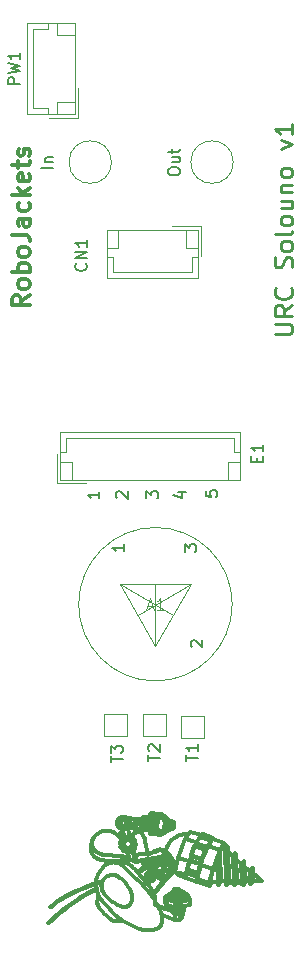
<source format=gbr>
%TF.GenerationSoftware,KiCad,Pcbnew,8.0.1*%
%TF.CreationDate,2024-12-04T21:12:56-05:00*%
%TF.ProjectId,solouno_sidepanel,736f6c6f-756e-46f5-9f73-69646570616e,rev?*%
%TF.SameCoordinates,Original*%
%TF.FileFunction,Legend,Top*%
%TF.FilePolarity,Positive*%
%FSLAX46Y46*%
G04 Gerber Fmt 4.6, Leading zero omitted, Abs format (unit mm)*
G04 Created by KiCad (PCBNEW 8.0.1) date 2024-12-04 21:12:56*
%MOMM*%
%LPD*%
G01*
G04 APERTURE LIST*
%ADD10C,0.153000*%
%ADD11C,0.300000*%
%ADD12C,0.260000*%
%ADD13C,0.100000*%
%ADD14C,0.120000*%
G04 APERTURE END LIST*
D10*
X187249663Y-109137438D02*
X187249663Y-109708866D01*
X187249663Y-109423152D02*
X186249663Y-109423152D01*
X186249663Y-109423152D02*
X186392520Y-109518390D01*
X186392520Y-109518390D02*
X186487758Y-109613628D01*
X186487758Y-109613628D02*
X186535377Y-109708866D01*
X192964901Y-117808866D02*
X192917282Y-117761247D01*
X192917282Y-117761247D02*
X192869663Y-117666009D01*
X192869663Y-117666009D02*
X192869663Y-117427914D01*
X192869663Y-117427914D02*
X192917282Y-117332676D01*
X192917282Y-117332676D02*
X192964901Y-117285057D01*
X192964901Y-117285057D02*
X193060139Y-117237438D01*
X193060139Y-117237438D02*
X193155377Y-117237438D01*
X193155377Y-117237438D02*
X193298234Y-117285057D01*
X193298234Y-117285057D02*
X193869663Y-117856485D01*
X193869663Y-117856485D02*
X193869663Y-117237438D01*
D11*
X186849154Y-133750401D02*
X186833513Y-133779184D01*
X191213693Y-139908822D02*
X191217869Y-139902364D01*
X189627733Y-136113712D02*
X189631366Y-136114942D01*
X187674134Y-132941242D02*
X187664585Y-132960896D01*
X194743369Y-136635822D02*
X194458625Y-137784644D01*
X191809768Y-140404966D02*
X191804936Y-140400575D01*
X188802680Y-141769245D02*
X188959659Y-141798432D01*
X189819519Y-136318692D02*
X189827377Y-136317136D01*
X192277882Y-140148452D02*
X192271068Y-140160846D01*
X191235639Y-140133517D02*
X191231515Y-140133430D01*
X189422354Y-133508037D02*
X189421100Y-133478678D01*
X191484621Y-134000569D02*
X191549317Y-133956857D01*
X189170451Y-133004621D02*
X189158832Y-133310588D01*
X189607375Y-136565881D02*
X189604135Y-136563939D01*
X190375318Y-141337467D02*
X190392216Y-141297328D01*
X190926993Y-135571973D02*
X190955755Y-135606070D01*
X190779693Y-136202697D02*
X190785166Y-136209660D01*
X191960994Y-139947030D02*
X191958394Y-139957613D01*
X195992782Y-137986699D02*
X195905608Y-137946287D01*
X189965426Y-136054421D02*
X189974604Y-136047488D01*
X191361243Y-140191968D02*
X191350138Y-140179856D01*
X191142070Y-137195654D02*
X191110979Y-137232470D01*
X189268811Y-136180399D02*
X189274052Y-136181245D01*
X193953735Y-135636074D02*
X193857163Y-135901213D01*
X192099284Y-138506264D02*
X192093474Y-138506264D01*
X189338895Y-136634723D02*
X189338262Y-136640187D01*
X184539642Y-135329920D02*
X184563100Y-135367418D01*
X191906868Y-140894923D02*
X191925640Y-140878763D01*
X189461013Y-136722418D02*
X189443675Y-136692109D01*
X188917666Y-136051044D02*
X188920459Y-136051815D01*
X189424519Y-136235663D02*
X189426863Y-136242596D01*
X186880845Y-133157883D02*
X186860234Y-133142774D01*
X191565587Y-140729920D02*
X191562919Y-140791461D01*
X189471440Y-135951165D02*
X189475534Y-135951566D01*
X190155179Y-137085778D02*
X190150118Y-137091839D01*
X184480189Y-135212225D02*
X184498138Y-135252285D01*
X191558752Y-140852731D02*
X191553020Y-140913595D01*
X189152309Y-137021740D02*
X189158104Y-137008179D01*
X188964337Y-136359388D02*
X188962044Y-136358420D01*
X192167962Y-140202169D02*
X192161008Y-140203249D01*
X190753996Y-136187690D02*
X190759016Y-136188459D01*
X189318390Y-136200863D02*
X189321969Y-136203942D01*
X191793944Y-140940539D02*
X191817690Y-140936307D01*
X196121597Y-137721606D02*
X195992782Y-137986699D01*
X184845754Y-137998695D02*
X184847443Y-138047348D01*
X185446670Y-135416571D02*
X185446411Y-135416772D01*
X188449721Y-132352514D02*
X188461486Y-132352280D01*
X191964893Y-139870850D02*
X191965312Y-139876657D01*
X192315343Y-140061254D02*
X192313963Y-140068245D01*
X189288925Y-136184999D02*
X189293592Y-136186656D01*
X189941825Y-136110036D02*
X189940474Y-136104900D01*
X189541495Y-136580260D02*
X189538120Y-136583917D01*
X191523681Y-139984496D02*
X191519689Y-139974324D01*
X195574370Y-134805784D02*
X195754255Y-134956277D01*
X189541225Y-136640465D02*
X189540700Y-136642958D01*
X189429337Y-132057722D02*
X189433442Y-132041082D01*
X189415831Y-136357470D02*
X189412408Y-136362071D01*
X190419849Y-133489551D02*
X191070838Y-133109140D01*
X191844191Y-140448778D02*
X191840456Y-140446753D01*
X189643147Y-131882467D02*
X189656817Y-131883407D01*
X191259456Y-136540338D02*
X191253104Y-136477255D01*
X185994136Y-133403293D02*
X185915245Y-133392274D01*
X191873797Y-140079063D02*
X191864908Y-140085238D01*
X186514873Y-140502551D02*
X186827819Y-140757003D01*
X193742304Y-133875620D02*
X193761702Y-133856677D01*
X188987908Y-136358437D02*
X188982972Y-136359186D01*
X189656243Y-136467971D02*
X189655720Y-136473632D01*
X189540771Y-133684084D02*
X189529431Y-133680103D01*
X189248368Y-136113800D02*
X189254475Y-136113129D01*
X187921046Y-134984748D02*
X188269713Y-136052751D01*
X191227485Y-140132886D02*
X191223520Y-140131767D01*
X190290282Y-141477926D02*
X190314091Y-141445713D01*
X188997600Y-134095087D02*
X188980656Y-134036768D01*
X189921366Y-135112484D02*
X189946935Y-135109642D01*
X189401591Y-137160475D02*
X189409520Y-137164318D01*
X193517483Y-137442585D02*
X193517222Y-137472904D01*
X188931573Y-136306880D02*
X188928834Y-136299667D01*
X188900333Y-136133105D02*
X188898608Y-136130046D01*
X184499724Y-134473240D02*
X184487629Y-134499381D01*
X192395656Y-134055307D02*
X191808730Y-135654415D01*
X189751192Y-136709873D02*
X189755505Y-136701400D01*
X192854281Y-135766991D02*
X192878706Y-135689057D01*
X190347879Y-136029708D02*
X190352410Y-136023531D01*
X189705540Y-136167336D02*
X189708280Y-136174549D01*
X192606697Y-133663047D02*
X192625197Y-133663464D01*
X189110068Y-136540093D02*
X189105325Y-136537273D01*
X186216475Y-140233681D02*
X186514873Y-140502551D01*
X186984864Y-133563126D02*
X186962847Y-133588239D01*
X189418995Y-136352618D02*
X189415831Y-136357470D01*
X188427489Y-132354330D02*
X188438391Y-132353203D01*
X191339683Y-140169418D02*
X191329846Y-140160535D01*
X189263431Y-136179757D02*
X189353877Y-136142574D01*
X189568954Y-135969898D02*
X189573600Y-135975383D01*
X190755611Y-132718556D02*
X191488746Y-132757730D01*
X189342315Y-136231172D02*
X189344523Y-136235874D01*
X184465976Y-134552951D02*
X184456435Y-134580310D01*
X191616149Y-133915827D02*
X191685028Y-133877562D01*
X190276913Y-136070236D02*
X190290182Y-136066557D01*
X191977081Y-140419433D02*
X191965382Y-140424181D01*
X194988490Y-136089680D02*
X195054022Y-135921437D01*
X187282181Y-132200744D02*
X187307732Y-132205925D01*
X194726121Y-136931143D02*
X194771308Y-136758589D01*
X192166862Y-140284971D02*
X192172562Y-140298028D01*
X189442940Y-136629063D02*
X189441064Y-136626061D01*
X189563713Y-138322923D02*
X189610362Y-138389679D01*
X189785662Y-136317199D02*
X189798242Y-136319131D01*
X191750609Y-138529358D02*
X191582088Y-138529358D01*
X189815490Y-132837209D02*
X190072326Y-133344552D01*
X190725173Y-137262633D02*
X190702494Y-137271662D01*
X189772841Y-135146578D02*
X189796928Y-135138866D01*
X188998408Y-136358412D02*
X188995691Y-136358131D01*
X189946935Y-135109642D02*
X189972691Y-135107613D01*
X190145769Y-137098017D02*
X190142017Y-137104255D01*
X189589289Y-131887265D02*
X189602548Y-131884785D01*
X191694195Y-140120149D02*
X191683365Y-140118101D01*
X191406132Y-140263176D02*
X191403348Y-140255138D01*
X188904428Y-136137839D02*
X188902280Y-136135682D01*
X190737483Y-136429703D02*
X190734192Y-136440443D01*
X189577382Y-135980325D02*
X189580363Y-135984768D01*
X189969550Y-137137935D02*
X189961704Y-137133476D01*
X185305394Y-135375450D02*
X185352862Y-135390382D01*
X188305142Y-132417214D02*
X188310214Y-132411529D01*
X184926923Y-138493727D02*
X184933381Y-138511779D01*
X189426181Y-136901339D02*
X189441758Y-136906558D01*
X191582088Y-139048925D02*
X191948967Y-139048925D01*
X191595634Y-140077374D02*
X191587241Y-140070643D01*
X189549555Y-135950615D02*
X189556815Y-135957121D01*
X189789386Y-138740708D02*
X189814763Y-138812233D01*
X190737090Y-136805206D02*
X190731708Y-136804611D01*
X189254475Y-136113129D02*
X189260736Y-136112812D01*
X188903384Y-136054177D02*
X188905417Y-136052373D01*
X188979074Y-136014257D02*
X188980074Y-136008795D01*
X188980656Y-136003709D02*
X188980851Y-135998978D01*
X188964382Y-136244007D02*
X188965473Y-136239596D01*
X196841207Y-137646093D02*
X196655246Y-137986699D01*
X184634197Y-134835467D02*
X184655867Y-134873857D01*
X191403348Y-140255138D02*
X191399543Y-140246467D01*
X192878706Y-135689057D02*
X192904222Y-135611123D01*
X191837262Y-140444281D02*
X191834493Y-140441407D01*
X189641432Y-136116102D02*
X189647588Y-136115488D01*
X187095504Y-132200632D02*
X187122739Y-132196586D01*
X189653556Y-133691315D02*
X189637266Y-133692905D01*
X189742830Y-136933857D02*
X189737810Y-136933089D01*
X186617523Y-141060895D02*
X186667959Y-141059425D01*
X189032118Y-138208176D02*
X188754700Y-137907387D01*
X186876728Y-136043670D02*
X186931693Y-136044093D01*
X192243341Y-140199550D02*
X192238736Y-140203429D01*
X189669042Y-136430756D02*
X189667953Y-136432602D01*
X189399570Y-135907440D02*
X189402655Y-135910827D01*
X189689688Y-136508060D02*
X189687389Y-136506817D01*
X191232212Y-139865263D02*
X191234978Y-139852616D01*
X189297700Y-136647019D02*
X189289500Y-136644104D01*
X188926758Y-136293340D02*
X188925304Y-136287835D01*
X190769463Y-137241740D02*
X190747502Y-137252661D01*
X194777107Y-134081867D02*
X194620877Y-134288649D01*
X191329846Y-140160535D02*
X191320599Y-140153091D01*
X189944421Y-136987748D02*
X189937891Y-136978266D01*
X191766413Y-140942922D02*
X191793944Y-140940539D01*
X190251319Y-137045704D02*
X190234786Y-137048197D01*
X184883635Y-137587631D02*
X184865132Y-137697443D01*
X188269713Y-136052751D02*
X187700221Y-135764105D01*
X188620771Y-132507619D02*
X188638916Y-132523730D01*
X189365834Y-137560135D02*
X189348918Y-137549202D01*
X185014910Y-139662524D02*
X185030707Y-139705599D01*
X189228461Y-137909286D02*
X189452058Y-137628982D01*
X190079405Y-141654993D02*
X190114037Y-141634494D01*
X189532605Y-136611474D02*
X189534738Y-136617813D01*
X189396280Y-136377823D02*
X189391676Y-136381060D01*
X188947899Y-136343639D02*
X188945428Y-136339296D01*
X191219587Y-140129954D02*
X191215657Y-140127330D01*
X189280369Y-136114060D02*
X189287173Y-136115233D01*
X186865783Y-133722092D02*
X186849154Y-133750401D01*
X190689264Y-136798082D02*
X190682188Y-136798371D01*
X191095246Y-136387045D02*
X191108709Y-136480427D01*
X189761052Y-137494072D02*
X189757013Y-137506878D01*
X189659043Y-136455101D02*
X189657335Y-136461805D01*
X188895892Y-136074850D02*
X188896998Y-136068923D01*
X190809196Y-136722418D02*
X190802789Y-136738135D01*
X189652266Y-136587750D02*
X189648865Y-136589174D01*
X190822217Y-135461159D02*
X190837713Y-135476178D01*
X189321877Y-136394792D02*
X189315074Y-136393618D01*
X191683365Y-140118101D02*
X191672712Y-140115518D01*
X184526408Y-134422410D02*
X184512653Y-134447571D01*
X187428799Y-132249449D02*
X187451404Y-132261489D01*
X185660494Y-136313980D02*
X185579662Y-136377087D01*
X186931693Y-136044093D02*
X186986795Y-136045869D01*
X189844426Y-136311128D02*
X189853679Y-136306416D01*
X191553035Y-140902049D02*
X190419849Y-140532580D01*
X190510634Y-137310539D02*
X190460434Y-137311188D01*
X187225690Y-133252635D02*
X187198743Y-133253910D01*
X189835669Y-136314658D02*
X189844426Y-136311128D01*
X189410557Y-136606868D02*
X189403960Y-136605484D01*
X189469388Y-136663022D02*
X189465777Y-136661929D01*
X191784242Y-140118553D02*
X191773188Y-140120485D01*
X190449615Y-135958574D02*
X190462988Y-135961836D01*
X190382854Y-135967683D02*
X190386823Y-135963924D01*
X193524564Y-137288619D02*
X193520845Y-137350950D01*
X189434862Y-137595410D02*
X189417469Y-137587877D01*
X195289622Y-138015563D02*
X195202453Y-137986699D01*
X188754700Y-137907387D02*
X188472821Y-137617523D01*
X191004794Y-135331031D02*
X191059955Y-135388810D01*
X190796627Y-136751817D02*
X190790683Y-136763594D01*
X189236648Y-136116175D02*
X189242424Y-136114818D01*
X189765311Y-136669079D02*
X189767309Y-136655667D01*
X189670253Y-131997418D02*
X189657947Y-131999028D01*
X189430007Y-136615027D02*
X189426072Y-136612649D01*
X189764042Y-137336020D02*
X189768960Y-137371690D01*
X191792640Y-140392134D02*
X191784948Y-140388174D01*
X189588951Y-136559491D02*
X189584477Y-136559495D01*
X191511944Y-139854976D02*
X191513906Y-139844152D01*
X191023355Y-136985787D02*
X191003317Y-137020901D01*
X192734236Y-139046083D02*
X192634852Y-138859199D01*
X189768557Y-136640767D02*
X189768989Y-136624276D01*
X188990446Y-136358185D02*
X188987908Y-136358437D01*
X191457750Y-136172234D02*
X191471458Y-136249915D01*
X189706298Y-133682035D02*
X189688067Y-133685891D01*
X189664608Y-136113306D02*
X189667378Y-136113648D01*
X190556954Y-137032066D02*
X190555587Y-137037363D01*
X189668297Y-136574529D02*
X189663877Y-136579077D01*
X192082573Y-140814732D02*
X192069069Y-140828731D01*
X189435173Y-136676955D02*
X189426875Y-136661801D01*
X190707507Y-135668850D02*
X190726436Y-135687522D01*
X185744118Y-136257064D02*
X185660494Y-136313980D01*
X189274156Y-136637800D02*
X189267951Y-136634776D01*
X191887042Y-140908680D02*
X191906868Y-140894923D01*
X190518542Y-137661048D02*
X189745658Y-138636680D01*
X189333216Y-136650426D02*
X189331086Y-136651591D01*
X190356342Y-136017293D02*
X190362847Y-136004860D01*
X192099284Y-139031604D02*
X192099284Y-138927691D01*
X191726438Y-140372806D02*
X191709922Y-140370936D01*
X186666983Y-132604115D02*
X186673416Y-132579123D01*
X191158112Y-139977890D02*
X191157892Y-139970738D01*
X193507227Y-137560185D02*
X193512568Y-137644286D01*
X189161578Y-136522654D02*
X189157931Y-136522783D01*
X188885703Y-132837205D02*
X188894014Y-132606017D01*
X192303337Y-139802670D02*
X192300465Y-139804898D01*
X191417911Y-136017686D02*
X191439857Y-136094735D01*
X189943389Y-137094458D02*
X189944726Y-137088972D01*
X186969935Y-133208091D02*
X186946742Y-133197126D01*
X190688306Y-135650720D02*
X190707507Y-135668850D01*
X189985520Y-136040118D02*
X189998297Y-136032267D01*
X189703959Y-136209608D02*
X189701540Y-136210447D01*
X184854958Y-135115478D02*
X184889597Y-135145666D01*
X189990365Y-137146713D02*
X189979061Y-137142343D01*
X191705112Y-140941287D02*
X191736856Y-140943158D01*
X190731513Y-136541094D02*
X190734192Y-136552407D01*
X190560278Y-136899283D02*
X190554080Y-136910445D01*
X186141097Y-140891732D02*
X186175088Y-140916373D01*
X189647588Y-136115488D02*
X189653429Y-136114434D01*
X192286243Y-137068156D02*
X191582088Y-136837877D01*
X187682888Y-132921207D02*
X187674134Y-132941242D01*
X190758025Y-136801537D02*
X190752825Y-136803621D01*
X188635969Y-132435045D02*
X188641631Y-132444645D01*
X192581611Y-136630050D02*
X192738514Y-135902651D01*
X189187888Y-132352275D02*
X189170451Y-133004621D01*
X191750598Y-140122698D02*
X191738982Y-140122698D01*
X189501547Y-135935209D02*
X189503427Y-135933510D01*
X188932417Y-136055953D02*
X188938719Y-136057650D01*
X191823013Y-140422603D02*
X191817378Y-140413860D01*
X193528834Y-137224665D02*
X193524564Y-137288619D01*
X189684267Y-136307710D02*
X189685705Y-136309958D01*
X189400663Y-136374298D02*
X189396280Y-136377823D01*
X184908635Y-138437407D02*
X184914481Y-138456473D01*
X190955755Y-135606070D02*
X190984245Y-135641249D01*
X191705186Y-140121648D02*
X191694195Y-140120149D01*
X191472548Y-136631650D02*
X191458346Y-136704784D01*
X189670412Y-136479590D02*
X189670173Y-136475749D01*
X191070730Y-137276598D02*
X191103949Y-137229495D01*
X190082421Y-139641157D02*
X189990609Y-139478986D01*
X192796630Y-139268296D02*
X192796630Y-139170156D01*
X192025957Y-140651236D02*
X192028082Y-140624224D01*
X189819515Y-136909223D02*
X189812061Y-136910213D01*
X189573839Y-136019441D02*
X189572479Y-136021728D01*
X189518359Y-136945342D02*
X189533237Y-136955467D01*
X190219979Y-137051311D02*
X190206785Y-137054990D01*
X188954735Y-136056195D02*
X188957897Y-136054352D01*
X189955426Y-136157776D02*
X189954616Y-136150728D01*
X194276082Y-134869603D02*
X194057150Y-135375873D01*
X190906991Y-134704370D02*
X190939171Y-134634894D01*
X184830997Y-133755295D02*
X184792987Y-133792887D01*
X186699758Y-132506885D02*
X186710795Y-132483845D01*
X189171565Y-136183991D02*
X189173325Y-136177998D01*
X189247033Y-136617833D02*
X189245640Y-136615120D01*
X189441758Y-136906558D02*
X189457285Y-136912655D01*
X184487629Y-134499381D02*
X184476377Y-134525963D01*
X189724347Y-131998754D02*
X189710089Y-131997228D01*
X189896002Y-135116137D02*
X189921366Y-135112484D01*
X190131234Y-136039855D02*
X190134676Y-136045198D01*
X189613520Y-132012876D02*
X189603602Y-132018127D01*
X185268692Y-140065148D02*
X185360557Y-140166240D01*
X189583037Y-133281729D02*
X189621395Y-133406926D01*
X188343250Y-132455860D02*
X188357149Y-132451448D01*
X191323392Y-136461722D02*
X191330031Y-136573042D01*
X192020544Y-140346209D02*
X192021134Y-140356541D01*
X191907321Y-140443428D02*
X191895124Y-140446616D01*
X189416761Y-132813881D02*
X189702235Y-132277539D01*
X185071378Y-139791842D02*
X185096327Y-139835393D01*
X190169446Y-136071709D02*
X190178616Y-136074433D01*
X189863455Y-136917570D02*
X189853675Y-136913719D01*
X190811989Y-134997557D02*
X190830505Y-134922133D01*
X187198743Y-133253910D02*
X187171997Y-133253840D01*
X190117528Y-136014121D02*
X190122747Y-136023888D01*
X185002090Y-139619222D02*
X185014910Y-139662524D01*
X193255232Y-134681681D02*
X193266787Y-134655782D01*
X190677309Y-136212324D02*
X190684764Y-136211334D01*
X189621463Y-136577715D02*
X189616152Y-136572785D01*
X190022281Y-132862468D02*
X190220176Y-132294983D01*
X184738734Y-135571541D02*
X184773373Y-135601729D01*
X189001196Y-136358953D02*
X188998408Y-136358412D01*
X189972691Y-135107613D02*
X189998617Y-135106395D01*
X190600050Y-136847874D02*
X190588367Y-136860969D01*
X189974604Y-136047488D02*
X189985520Y-136040118D01*
X189998617Y-135106395D02*
X190024695Y-135105989D01*
X191998051Y-140773904D02*
X192006220Y-140751332D01*
X186840364Y-133126697D02*
X186821275Y-133109679D01*
X189237507Y-136569860D02*
X189234777Y-136566107D01*
X195373862Y-135206354D02*
X195574370Y-134805784D01*
X184421923Y-134721506D02*
X184417719Y-134750388D01*
X190314091Y-141445713D02*
X190336222Y-141411603D01*
X191561498Y-140424366D02*
X191556288Y-140424515D01*
X192081832Y-140249703D02*
X192069640Y-140260735D01*
X188893979Y-136098076D02*
X188894340Y-136089897D01*
X189376253Y-137151138D02*
X189384955Y-137153884D01*
X192145419Y-140207882D02*
X192136690Y-140211661D01*
X191330031Y-136573042D02*
X191327203Y-136681723D01*
X189193510Y-136142438D02*
X189197427Y-136138360D01*
X186785592Y-133072923D02*
X186769074Y-133053240D01*
X190845823Y-137416811D02*
X190815469Y-137427983D01*
X189303621Y-136892846D02*
X189318146Y-136890861D01*
X189730535Y-136734972D02*
X189736074Y-136729813D01*
X191773188Y-140120485D02*
X191761969Y-140121871D01*
X190720571Y-136802518D02*
X190708752Y-136800087D01*
X189670953Y-136239759D02*
X189670705Y-136245687D01*
X190643148Y-135605311D02*
X188269717Y-136046978D01*
X187650258Y-132457284D02*
X187662806Y-132480144D01*
X184979824Y-139439904D02*
X184981112Y-139486035D01*
X192213759Y-140209176D02*
X192205319Y-140207128D01*
X189007002Y-136360979D02*
X189004059Y-136359795D01*
X186423038Y-133551095D02*
X186357655Y-133517498D01*
X189762633Y-136681104D02*
X189765311Y-136669079D01*
X191906056Y-140050536D02*
X191898516Y-140058212D01*
X191229072Y-139876450D02*
X191232212Y-139865263D01*
X190537570Y-136091464D02*
X190538433Y-136099297D01*
X196460842Y-135554262D02*
X196637813Y-135302265D01*
X190312403Y-136057731D02*
X190321573Y-136052695D01*
X189796928Y-135138866D02*
X189821305Y-135131966D01*
X188942040Y-136156072D02*
X188939007Y-136153695D01*
X184636274Y-134003510D02*
X184612329Y-134049931D01*
X189702161Y-136754168D02*
X189713375Y-136747403D01*
X190764065Y-136190221D02*
X190769174Y-136193100D01*
X186292101Y-136066868D02*
X186196372Y-136078653D01*
X190104194Y-135999660D02*
X190108164Y-136002435D01*
X189623911Y-132008328D02*
X189613520Y-132012876D01*
X188705550Y-132623608D02*
X188879886Y-132346506D01*
X185472904Y-135892117D02*
X185505591Y-135895240D01*
X189659065Y-136113515D02*
X189661841Y-136113286D01*
X191919997Y-140034184D02*
X191913221Y-140042522D01*
X189666864Y-136434617D02*
X189665775Y-136436819D01*
X191553020Y-140913595D02*
X191595133Y-140923465D01*
X187525333Y-133134186D02*
X187502165Y-133152082D01*
X189623717Y-133414506D02*
X189786429Y-133431821D01*
X186704455Y-133764495D02*
X186654777Y-133716268D01*
X190112576Y-137157623D02*
X190107958Y-137160826D01*
X188912392Y-136050324D02*
X188914974Y-136050524D01*
X187969258Y-133183962D02*
X187937932Y-133182395D01*
X190214105Y-136078051D02*
X190228960Y-136077464D01*
X190731708Y-136804611D02*
X190720571Y-136802518D01*
X185654504Y-135447261D02*
X185687191Y-135448828D01*
X190286201Y-135992864D02*
X190402807Y-135956207D01*
X187873645Y-133181222D02*
X187676070Y-133198541D01*
X191903065Y-133780185D02*
X191979250Y-133753806D01*
X197181054Y-136160660D02*
X197893033Y-136762828D01*
X192069640Y-140260735D02*
X192059133Y-140271122D01*
X190806501Y-135446411D02*
X190822217Y-135461159D01*
X189347771Y-136395723D02*
X189341510Y-136396040D01*
X185052522Y-135777406D02*
X185097065Y-135796956D01*
X195103667Y-135804515D02*
X195353553Y-135256084D01*
X192131041Y-140229836D02*
X192139125Y-140239510D01*
X190545682Y-136930634D02*
X190543235Y-136939753D01*
X184933381Y-138511779D02*
X184939906Y-138529358D01*
X189618140Y-137620311D02*
X189603805Y-137622056D01*
X189396280Y-136183706D02*
X189400663Y-136189742D01*
X188514461Y-132356351D02*
X188529674Y-132359405D01*
X192311592Y-140037332D02*
X192313542Y-140040988D01*
X188472821Y-137617523D02*
X188191811Y-137340666D01*
X189376611Y-136161381D02*
X189381834Y-136166664D01*
X193316095Y-134365880D02*
X192389842Y-134061076D01*
X193524994Y-137688927D02*
X193528827Y-137721143D01*
X190116551Y-137153864D02*
X190112576Y-137157623D01*
X185168745Y-135321343D02*
X185213288Y-135340893D01*
X189754453Y-136549169D02*
X189752374Y-136545567D01*
X189466460Y-133634693D02*
X189459747Y-133625828D01*
X190335407Y-137053185D02*
X190327384Y-137049839D01*
X189466197Y-131970167D02*
X189474903Y-131958455D01*
X189953303Y-136144082D02*
X189949664Y-136131809D01*
X190402503Y-137125262D02*
X190397211Y-137123965D01*
X187451404Y-132261489D02*
X187473382Y-132274580D01*
X188568811Y-132373066D02*
X188579887Y-132378978D01*
X191951638Y-139978194D02*
X191947512Y-139988161D01*
X191242641Y-137029488D02*
X191221065Y-137073660D01*
X189142757Y-137050594D02*
X189147189Y-137035886D01*
X189431711Y-137178026D02*
X189438565Y-137183317D01*
X189352810Y-136262428D02*
X189353901Y-136268347D01*
X188909932Y-136050518D02*
X188912392Y-136050324D01*
X189556815Y-135957121D02*
X189563381Y-135963826D01*
X189722454Y-136924330D02*
X189717133Y-136918851D01*
X189758030Y-136312165D02*
X189763243Y-136312675D01*
X190549256Y-136920880D02*
X190545682Y-136930634D01*
X190556355Y-137016647D02*
X190557213Y-137021754D01*
X188529674Y-132359405D02*
X188543764Y-132363237D01*
X190773875Y-136788797D02*
X190768522Y-136794255D01*
X189672988Y-136115583D02*
X189675855Y-136117320D01*
X190352410Y-136023531D02*
X190356342Y-136017293D01*
X189409520Y-137164318D02*
X189417185Y-137168525D01*
X189418848Y-136646647D02*
X189411161Y-136631493D01*
X190750354Y-136584407D02*
X190755416Y-136589695D01*
X189209986Y-136544963D02*
X189202331Y-136540192D01*
X191401837Y-140335147D02*
X191401370Y-140331106D01*
X189532245Y-136594626D02*
X189531481Y-136598101D01*
X192264740Y-140171538D02*
X192258849Y-140180641D01*
X189573600Y-135975383D02*
X189577382Y-135980325D01*
X186667959Y-141059425D02*
X186720762Y-141055003D01*
X189623939Y-136111941D02*
X189627733Y-136113712D01*
X191606380Y-140386061D02*
X191601668Y-140389701D01*
X184759955Y-135018116D02*
X184790089Y-135051665D01*
X189563381Y-135963826D02*
X189568954Y-135969898D01*
X189774074Y-136924471D02*
X189763239Y-136929449D01*
X191275743Y-140131984D02*
X191269750Y-140131287D01*
X188463240Y-132442199D02*
X188488179Y-132445820D01*
X185636344Y-135900291D02*
X185647964Y-135900291D01*
X189671220Y-136427503D02*
X189670131Y-136429061D01*
X192029255Y-140596604D02*
X192029558Y-140568468D01*
X191083565Y-136832307D02*
X191071499Y-136872462D01*
X189455673Y-136654683D02*
X189453950Y-136652290D01*
X187042109Y-132212710D02*
X187068508Y-132206035D01*
X192309050Y-139798745D02*
X192303337Y-139802670D01*
X190694452Y-133228949D02*
X190355922Y-133362551D01*
X191463170Y-140386726D02*
X191450693Y-140379957D01*
X189473733Y-133642984D02*
X189466460Y-133634693D01*
X188935020Y-136315042D02*
X188931573Y-136306880D01*
X189845954Y-135125878D02*
X189870859Y-135120601D01*
X192031576Y-140306822D02*
X192027708Y-140314440D01*
X189763243Y-136312675D02*
X189774078Y-136314700D01*
X189358101Y-137146751D02*
X189367301Y-137148760D01*
X190138608Y-136050415D02*
X190143139Y-136055422D01*
X192122531Y-140220839D02*
X192131041Y-140229836D01*
X189677597Y-136498864D02*
X189676047Y-136496800D01*
X189339927Y-136226673D02*
X189342315Y-136231172D01*
X189683045Y-131996573D02*
X189670253Y-131997418D01*
X189244665Y-136612414D02*
X189244043Y-136609704D01*
X191516187Y-139963927D02*
X191513189Y-139953321D01*
X184563100Y-135367418D02*
X184588300Y-135403986D01*
X191110979Y-137232470D02*
X191077507Y-137267191D01*
X187657727Y-133202781D02*
X187648079Y-133204732D01*
X193517215Y-137472904D02*
X194458625Y-137784644D01*
X191199338Y-140106346D02*
X191194955Y-140097886D01*
X191543412Y-140422566D02*
X191535533Y-140420337D01*
X189758026Y-136931428D02*
X189752907Y-136932905D01*
X191988419Y-140795309D02*
X191998051Y-140773904D01*
X189428918Y-136330854D02*
X189426863Y-136336633D01*
X189602055Y-136092452D02*
X189607110Y-136098289D01*
X191579174Y-140063525D02*
X191571447Y-140056035D01*
X189646122Y-132001392D02*
X189634778Y-132004496D01*
X189391676Y-136381060D02*
X189386858Y-136384003D01*
X192022269Y-140365884D02*
X192022995Y-140374483D01*
X189139136Y-136535141D02*
X189135565Y-136539013D01*
X190213107Y-137400964D02*
X190143950Y-137372170D01*
X189799236Y-141761048D02*
X189885695Y-141736872D01*
X191582088Y-138691001D02*
X190884746Y-139187476D01*
X190477954Y-135966158D02*
X190492719Y-135970490D01*
X192297597Y-139807348D02*
X192294747Y-139810051D01*
X191573494Y-140420209D02*
X191569995Y-140422147D01*
X190547164Y-136989738D02*
X190551323Y-137000963D01*
X188957897Y-136054352D02*
X188961022Y-136051824D01*
X189957862Y-136060966D02*
X189965426Y-136054421D01*
X190689337Y-137459035D02*
X190656780Y-137463421D01*
X190358588Y-140285953D02*
X190304541Y-140125858D01*
X188945008Y-136158903D02*
X188942040Y-136156072D01*
X189220411Y-136122209D02*
X189225634Y-136119878D01*
X189487421Y-137246988D02*
X189491365Y-137255826D01*
X193517215Y-137472904D02*
X193517396Y-137533610D01*
X192140581Y-140729876D02*
X192130344Y-140748896D01*
X189610362Y-138389679D02*
X189653318Y-138457991D01*
X191959823Y-139845595D02*
X192122531Y-140220839D01*
X189426143Y-132075175D02*
X189429337Y-132057722D01*
X184427037Y-134692793D02*
X184421923Y-134721506D01*
X185869787Y-140654251D02*
X186007349Y-140780365D01*
X185411667Y-133437871D02*
X185302744Y-133472397D01*
X191222222Y-136964717D02*
X191236517Y-136907007D01*
X189434610Y-136298900D02*
X189434108Y-136305673D01*
X191756431Y-138512038D02*
X191436812Y-138460083D01*
X188177591Y-132598902D02*
X188184263Y-132586854D01*
X184846931Y-137900103D02*
X184852740Y-137807736D01*
X189569983Y-136030033D02*
X189569892Y-136033431D01*
X190073059Y-135997900D02*
X190081157Y-135996362D01*
X187341267Y-133231593D02*
X187311090Y-133239602D01*
X189231049Y-136117864D02*
X189236648Y-136116175D01*
X189521662Y-137619842D02*
X189504438Y-137616749D01*
X189664686Y-136439223D02*
X189663597Y-136441847D01*
X189335102Y-136395995D02*
X189328556Y-136395582D01*
X189388290Y-136603694D02*
X189380090Y-136603400D01*
X188879886Y-132346506D02*
X188885711Y-132225272D01*
X189569892Y-136033431D02*
X189570277Y-136037219D01*
X189727656Y-136324333D02*
X189732765Y-136319842D01*
X186738882Y-133011397D02*
X186725283Y-132989291D01*
X189585503Y-136001052D02*
X189585024Y-136003433D01*
X192634852Y-138859199D02*
X192117660Y-138507048D01*
X190382109Y-137111800D02*
X190379302Y-137107427D01*
X192217840Y-140209739D02*
X192213759Y-140209176D01*
X191293117Y-136887890D02*
X191278666Y-136936501D01*
X184889597Y-135145666D02*
X184925641Y-135174657D01*
X190409860Y-135955008D02*
X190417957Y-135954589D01*
X188955836Y-136176008D02*
X188953324Y-136170739D01*
X191314901Y-136786946D02*
X191293117Y-136887890D01*
X190550937Y-136027089D02*
X190549684Y-136032575D01*
X189835155Y-132324373D02*
X189807878Y-132833324D01*
X187733457Y-136261456D02*
X187788209Y-136301531D01*
X193518666Y-137594858D02*
X193520050Y-137625853D01*
X190545046Y-137054379D02*
X190538970Y-137060581D01*
X187543323Y-132329183D02*
X188182551Y-132363829D01*
X188411999Y-132441518D02*
X188424942Y-132440839D01*
X190566954Y-136153131D02*
X190576770Y-136163361D01*
X189168963Y-136196589D02*
X189170109Y-136190191D01*
X190727836Y-136497271D02*
X190728267Y-136513646D01*
X189683102Y-136504037D02*
X189681134Y-136502465D01*
X188953324Y-136170739D02*
X188950669Y-136166174D01*
X190441382Y-141114999D02*
X190448901Y-141063693D01*
X190551712Y-136021768D02*
X190550937Y-136027089D01*
X189555667Y-137623282D02*
X189538749Y-137622023D01*
X185449037Y-135415539D02*
X185448546Y-135415667D01*
X189674183Y-136226460D02*
X189672735Y-136230210D01*
X187016333Y-132220621D02*
X187042109Y-132212710D01*
X190633370Y-136203977D02*
X190643149Y-136207828D01*
X189114301Y-136542153D02*
X189110068Y-136540093D01*
X189677055Y-136839410D02*
X189673536Y-136827824D01*
X189604135Y-136563939D02*
X189600697Y-136562272D01*
X190173991Y-134981726D02*
X190201390Y-134980159D01*
X187697921Y-132880039D02*
X187690825Y-132900802D01*
X190814095Y-136618707D02*
X190817932Y-136621827D01*
X185637412Y-133393041D02*
X185523501Y-133411329D01*
X189325175Y-136652742D02*
X189321263Y-136652655D01*
X189732765Y-136319842D02*
X189737813Y-136316510D01*
X188245745Y-132512463D02*
X188256473Y-132503523D01*
X192309173Y-140034036D02*
X192311592Y-140037332D01*
X189314649Y-136197988D02*
X189318390Y-136200863D01*
X184963044Y-135202413D02*
X185001756Y-135228897D01*
X190766289Y-136597862D02*
X190771964Y-136600982D01*
X185096327Y-139835393D02*
X185124401Y-139879488D01*
X191007730Y-136104733D02*
X191044740Y-136198521D01*
X191632164Y-140100133D02*
X191622618Y-140095097D01*
X189245640Y-136615120D02*
X189244665Y-136612414D01*
X192292364Y-140019358D02*
X192299766Y-140025279D01*
X189685299Y-136215381D02*
X189682701Y-136216790D01*
X188972923Y-136033426D02*
X188975696Y-136026395D01*
X188940339Y-136328628D02*
X188937710Y-136322220D01*
X189504582Y-131928301D02*
X189515524Y-131919916D01*
X193780895Y-133838817D02*
X193799816Y-133822039D01*
X192013188Y-140398266D02*
X192008555Y-140402259D01*
X189747852Y-136933755D02*
X189742830Y-136933857D01*
X190492719Y-135970490D02*
X190505499Y-135974834D01*
X189267143Y-136112857D02*
X189273690Y-136113270D01*
X193512568Y-137644286D02*
X193523845Y-137727198D01*
X189538749Y-137622023D02*
X189521662Y-137619842D01*
X190547698Y-135538956D02*
X190643148Y-135605311D01*
X188895899Y-136122232D02*
X188894953Y-136117353D01*
X191826930Y-139391644D02*
X191841363Y-139392589D01*
X191855590Y-139394146D01*
X191869592Y-139396299D01*
X191883351Y-139399033D01*
X191896850Y-139402331D01*
X191910070Y-139406178D01*
X191922993Y-139410560D01*
X191935602Y-139415460D01*
X191947877Y-139420862D01*
X191959801Y-139426752D01*
X191971356Y-139433114D01*
X191982523Y-139439932D01*
X191993285Y-139447190D01*
X192003624Y-139454874D01*
X192013521Y-139462968D01*
X192022958Y-139471456D01*
X192031918Y-139480323D01*
X192040381Y-139489553D01*
X192048331Y-139499130D01*
X192055749Y-139509040D01*
X192062616Y-139519267D01*
X192068916Y-139529794D01*
X192074629Y-139540607D01*
X192079738Y-139551691D01*
X192084224Y-139563029D01*
X192088070Y-139574606D01*
X192091257Y-139586406D01*
X192093767Y-139598415D01*
X192095582Y-139610616D01*
X192096685Y-139622995D01*
X192097056Y-139635535D01*
X192096685Y-139648074D01*
X192095582Y-139660453D01*
X192093767Y-139672654D01*
X192091257Y-139684663D01*
X192088070Y-139696463D01*
X192084224Y-139708040D01*
X192079738Y-139719378D01*
X192074629Y-139730462D01*
X192068916Y-139741275D01*
X192062616Y-139751802D01*
X192055749Y-139762029D01*
X192048331Y-139771939D01*
X192040381Y-139781516D01*
X192031918Y-139790746D01*
X192022958Y-139799613D01*
X192013521Y-139808101D01*
X192003624Y-139816195D01*
X191993285Y-139823879D01*
X191982523Y-139831138D01*
X191971356Y-139837956D01*
X191959801Y-139844317D01*
X191947877Y-139850207D01*
X191935602Y-139855610D01*
X191922993Y-139860510D01*
X191910070Y-139864891D01*
X191896850Y-139868739D01*
X191883351Y-139872037D01*
X191869592Y-139874770D01*
X191855590Y-139876923D01*
X191841363Y-139878480D01*
X191826930Y-139879426D01*
X191812308Y-139879744D01*
X191797687Y-139879426D01*
X191783253Y-139878480D01*
X191769026Y-139876923D01*
X191755024Y-139874770D01*
X191741264Y-139872037D01*
X191727765Y-139868739D01*
X191714545Y-139864891D01*
X191701621Y-139860510D01*
X191689013Y-139855610D01*
X191676737Y-139850207D01*
X191664813Y-139844317D01*
X191653258Y-139837956D01*
X191642091Y-139831138D01*
X191631328Y-139823879D01*
X191620990Y-139816195D01*
X191611093Y-139808101D01*
X191601655Y-139799613D01*
X191592696Y-139790747D01*
X191584232Y-139781517D01*
X191576282Y-139771939D01*
X191568864Y-139762029D01*
X191561997Y-139751803D01*
X191555697Y-139741275D01*
X191549984Y-139730462D01*
X191544875Y-139719378D01*
X191540389Y-139708040D01*
X191536543Y-139696463D01*
X191533356Y-139684663D01*
X191530846Y-139672654D01*
X191529031Y-139660453D01*
X191527928Y-139648074D01*
X191527556Y-139635535D01*
X191527928Y-139622995D01*
X191529031Y-139610616D01*
X191530846Y-139598415D01*
X191533356Y-139586407D01*
X191536543Y-139574606D01*
X191540389Y-139563029D01*
X191544875Y-139551691D01*
X191549984Y-139540608D01*
X191555697Y-139529794D01*
X191561997Y-139519267D01*
X191568864Y-139509040D01*
X191576282Y-139499131D01*
X191584232Y-139489553D01*
X191592696Y-139480323D01*
X191601655Y-139471456D01*
X191611093Y-139462968D01*
X191620990Y-139454875D01*
X191631328Y-139447191D01*
X191642091Y-139439932D01*
X191653258Y-139433114D01*
X191664813Y-139426752D01*
X191676737Y-139420862D01*
X191689013Y-139415460D01*
X191701621Y-139410560D01*
X191714545Y-139406178D01*
X191727765Y-139402331D01*
X191741264Y-139399033D01*
X191755024Y-139396299D01*
X191769026Y-139394146D01*
X191783253Y-139392589D01*
X191797687Y-139391644D01*
X191812308Y-139391325D01*
X191826930Y-139391644D01*
X189016372Y-136366999D02*
X188822502Y-136218856D01*
X189142775Y-136531066D02*
X189139136Y-136535141D01*
X188199260Y-132563713D02*
X188207557Y-132552664D01*
X188957424Y-136355366D02*
X188955087Y-136353198D01*
X190391398Y-135960721D02*
X190396690Y-135958130D01*
X187380611Y-136104709D02*
X187427944Y-136113115D01*
X189506394Y-137305227D02*
X189508439Y-137316142D01*
X191582088Y-138691001D02*
X190884746Y-139187476D01*
X190739463Y-138956558D01*
X191436809Y-138460083D01*
X191582088Y-138691001D01*
X190130734Y-137128688D02*
X190125748Y-137139810D01*
X190286193Y-137045704D02*
X190089912Y-137225696D01*
X190729516Y-136465880D02*
X190728267Y-136480781D01*
X192195079Y-140390576D02*
X192196727Y-140408369D01*
X190823902Y-136340504D02*
X190821223Y-136345460D01*
X189717137Y-136337310D02*
X189722457Y-136330112D01*
X187704154Y-132858932D02*
X187697921Y-132880039D01*
X188144455Y-132731590D02*
X188144814Y-132717656D01*
X189694553Y-136510341D02*
X189689688Y-136508060D01*
X191613337Y-140089616D02*
X191604338Y-140083703D01*
X191157892Y-139970738D02*
X191158306Y-139964567D01*
X191987129Y-140414897D02*
X191977081Y-140419433D01*
X189740906Y-137541666D02*
X189734218Y-137552010D01*
X186984607Y-136253600D02*
X186884826Y-136195415D01*
X184908029Y-137478681D02*
X184883635Y-137587631D01*
X190692615Y-132638003D02*
X190755611Y-132718556D01*
X192320025Y-139792104D02*
X192309050Y-139798745D01*
X191261841Y-136983735D02*
X191242641Y-137029488D01*
X192276255Y-139838828D02*
X192273962Y-139844741D01*
X189672735Y-136230210D02*
X189671644Y-136234621D01*
X189688636Y-136531786D02*
X189689198Y-136534689D01*
X196562270Y-137651865D02*
X196463481Y-135550504D01*
X189442571Y-135938960D02*
X189449624Y-135942976D01*
X189675115Y-136282289D02*
X189675991Y-136286258D01*
X192197728Y-140426838D02*
X192198066Y-140445984D01*
X189458154Y-131982706D02*
X189466197Y-131970167D01*
X188942909Y-136334306D02*
X188940339Y-136328628D01*
X190945541Y-132658546D02*
X190692615Y-132638003D01*
X189591685Y-136078352D02*
X189597000Y-136085924D01*
X190783450Y-136374144D02*
X190771964Y-136381992D01*
X185401208Y-135403699D02*
X185450385Y-135415363D01*
X185523752Y-135432874D02*
X185556440Y-135437824D01*
X191160745Y-137128952D02*
X191184368Y-137075843D01*
X189494337Y-135943155D02*
X189497976Y-135939080D01*
X189693575Y-136318621D02*
X189695255Y-136319890D01*
X191816258Y-140109633D02*
X191805792Y-140113112D01*
X189570487Y-136026979D02*
X189569983Y-136030033D01*
X190734192Y-136552407D02*
X190737483Y-136562275D01*
X186102107Y-136098910D02*
X186009528Y-136127261D01*
X192796630Y-139164383D02*
X192099284Y-138667907D01*
X189769132Y-137452206D02*
X189767114Y-137466724D01*
X189426072Y-136612649D02*
X189421557Y-136610478D01*
X191402993Y-140339252D02*
X191401837Y-140335147D01*
X188982972Y-136359186D02*
X188978190Y-136359985D01*
X184925507Y-135710133D02*
X184966695Y-135733957D01*
X191388420Y-140227035D02*
X191380874Y-140216182D01*
X184566361Y-134673744D02*
X184580398Y-134715323D01*
X189133685Y-136540711D02*
X189131679Y-136542166D01*
X185001756Y-135228897D02*
X185041730Y-135254070D01*
X188940830Y-136262364D02*
X188946358Y-136260891D01*
X190542392Y-136056423D02*
X190539138Y-136069665D01*
X189588855Y-137623001D02*
X189572380Y-137623611D01*
X192278659Y-139833432D02*
X192276255Y-139838828D01*
X191168270Y-139944560D02*
X191171522Y-139941950D01*
X189496777Y-136662798D02*
X189489867Y-136663693D01*
X188321291Y-132400627D02*
X188327311Y-132395447D01*
X189702487Y-135174584D02*
X189725603Y-135164437D01*
X189328427Y-136652375D02*
X189325175Y-136652742D01*
X187311090Y-133239602D02*
X187178876Y-133266599D01*
X189457455Y-137201344D02*
X189463183Y-137208067D01*
X190355922Y-133362551D02*
X190117675Y-133339464D01*
X189390045Y-135868976D02*
X189390061Y-135871394D01*
X192158809Y-140688622D02*
X192150079Y-140709791D01*
X189634273Y-136587857D02*
X189631666Y-136586307D01*
X192610667Y-136866741D02*
X193528834Y-137224665D01*
X190427209Y-135955006D02*
X190437725Y-135956316D01*
X192283751Y-139824055D02*
X192281161Y-139828518D01*
X189718880Y-137570745D02*
X189710237Y-137579111D01*
X190755416Y-136397569D02*
X190750354Y-136404182D01*
X189758281Y-136557189D02*
X189756424Y-136553039D01*
X191959823Y-139845595D02*
X191960843Y-139848840D01*
X188978190Y-136359985D02*
X188973518Y-136360505D01*
X191159010Y-139986136D02*
X191158112Y-139977890D01*
X189473769Y-137222577D02*
X189478620Y-137230362D01*
X189513309Y-137363216D02*
X189071654Y-137709594D01*
X189565259Y-133690059D02*
X189552712Y-133687407D01*
X190649154Y-135616081D02*
X190668849Y-135633130D01*
X188397273Y-132360157D02*
X188406937Y-132357825D01*
X191913221Y-140042522D02*
X191906056Y-140050536D01*
X188641631Y-132444645D02*
X188734607Y-132288776D01*
X190600562Y-136183916D02*
X190612107Y-136192144D01*
X189853679Y-136306416D02*
X189863458Y-136300393D01*
X193865882Y-135885334D02*
X194168063Y-135134850D01*
X190542992Y-136115889D02*
X190546939Y-136124673D01*
X189351527Y-136256711D02*
X189352810Y-136262428D01*
X189301124Y-136118761D02*
X189308153Y-136120568D01*
X185225132Y-136772154D02*
X185165701Y-136864410D01*
X192842648Y-135805958D02*
X192854281Y-135766991D01*
X188734607Y-132288776D02*
X188902212Y-132377974D01*
X193743846Y-136300990D02*
X194743369Y-136635822D01*
X189408734Y-136202271D02*
X189412408Y-136208738D01*
X190974547Y-134567112D02*
X191013030Y-134501106D01*
X189337101Y-136645017D02*
X189336158Y-136647102D01*
X189827377Y-136317136D02*
X189835669Y-136314658D01*
X189448581Y-136641218D02*
X189446020Y-136635166D01*
X189386858Y-136172155D02*
X189391676Y-136177840D01*
X189504516Y-136661424D02*
X189496777Y-136662798D01*
X191371853Y-140204509D02*
X191361243Y-140191968D01*
X188830011Y-133712191D02*
X188796978Y-133663106D01*
X184527558Y-134456085D02*
X184530975Y-134500792D01*
X189585564Y-135998438D02*
X189585503Y-136001052D01*
X188927244Y-136268440D02*
X188928948Y-136266879D01*
X189585145Y-135995547D02*
X189585564Y-135998438D01*
X187719985Y-132771303D02*
X187717439Y-132793665D01*
X190557455Y-137026878D02*
X190556954Y-137032066D01*
X188977625Y-136020117D02*
X188979074Y-136014257D01*
X189135732Y-137204437D02*
X189131963Y-137167344D01*
X189736074Y-136729813D02*
X189741409Y-136723979D01*
X188303695Y-132472868D02*
X188316509Y-132466592D01*
X189574932Y-136051359D02*
X189577862Y-136057147D01*
X190588374Y-133079672D02*
X190694452Y-133228949D01*
X191380874Y-140216182D02*
X191371853Y-140204509D01*
X191698306Y-139412621D02*
X191221789Y-139337574D01*
X185687191Y-135448828D02*
X185719879Y-135449718D01*
X190388667Y-137119113D02*
X190385194Y-137115723D01*
X189673399Y-136424723D02*
X189672310Y-136426062D01*
X186601635Y-133670662D02*
X186545190Y-133627830D01*
X189682884Y-136305272D02*
X189684267Y-136307710D01*
X189670131Y-136429061D02*
X189669042Y-136430756D01*
X192146767Y-140249860D02*
X192153948Y-140260887D01*
X189674656Y-136494536D02*
X189673432Y-136492054D01*
X187314417Y-133269709D02*
X187119267Y-133249774D01*
X190789418Y-135551176D02*
X190739436Y-135506315D01*
X189578608Y-136013407D02*
X189575356Y-136017322D01*
X190567976Y-136887348D02*
X190560278Y-136899283D01*
X187788209Y-136301531D02*
X187844128Y-136345716D01*
X189885695Y-141736872D02*
X189967158Y-141708020D01*
X186009528Y-136127261D02*
X185918856Y-136163323D01*
X184705549Y-135540195D02*
X184738734Y-135571541D01*
X189004059Y-136359795D02*
X189001196Y-136358953D01*
X191217869Y-139902364D02*
X191221855Y-139894890D01*
X186962847Y-133588239D02*
X186941664Y-133613927D01*
X189308153Y-136120568D02*
X189315074Y-136122735D01*
X191304230Y-134146980D02*
X191361989Y-134095713D01*
X192267865Y-139865901D02*
X192266133Y-139874204D01*
X189243703Y-136586770D02*
X189243234Y-136583604D01*
X191709922Y-140370936D02*
X191693356Y-140369725D01*
X189284112Y-136183545D02*
X189288925Y-136184999D01*
X187535177Y-132319877D02*
X187554267Y-132336896D01*
X188147681Y-132773705D02*
X188263900Y-132496603D01*
X193441661Y-137276623D02*
X193430045Y-137761552D01*
X192529319Y-137420946D01*
X192517673Y-136924471D01*
X193441661Y-137276623D01*
X190379302Y-137107427D02*
X190374083Y-137097660D01*
X189940474Y-136104900D02*
X189939616Y-136099793D01*
X190825900Y-136635282D02*
X190827149Y-136641535D01*
X187722117Y-132725742D02*
X187721552Y-132748658D01*
X191481766Y-136557088D02*
X191472548Y-136631650D01*
X191072790Y-135920963D02*
X191039656Y-135863235D01*
X189820327Y-132025460D02*
X189803077Y-132018857D01*
X189681134Y-136502465D02*
X189679295Y-136500746D01*
X186602158Y-136058300D02*
X186712139Y-136049505D01*
X188894014Y-132606017D02*
X188664878Y-132542787D01*
X189356004Y-136287324D02*
X189356308Y-136294056D01*
X186654777Y-133716268D02*
X186601635Y-133670662D01*
X191307297Y-136348584D02*
X191323392Y-136461722D01*
X189569034Y-136563094D02*
X189563132Y-136565681D01*
X190533179Y-135988071D02*
X190539272Y-135992593D01*
X184992208Y-139575501D02*
X185002090Y-139619222D01*
X188277654Y-132459703D02*
X188284151Y-132447262D01*
X189472735Y-136919607D02*
X189488082Y-136927388D01*
X186585858Y-136086162D02*
X186487065Y-136070243D01*
X190013061Y-136023888D02*
X190028027Y-136015976D01*
X189438404Y-133584856D02*
X189434420Y-133573288D01*
X189750149Y-131914205D02*
X189762648Y-131922089D01*
X188949117Y-136259968D02*
X188951817Y-136258835D01*
X189402655Y-135910827D02*
X189406311Y-135914339D01*
X188362522Y-132372963D02*
X188370639Y-132369275D01*
X188363789Y-136865911D02*
X189172828Y-136248860D01*
X189659748Y-136582759D02*
X189655886Y-136585631D01*
X189465777Y-136661929D02*
X189462656Y-136660521D01*
X189679295Y-136500746D02*
X189677597Y-136498864D01*
X188946358Y-136260891D02*
X188949117Y-136259968D01*
X188149994Y-132676473D02*
X188153044Y-132663026D01*
X189702235Y-132277539D02*
X189835155Y-132324373D01*
X184557166Y-134197176D02*
X184544683Y-134248805D01*
X189389569Y-135864175D02*
X189389896Y-135866572D01*
X184757060Y-133832035D02*
X184723322Y-133872705D01*
X197526925Y-137646093D02*
X197364207Y-137952059D01*
X191698306Y-139412621D02*
X191815475Y-139199805D01*
X191098963Y-134374751D02*
X191146238Y-134314567D01*
X188945428Y-136339296D02*
X188942909Y-136334306D01*
X193517396Y-137533610D02*
X193517827Y-137564132D01*
X188891509Y-137495996D02*
X189154702Y-137288862D01*
X189957424Y-137044886D02*
X189958169Y-137037624D01*
X188315595Y-132405994D02*
X188321291Y-132400627D01*
X193517827Y-137564132D02*
X193518666Y-137594858D01*
X185556440Y-135437824D02*
X185589128Y-135441826D01*
X189750195Y-136542223D02*
X189747923Y-136539126D01*
X189836803Y-138883488D02*
X189855565Y-138954167D01*
X189939376Y-136094669D02*
X189939876Y-136089482D01*
X198909991Y-137623001D02*
X198189405Y-137634545D01*
X185444715Y-135419660D02*
X185444637Y-135420120D01*
X189133702Y-137097860D02*
X189136002Y-137081605D01*
X189376611Y-136388974D02*
X189371196Y-136390988D01*
X187648079Y-133204732D02*
X187638295Y-133206480D01*
X191634412Y-140931399D02*
X191671017Y-140937354D01*
X190119463Y-134987160D02*
X190146727Y-134984037D01*
X191281752Y-136234448D02*
X191307297Y-136348584D01*
X188951544Y-136057425D02*
X188954735Y-136056195D01*
X184596414Y-134756161D02*
X184614363Y-134796222D01*
X189389017Y-135861776D02*
X189389569Y-135864175D01*
X186803005Y-133091745D02*
X186785592Y-133072923D01*
X189337363Y-136222377D02*
X189339927Y-136226673D01*
X192094455Y-140239164D02*
X192081832Y-140249703D01*
X189814763Y-138812233D02*
X189836803Y-138883488D01*
X191587897Y-139048926D02*
X191535594Y-138973876D01*
X185570967Y-135899118D02*
X185603656Y-135900009D01*
X189177725Y-136166659D02*
X189180350Y-136161329D01*
X192680154Y-133666609D02*
X192697837Y-133668514D01*
X189353877Y-136395052D02*
X189347771Y-136395723D01*
X189710237Y-137579111D02*
X189700949Y-137586792D01*
X189331086Y-136651591D02*
X189328427Y-136652375D01*
X195124899Y-135750252D02*
X195201548Y-135574855D01*
X191936553Y-140434438D02*
X191921092Y-140439384D01*
X194771308Y-136758589D02*
X194819713Y-136589433D01*
X192265136Y-139977239D02*
X192267638Y-139985193D01*
X189943601Y-136078731D02*
X189947073Y-136073074D01*
X190088210Y-135995851D02*
X190094327Y-135996286D01*
X187604944Y-133210021D02*
X187081345Y-133217832D01*
X194365645Y-134713425D02*
X194371455Y-134707648D01*
X191678453Y-140369294D02*
X191665109Y-140369577D01*
X192136690Y-140211661D02*
X192127276Y-140216565D01*
X190674775Y-136799355D02*
X190666999Y-136801166D01*
X189491365Y-137255826D02*
X189495001Y-137265013D01*
X189574543Y-136561239D02*
X189569034Y-136563094D01*
X190024695Y-135105989D02*
X190036307Y-135002074D01*
X190910285Y-135921486D02*
X190962906Y-136012163D01*
X189812061Y-136910213D02*
X189804978Y-136911804D01*
X190417957Y-135954589D02*
X190427209Y-135955006D01*
X193290576Y-134604455D02*
X193314366Y-134554211D01*
X187622050Y-132413853D02*
X187636660Y-132435178D01*
X191736856Y-140943158D02*
X191766413Y-140942922D01*
X189434610Y-136284899D02*
X189434779Y-136291950D01*
X190873111Y-137172709D02*
X190853262Y-137188456D01*
X189222747Y-136924471D02*
X189874818Y-136370347D01*
X188191811Y-137340666D02*
X187653710Y-136834291D01*
X189688729Y-136313917D02*
X189690308Y-136315642D01*
X195054022Y-135921437D02*
X195124899Y-135750252D01*
X186667093Y-132841766D02*
X186661655Y-132814947D01*
X188216368Y-132541992D02*
X188225678Y-132531720D01*
X190797110Y-135074263D02*
X190811989Y-134997557D01*
X191221789Y-139337574D02*
X191221789Y-139187476D01*
X192529319Y-137380536D02*
X192517680Y-137143843D01*
X184898034Y-138398733D02*
X184903130Y-138418137D01*
X189696322Y-131996505D02*
X189683045Y-131996573D01*
X189709261Y-136325714D02*
X189712763Y-136326239D01*
X193743846Y-136295218D02*
X193743846Y-136300990D01*
X184456435Y-134580310D02*
X184447762Y-134608008D01*
X189513309Y-138258028D02*
X189563713Y-138322923D01*
X189243588Y-136604237D02*
X189243737Y-136598643D01*
X189531481Y-136598101D02*
X189531202Y-136601526D01*
X187617153Y-133800511D02*
X187630485Y-133801294D01*
X187643783Y-133802559D01*
X187655419Y-133804181D01*
X187665501Y-133806143D01*
X187674138Y-133808430D01*
X187681439Y-133811026D01*
X187687512Y-133813914D01*
X187692465Y-133817079D01*
X187696408Y-133820506D01*
X187699448Y-133824177D01*
X187701694Y-133828078D01*
X187703255Y-133832193D01*
X187704239Y-133836505D01*
X187704755Y-133840999D01*
X187704912Y-133845659D01*
X187704579Y-133855413D01*
X187704111Y-133865641D01*
X187704375Y-133876216D01*
X187705052Y-133881594D01*
X187706239Y-133887010D01*
X187708042Y-133892450D01*
X187710571Y-133897898D01*
X187713935Y-133903337D01*
X187718241Y-133908751D01*
X187723598Y-133914126D01*
X187730115Y-133919444D01*
X187737901Y-133924691D01*
X187747064Y-133929849D01*
X187757712Y-133934904D01*
X187769954Y-133939840D01*
X187782940Y-133944116D01*
X187794709Y-133947257D01*
X187805341Y-133949345D01*
X187814911Y-133950463D01*
X187823498Y-133950693D01*
X187831180Y-133950117D01*
X187838034Y-133948818D01*
X187844138Y-133946879D01*
X187849569Y-133944381D01*
X187854406Y-133941408D01*
X187858725Y-133938041D01*
X187862605Y-133934364D01*
X187869357Y-133926406D01*
X187875284Y-133918195D01*
X187881006Y-133910390D01*
X187883985Y-133906845D01*
X187887145Y-133903650D01*
X187890565Y-133900886D01*
X187894323Y-133898635D01*
X187898495Y-133896981D01*
X187903160Y-133896005D01*
X187908396Y-133895790D01*
X187914279Y-133896419D01*
X187920888Y-133897974D01*
X187928300Y-133900538D01*
X187936594Y-133904192D01*
X187945845Y-133909020D01*
X187956134Y-133915103D01*
X187967536Y-133922525D01*
X187978654Y-133930347D01*
X187988106Y-133937604D01*
X187995999Y-133944341D01*
X188002437Y-133950602D01*
X188007526Y-133956432D01*
X188011371Y-133961875D01*
X188014078Y-133966976D01*
X188015751Y-133971778D01*
X188016497Y-133976327D01*
X188016420Y-133980667D01*
X188015626Y-133984841D01*
X188014220Y-133988895D01*
X188012307Y-133992873D01*
X188009994Y-133996819D01*
X188004584Y-134004793D01*
X187998835Y-134013174D01*
X187993587Y-134022315D01*
X187991415Y-134027282D01*
X187989685Y-134032573D01*
X187988501Y-134038231D01*
X187987970Y-134044302D01*
X187988197Y-134050829D01*
X187989286Y-134057858D01*
X187991344Y-134065431D01*
X187994475Y-134073595D01*
X187998785Y-134082393D01*
X188004380Y-134091870D01*
X188011364Y-134102069D01*
X188019843Y-134113037D01*
X188028853Y-134123050D01*
X188037378Y-134131513D01*
X188045443Y-134138535D01*
X188053074Y-134144222D01*
X188060297Y-134148684D01*
X188067136Y-134152027D01*
X188073618Y-134154360D01*
X188079768Y-134155790D01*
X188085612Y-134156425D01*
X188091175Y-134156373D01*
X188096482Y-134155742D01*
X188101560Y-134154639D01*
X188111128Y-134151451D01*
X188120083Y-134147670D01*
X188128630Y-134144161D01*
X188132813Y-134142777D01*
X188136972Y-134141784D01*
X188141130Y-134141290D01*
X188145314Y-134141403D01*
X188149550Y-134142231D01*
X188153861Y-134143881D01*
X188158275Y-134146461D01*
X188162817Y-134150079D01*
X188167512Y-134154843D01*
X188172385Y-134160861D01*
X188177463Y-134168240D01*
X188182771Y-134177089D01*
X188188335Y-134187514D01*
X188194179Y-134199625D01*
X188199587Y-134211936D01*
X188203871Y-134222948D01*
X188207099Y-134232752D01*
X188209341Y-134241435D01*
X188210663Y-134249086D01*
X188211133Y-134255794D01*
X188210821Y-134261649D01*
X188209793Y-134266738D01*
X188208119Y-134271150D01*
X188205866Y-134274975D01*
X188203102Y-134278300D01*
X188199895Y-134281216D01*
X188196314Y-134283810D01*
X188192426Y-134286172D01*
X188184004Y-134290552D01*
X188175173Y-134295068D01*
X188170775Y-134297599D01*
X188166479Y-134300430D01*
X188162353Y-134303650D01*
X188158466Y-134307347D01*
X188154885Y-134311611D01*
X188151679Y-134316531D01*
X188148915Y-134322194D01*
X188146662Y-134328691D01*
X188144988Y-134336109D01*
X188143961Y-134344538D01*
X188143649Y-134354066D01*
X188144121Y-134364782D01*
X188145443Y-134376775D01*
X188147685Y-134390134D01*
X188150591Y-134403378D01*
X188153841Y-134415036D01*
X188157404Y-134425214D01*
X188161248Y-134434018D01*
X188165344Y-134441554D01*
X188169660Y-134447926D01*
X188174165Y-134453242D01*
X188178829Y-134457606D01*
X188183621Y-134461125D01*
X188188509Y-134463904D01*
X188193464Y-134466048D01*
X188198453Y-134467664D01*
X188203447Y-134468857D01*
X188208414Y-134469733D01*
X188218145Y-134470956D01*
X188227399Y-134472180D01*
X188231771Y-134473056D01*
X188235930Y-134474249D01*
X188239847Y-134475865D01*
X188243491Y-134478010D01*
X188246830Y-134480789D01*
X188249834Y-134484308D01*
X188252472Y-134488673D01*
X188254713Y-134493989D01*
X188256526Y-134500362D01*
X188257881Y-134507898D01*
X188258747Y-134516703D01*
X188259092Y-134526881D01*
X188258886Y-134538540D01*
X188258098Y-134551785D01*
X188256824Y-134564994D01*
X188255193Y-134576554D01*
X188253222Y-134586572D01*
X188250927Y-134595159D01*
X188248325Y-134602421D01*
X188245434Y-134608470D01*
X188242270Y-134613413D01*
X188238851Y-134617359D01*
X188235194Y-134620417D01*
X188231315Y-134622696D01*
X188227232Y-134624305D01*
X188222962Y-134625352D01*
X188218521Y-134625948D01*
X188213927Y-134626199D01*
X188204347Y-134626108D01*
X188194359Y-134625948D01*
X188189254Y-134626115D01*
X188184098Y-134626592D01*
X188178908Y-134627488D01*
X188173701Y-134628911D01*
X188168494Y-134630970D01*
X188163304Y-134633774D01*
X188158148Y-134637432D01*
X188153043Y-134642054D01*
X188148006Y-134647747D01*
X188143054Y-134654621D01*
X188138204Y-134662784D01*
X188133474Y-134672346D01*
X188128879Y-134683415D01*
X188124438Y-134696100D01*
X188120134Y-134709001D01*
X188116973Y-134720694D01*
X188114872Y-134731256D01*
X188113747Y-134740763D01*
X188113516Y-134749294D01*
X188114096Y-134756926D01*
X188115404Y-134763735D01*
X188117357Y-134769798D01*
X188119871Y-134775194D01*
X188122864Y-134779998D01*
X188126254Y-134784289D01*
X188129956Y-134788143D01*
X188137966Y-134794851D01*
X188146232Y-134800738D01*
X188154089Y-134806422D01*
X188157657Y-134809380D01*
X188160874Y-134812520D01*
X188163656Y-134815918D01*
X188165922Y-134819650D01*
X188167587Y-134823795D01*
X188168569Y-134828429D01*
X188168785Y-134833630D01*
X188168152Y-134839475D01*
X188166587Y-134846040D01*
X188164007Y-134853404D01*
X188160329Y-134861643D01*
X188155469Y-134870834D01*
X188149346Y-134881056D01*
X188141875Y-134892383D01*
X188134002Y-134903428D01*
X188126699Y-134912820D01*
X188119921Y-134920664D01*
X188113625Y-134927066D01*
X188107767Y-134932132D01*
X188102304Y-134935968D01*
X188097192Y-134938679D01*
X188092388Y-134940371D01*
X188087848Y-134941150D01*
X188083528Y-134941121D01*
X188079385Y-134940390D01*
X188075374Y-134939063D01*
X188071453Y-134937246D01*
X188067578Y-134935044D01*
X188059790Y-134929908D01*
X188051662Y-134924501D01*
X188042844Y-134919670D01*
X188038068Y-134917734D01*
X188032988Y-134916259D01*
X188027561Y-134915351D01*
X188021744Y-134915114D01*
X188015493Y-134915656D01*
X188008764Y-134917082D01*
X188001513Y-134919497D01*
X187993698Y-134923007D01*
X187985273Y-134927718D01*
X187976197Y-134933736D01*
X187966425Y-134941165D01*
X187955913Y-134950113D01*
X187945833Y-134959064D01*
X187937314Y-134967535D01*
X187930246Y-134975550D01*
X187924520Y-134983138D01*
X187920029Y-134990324D01*
X187916664Y-134997135D01*
X187914316Y-135003597D01*
X187912876Y-135009736D01*
X187912237Y-135015580D01*
X187912289Y-135021154D01*
X187912925Y-135026485D01*
X187914035Y-135031599D01*
X187917244Y-135041283D01*
X187921049Y-135050418D01*
X187924582Y-135059214D01*
X187925975Y-135063552D01*
X187926974Y-135067884D01*
X187927471Y-135072237D01*
X187927357Y-135076638D01*
X187926524Y-135081113D01*
X187924863Y-135085689D01*
X187922266Y-135090391D01*
X187918624Y-135095246D01*
X187913828Y-135100282D01*
X187907771Y-135105523D01*
X187900343Y-135110997D01*
X187891436Y-135116730D01*
X187880941Y-135122749D01*
X187868751Y-135129079D01*
X187856358Y-135134451D01*
X187845272Y-135138708D01*
X187835404Y-135141916D01*
X187826664Y-135144142D01*
X187818962Y-135145456D01*
X187812209Y-135145924D01*
X187806316Y-135145613D01*
X187801193Y-135144593D01*
X187796752Y-135142930D01*
X187792902Y-135140692D01*
X187789555Y-135137946D01*
X187786620Y-135134761D01*
X187784009Y-135131203D01*
X187781632Y-135127341D01*
X187777222Y-135118975D01*
X187772677Y-135110203D01*
X187770130Y-135105833D01*
X187767280Y-135101566D01*
X187764039Y-135097467D01*
X187760317Y-135093605D01*
X187756025Y-135090048D01*
X187751073Y-135086862D01*
X187745372Y-135084117D01*
X187738832Y-135081878D01*
X187731365Y-135080215D01*
X187722880Y-135079195D01*
X187713289Y-135078885D01*
X187702502Y-135079352D01*
X187690429Y-135080666D01*
X187676982Y-135082893D01*
X187663651Y-135085779D01*
X187651915Y-135089007D01*
X187641670Y-135092546D01*
X187632808Y-135096366D01*
X187625222Y-135100434D01*
X187618808Y-135104722D01*
X187613457Y-135109197D01*
X187609064Y-135113831D01*
X187605522Y-135118591D01*
X187602725Y-135123447D01*
X187600567Y-135128369D01*
X187598941Y-135133326D01*
X187597740Y-135138287D01*
X187596858Y-135143222D01*
X187595627Y-135152889D01*
X187594396Y-135162083D01*
X187593515Y-135166426D01*
X187592314Y-135170558D01*
X187590687Y-135174450D01*
X187588529Y-135178069D01*
X187585732Y-135181387D01*
X187582190Y-135184371D01*
X187577797Y-135186992D01*
X187572446Y-135189218D01*
X187566031Y-135191020D01*
X187558445Y-135192366D01*
X187549583Y-135193225D01*
X187539337Y-135193568D01*
X187527602Y-135193363D01*
X187514270Y-135192580D01*
X187500973Y-135191315D01*
X187489337Y-135189693D01*
X187479255Y-135187731D01*
X187470619Y-135185444D01*
X187463318Y-135182848D01*
X187457246Y-135179960D01*
X187452292Y-135176795D01*
X187448350Y-135173369D01*
X187445310Y-135169697D01*
X187443064Y-135165796D01*
X187441503Y-135161682D01*
X187440519Y-135157369D01*
X187440003Y-135152875D01*
X187439846Y-135148215D01*
X187440178Y-135138461D01*
X187440646Y-135128233D01*
X187440382Y-135117658D01*
X187439704Y-135112280D01*
X187438518Y-135106863D01*
X187436714Y-135101423D01*
X187434185Y-135095975D01*
X187430821Y-135090536D01*
X187426515Y-135085121D01*
X187421157Y-135079746D01*
X187414639Y-135074427D01*
X187406854Y-135069180D01*
X187397691Y-135064021D01*
X187387043Y-135058965D01*
X187374801Y-135054029D01*
X187361814Y-135049753D01*
X187350044Y-135046613D01*
X187339413Y-135044525D01*
X187329843Y-135043408D01*
X187321255Y-135043179D01*
X187313573Y-135043755D01*
X187306720Y-135045054D01*
X187300616Y-135046994D01*
X187295185Y-135049492D01*
X187290348Y-135052466D01*
X187286029Y-135055832D01*
X187282149Y-135059510D01*
X187275398Y-135067467D01*
X187269472Y-135075679D01*
X187263750Y-135083484D01*
X187260772Y-135087028D01*
X187257612Y-135090223D01*
X187254192Y-135092987D01*
X187250435Y-135095238D01*
X187246263Y-135096892D01*
X187241599Y-135097867D01*
X187236364Y-135098081D01*
X187230481Y-135097452D01*
X187223872Y-135095897D01*
X187216460Y-135093333D01*
X187208167Y-135089678D01*
X187198916Y-135084850D01*
X187188628Y-135078766D01*
X187177226Y-135071344D01*
X187166108Y-135063523D01*
X187156655Y-135056266D01*
X187148762Y-135049529D01*
X187142324Y-135043268D01*
X187137235Y-135037438D01*
X187133390Y-135031995D01*
X187130683Y-135026895D01*
X187129010Y-135022092D01*
X187128264Y-135017544D01*
X187128342Y-135013205D01*
X187129136Y-135009030D01*
X187130542Y-135004977D01*
X187132454Y-135000999D01*
X187134768Y-134997053D01*
X187140178Y-134989079D01*
X187145928Y-134980699D01*
X187151176Y-134971557D01*
X187153348Y-134966590D01*
X187155078Y-134961300D01*
X187156262Y-134955641D01*
X187156793Y-134949571D01*
X187156567Y-134943043D01*
X187155477Y-134936015D01*
X187153420Y-134928441D01*
X187150288Y-134920277D01*
X187145978Y-134911479D01*
X187140383Y-134902002D01*
X187133399Y-134891802D01*
X187124919Y-134880835D01*
X187115909Y-134870821D01*
X187107384Y-134862357D01*
X187099319Y-134855335D01*
X187091688Y-134849647D01*
X187084465Y-134845185D01*
X187077625Y-134841841D01*
X187071143Y-134839508D01*
X187064993Y-134838078D01*
X187059149Y-134837442D01*
X187053587Y-134837494D01*
X187048279Y-134838125D01*
X187043201Y-134839228D01*
X187033633Y-134842416D01*
X187024678Y-134846196D01*
X187016131Y-134849706D01*
X187011947Y-134851089D01*
X187007789Y-134852082D01*
X187003630Y-134852576D01*
X186999446Y-134852463D01*
X186995211Y-134851635D01*
X186990899Y-134849985D01*
X186986485Y-134847405D01*
X186981944Y-134843787D01*
X186977249Y-134839023D01*
X186972376Y-134833005D01*
X186967298Y-134825626D01*
X186961990Y-134816778D01*
X186956427Y-134806352D01*
X186950584Y-134794242D01*
X186945176Y-134781931D01*
X186940892Y-134770919D01*
X186937664Y-134761116D01*
X186935422Y-134752433D01*
X186934101Y-134744782D01*
X186933630Y-134738074D01*
X186933942Y-134732220D01*
X186934970Y-134727131D01*
X186936644Y-134722719D01*
X186938897Y-134718894D01*
X186941661Y-134715569D01*
X186944868Y-134712654D01*
X186948449Y-134710060D01*
X186952336Y-134707698D01*
X186960758Y-134703317D01*
X186969588Y-134698802D01*
X186973986Y-134696271D01*
X186978282Y-134693440D01*
X186982407Y-134690220D01*
X186986294Y-134686522D01*
X186989875Y-134682258D01*
X186993081Y-134677338D01*
X186995844Y-134671674D01*
X186998097Y-134665177D01*
X186999771Y-134657758D01*
X187000798Y-134649329D01*
X187001109Y-134639800D01*
X187000638Y-134629083D01*
X186999315Y-134617090D01*
X186997073Y-134603730D01*
X186994167Y-134590486D01*
X186990917Y-134578828D01*
X186987355Y-134568650D01*
X186983510Y-134559847D01*
X186979414Y-134552311D01*
X186975098Y-134545939D01*
X186970593Y-134540623D01*
X186965929Y-134536259D01*
X186961138Y-134532740D01*
X186956249Y-134529962D01*
X186951295Y-134527817D01*
X186946305Y-134526202D01*
X186941312Y-134525009D01*
X186936345Y-134524133D01*
X186926614Y-134522909D01*
X186917360Y-134521686D01*
X186912989Y-134520810D01*
X186908829Y-134519617D01*
X186904912Y-134518001D01*
X186901269Y-134515857D01*
X186897930Y-134513078D01*
X186894926Y-134509560D01*
X186892288Y-134505195D01*
X186890047Y-134499880D01*
X186888234Y-134493507D01*
X186886880Y-134485971D01*
X186886015Y-134477167D01*
X186885670Y-134466989D01*
X186885876Y-134455331D01*
X186886664Y-134442087D01*
X186887938Y-134428877D01*
X186889568Y-134417317D01*
X186891540Y-134407299D01*
X186893834Y-134398712D01*
X186896436Y-134391449D01*
X186899327Y-134385401D01*
X186902490Y-134380458D01*
X186905909Y-134376512D01*
X186909566Y-134373454D01*
X186913445Y-134371175D01*
X186917528Y-134369566D01*
X186921798Y-134368518D01*
X186926238Y-134367923D01*
X186930832Y-134367671D01*
X186940412Y-134367763D01*
X186950400Y-134367922D01*
X186955505Y-134367755D01*
X186960661Y-134367278D01*
X186965851Y-134366383D01*
X186971058Y-134364960D01*
X186976265Y-134362900D01*
X186981455Y-134360096D01*
X186986611Y-134356438D01*
X186991716Y-134351816D01*
X186996753Y-134346123D01*
X187001705Y-134339249D01*
X187006554Y-134331086D01*
X187011285Y-134321524D01*
X187015879Y-134310454D01*
X187020320Y-134297769D01*
X187024624Y-134284868D01*
X187027785Y-134273175D01*
X187029887Y-134262613D01*
X187031011Y-134253105D01*
X187031242Y-134244574D01*
X187030662Y-134236943D01*
X187029354Y-134230134D01*
X187027402Y-134224070D01*
X187024887Y-134218674D01*
X187021894Y-134213870D01*
X187018505Y-134209579D01*
X187014803Y-134205724D01*
X187006792Y-134199016D01*
X186998527Y-134193129D01*
X186990669Y-134187445D01*
X186987102Y-134184486D01*
X186983885Y-134181346D01*
X186981102Y-134177949D01*
X186978837Y-134174216D01*
X186977171Y-134170071D01*
X186976189Y-134165437D01*
X186975973Y-134160236D01*
X186976606Y-134154391D01*
X186978171Y-134147826D01*
X186980751Y-134140462D01*
X186984430Y-134132223D01*
X186989289Y-134123032D01*
X186995412Y-134112811D01*
X187002883Y-134101483D01*
X187010756Y-134090422D01*
X187018059Y-134080983D01*
X187024837Y-134073065D01*
X187031133Y-134066563D01*
X187036990Y-134061377D01*
X187042453Y-134057404D01*
X187047564Y-134054540D01*
X187052368Y-134052684D01*
X187056909Y-134051732D01*
X187061229Y-134051583D01*
X187065372Y-134052134D01*
X187069382Y-134053282D01*
X187073304Y-134054924D01*
X187077179Y-134056959D01*
X187084967Y-134061795D01*
X187093095Y-134066969D01*
X187101913Y-134071661D01*
X187106690Y-134073570D01*
X187111770Y-134075051D01*
X187117197Y-134076001D01*
X187123014Y-134076318D01*
X187129265Y-134075899D01*
X187135994Y-134074643D01*
X187143245Y-134072445D01*
X187151061Y-134069204D01*
X187159485Y-134064817D01*
X187168561Y-134059182D01*
X187178334Y-134052196D01*
X187188846Y-134043756D01*
X187188842Y-134043761D01*
X187198921Y-134034810D01*
X187207441Y-134026339D01*
X187214509Y-134018323D01*
X187220234Y-134010736D01*
X187224725Y-134003550D01*
X187228091Y-133996739D01*
X187230439Y-133990277D01*
X187231878Y-133984137D01*
X187232518Y-133978294D01*
X187232465Y-133972720D01*
X187231830Y-133967389D01*
X187230720Y-133962274D01*
X187227510Y-133952590D01*
X187223705Y-133943455D01*
X187220172Y-133934659D01*
X187218779Y-133930322D01*
X187217779Y-133925990D01*
X187217282Y-133921636D01*
X187217396Y-133917235D01*
X187218229Y-133912761D01*
X187219890Y-133908185D01*
X187222487Y-133903483D01*
X187226129Y-133898628D01*
X187230924Y-133893593D01*
X187236981Y-133888352D01*
X187244409Y-133882878D01*
X187253316Y-133877146D01*
X187263810Y-133871128D01*
X187276000Y-133864798D01*
X187288393Y-133859425D01*
X187299478Y-133855168D01*
X187309347Y-133851960D01*
X187318087Y-133849733D01*
X187325789Y-133848419D01*
X187332542Y-133847951D01*
X187338435Y-133848261D01*
X187343558Y-133849281D01*
X187348000Y-133850944D01*
X187351850Y-133853182D01*
X187355197Y-133855927D01*
X187358132Y-133859113D01*
X187360744Y-133862670D01*
X187363121Y-133866531D01*
X187367531Y-133874897D01*
X187372077Y-133883669D01*
X187374624Y-133888038D01*
X187377474Y-133892306D01*
X187380715Y-133896404D01*
X187384438Y-133900266D01*
X187388730Y-133903823D01*
X187393683Y-133907009D01*
X187399384Y-133909754D01*
X187405924Y-133911992D01*
X187413392Y-133913656D01*
X187421876Y-133914676D01*
X187431468Y-133914986D01*
X187442256Y-133914519D01*
X187454329Y-133913205D01*
X187467776Y-133910979D01*
X187481107Y-133908092D01*
X187492842Y-133904864D01*
X187503088Y-133901325D01*
X187511950Y-133897506D01*
X187519535Y-133893438D01*
X187525949Y-133889150D01*
X187531300Y-133884675D01*
X187535693Y-133880042D01*
X187539234Y-133875282D01*
X187542031Y-133870425D01*
X187544189Y-133865504D01*
X187545816Y-133860547D01*
X187547017Y-133855586D01*
X187547898Y-133850652D01*
X187549129Y-133840985D01*
X187550360Y-133831791D01*
X187551242Y-133827448D01*
X187552442Y-133823316D01*
X187554069Y-133819425D01*
X187556227Y-133815805D01*
X187559024Y-133812488D01*
X187562566Y-133809504D01*
X187566959Y-133806883D01*
X187572310Y-133804656D01*
X187578725Y-133802855D01*
X187586310Y-133801509D01*
X187595172Y-133800649D01*
X187605418Y-133800306D01*
X187617153Y-133800511D01*
X189855565Y-138954167D02*
X189871110Y-139023967D01*
X191672712Y-140115518D02*
X191662250Y-140112415D01*
X194871761Y-136422409D02*
X194927878Y-136256247D01*
X190729205Y-133121565D02*
X191472205Y-133185941D01*
X189680303Y-136299799D02*
X189681562Y-136302638D01*
X193511079Y-137372237D02*
X193507227Y-137560185D01*
X184615193Y-135439586D02*
X184643730Y-135474180D01*
X191247767Y-136848069D02*
X191256004Y-136788058D01*
X190167883Y-137074228D02*
X190161063Y-137079889D01*
X185060084Y-137059121D02*
X185014341Y-137160814D01*
X192260342Y-139933634D02*
X192260626Y-139946508D01*
X191221065Y-137073660D02*
X191197112Y-137116146D01*
X189510156Y-137327399D02*
X189511542Y-137338998D01*
X191190389Y-140087905D02*
X191185610Y-140076282D01*
X189503427Y-135933510D02*
X189505433Y-135932056D01*
X187709500Y-132837492D02*
X187704154Y-132858932D01*
X188961170Y-136250909D02*
X188962934Y-136247756D01*
X191544244Y-140022650D02*
X191538443Y-140013522D01*
X189896266Y-136273151D02*
X189908462Y-136260581D01*
X193441672Y-137761552D02*
X193488158Y-136953337D01*
X189955039Y-136173263D02*
X189955609Y-136165272D01*
X189691358Y-136136576D02*
X189694789Y-136143044D01*
X189656817Y-131883407D02*
X189670485Y-131885209D01*
X190741319Y-136420148D02*
X190737483Y-136429703D01*
X185189172Y-135831513D02*
X185236639Y-135846445D01*
X191963173Y-139858492D02*
X191963734Y-139861653D01*
X191269750Y-140131287D02*
X191264099Y-140131082D01*
X187901239Y-136393907D02*
X188019145Y-136501894D01*
X189645657Y-136589959D02*
X189642618Y-136590163D01*
X189147189Y-137035886D02*
X189152309Y-137021740D01*
X189675943Y-136514934D02*
X189680645Y-136519479D01*
X189671528Y-136486365D02*
X189670867Y-136483122D01*
X189505433Y-135932056D02*
X189507614Y-135930910D01*
X189550917Y-131899795D02*
X189563432Y-131894772D01*
X189603949Y-137016593D02*
X189630021Y-137045490D01*
X192139125Y-140239510D02*
X192146767Y-140249860D01*
X191171522Y-139941950D02*
X191178917Y-139937236D01*
X186356020Y-141014406D02*
X186395475Y-141028141D01*
X194772430Y-134009126D02*
X194774590Y-134009210D01*
X194776715Y-134009464D01*
X194778801Y-134009886D01*
X194780848Y-134010478D01*
X194782852Y-134011239D01*
X194784811Y-134012169D01*
X194786723Y-134013268D01*
X194788587Y-134014537D01*
X194790400Y-134015974D01*
X194792160Y-134017580D01*
X194793864Y-134019356D01*
X194795511Y-134021301D01*
X194797099Y-134023415D01*
X194798625Y-134025697D01*
X194800087Y-134028150D01*
X194801483Y-134030771D01*
X194802811Y-134033561D01*
X194804069Y-134036520D01*
X194805255Y-134039649D01*
X194806366Y-134042947D01*
X194807401Y-134046413D01*
X194808357Y-134050049D01*
X194809231Y-134053854D01*
X194810023Y-134057829D01*
X194810730Y-134061972D01*
X194811350Y-134066284D01*
X194811880Y-134070766D01*
X194812318Y-134075417D01*
X194812663Y-134080237D01*
X194812912Y-134085226D01*
X194813063Y-134090384D01*
X194813113Y-134095711D01*
X194784057Y-134084168D01*
X194731761Y-134141900D01*
X193831016Y-133795520D01*
X193836837Y-133697380D01*
X194772430Y-134009126D01*
X191890616Y-140065535D02*
X191882371Y-140072490D01*
X194495833Y-138062314D02*
X194643696Y-137291525D01*
X192057041Y-133730605D02*
X192136349Y-133710664D01*
X189335102Y-136131266D02*
X189341510Y-136134743D01*
X191202352Y-136006464D02*
X191246768Y-136120135D01*
X188972168Y-135971381D02*
X188970265Y-135968896D01*
X190728267Y-136480781D02*
X190727836Y-136497271D01*
X189302477Y-136190580D02*
X189306690Y-136192847D01*
X188951817Y-136258835D02*
X188954415Y-136257427D01*
X189661418Y-136447823D02*
X189659043Y-136455101D01*
X191416781Y-140357237D02*
X191411732Y-140352413D01*
X189734218Y-137552010D02*
X189726875Y-137561708D01*
X189263094Y-136904317D02*
X189276083Y-136899598D01*
X191795115Y-140116091D02*
X191784242Y-140118553D01*
X191864908Y-140085238D02*
X191855718Y-140091001D01*
X189433280Y-136270747D02*
X189434108Y-136277827D01*
X184992549Y-139293614D02*
X184985580Y-139343887D01*
X189702190Y-136323664D02*
X189755577Y-136341948D01*
X192180101Y-140618407D02*
X192173848Y-140642951D01*
X192267638Y-139985193D02*
X192270530Y-139992174D01*
X189426863Y-136336633D02*
X189424519Y-136342192D01*
X186395475Y-141028141D02*
X186436378Y-141039641D01*
X190750354Y-136404182D02*
X190745632Y-136411674D01*
X186685231Y-136112077D02*
X186585858Y-136086162D01*
X190752825Y-136803621D02*
X190747621Y-136804841D01*
X188291704Y-132434990D02*
X188300372Y-132423031D01*
X190135856Y-137116687D02*
X190130734Y-137128688D01*
X191958394Y-139957613D02*
X191955270Y-139968006D01*
X189684682Y-136524101D02*
X189686329Y-136526527D01*
X191488746Y-132757730D02*
X191499263Y-132755898D01*
X190064390Y-134996110D02*
X190092063Y-134991161D01*
X189258140Y-136628938D02*
X189254399Y-136626105D01*
X189687664Y-136529078D02*
X189688636Y-136531786D01*
X189146865Y-136527304D02*
X189142775Y-136531066D01*
X189289596Y-136895766D02*
X189303621Y-136892846D01*
X188924244Y-136275602D02*
X188924849Y-136272737D01*
X189495001Y-137265013D02*
X189498325Y-137274547D01*
X193575320Y-136924471D02*
X193488158Y-136953337D01*
X191834493Y-140441407D02*
X191832035Y-140438177D01*
X189681731Y-136852348D02*
X189677055Y-136839410D01*
X189452058Y-137628982D02*
X189315734Y-137524859D01*
X189752907Y-136932905D02*
X189747852Y-136933755D01*
X186394950Y-137137058D02*
X186431897Y-137140433D01*
X186467703Y-137146192D01*
X186502488Y-137154183D01*
X186536371Y-137164255D01*
X186569470Y-137176254D01*
X186601905Y-137190030D01*
X186633796Y-137205429D01*
X186665261Y-137222299D01*
X186696419Y-137240489D01*
X186727391Y-137259845D01*
X186789248Y-137301451D01*
X186851787Y-137345899D01*
X186941938Y-137414379D01*
X187031196Y-137487561D01*
X187119075Y-137565141D01*
X187205089Y-137646814D01*
X187288754Y-137732275D01*
X187369584Y-137821221D01*
X187447095Y-137913346D01*
X187520800Y-138008346D01*
X187590214Y-138105917D01*
X187654853Y-138205754D01*
X187714232Y-138307554D01*
X187767864Y-138411011D01*
X187815265Y-138515820D01*
X187855950Y-138621679D01*
X187889433Y-138728282D01*
X187903322Y-138781767D01*
X187915229Y-138835325D01*
X187927375Y-138890386D01*
X187935580Y-138945135D01*
X187939989Y-138999529D01*
X187940747Y-139053525D01*
X187937997Y-139107082D01*
X187931884Y-139160156D01*
X187922555Y-139212706D01*
X187910152Y-139264689D01*
X187894820Y-139316064D01*
X187876705Y-139366787D01*
X187855950Y-139416817D01*
X187832702Y-139466112D01*
X187807103Y-139514628D01*
X187779299Y-139562324D01*
X187749435Y-139609157D01*
X187717654Y-139655086D01*
X187704967Y-139669394D01*
X187691958Y-139683093D01*
X187678610Y-139696180D01*
X187664908Y-139708655D01*
X187650836Y-139720518D01*
X187636378Y-139731766D01*
X187621517Y-139742399D01*
X187606238Y-139752416D01*
X187590526Y-139761815D01*
X187574363Y-139770596D01*
X187557734Y-139778757D01*
X187540624Y-139786298D01*
X187523015Y-139793218D01*
X187504893Y-139799515D01*
X187486240Y-139805188D01*
X187467042Y-139810236D01*
X187447282Y-139814659D01*
X187426944Y-139818454D01*
X187406013Y-139821622D01*
X187384472Y-139824161D01*
X187362305Y-139826070D01*
X187339497Y-139827348D01*
X187316031Y-139827993D01*
X187291891Y-139828006D01*
X187241528Y-139826127D01*
X187188278Y-139821702D01*
X187132016Y-139814724D01*
X187072612Y-139805183D01*
X186967859Y-139769147D01*
X186863012Y-139728240D01*
X186758387Y-139682598D01*
X186654298Y-139632355D01*
X186551060Y-139577647D01*
X186448988Y-139518610D01*
X186348397Y-139455378D01*
X186249602Y-139388087D01*
X186152919Y-139316872D01*
X186058661Y-139241868D01*
X185967145Y-139163211D01*
X185878684Y-139081037D01*
X185793595Y-138995479D01*
X185712191Y-138906675D01*
X185634789Y-138814758D01*
X185561702Y-138719865D01*
X185516864Y-138653328D01*
X185477103Y-138585908D01*
X185442350Y-138517803D01*
X185412542Y-138449212D01*
X185387611Y-138380333D01*
X185367491Y-138311365D01*
X185352117Y-138242508D01*
X185341423Y-138173959D01*
X185335343Y-138105917D01*
X185333811Y-138038581D01*
X185336760Y-137972151D01*
X185344125Y-137906824D01*
X185355840Y-137842799D01*
X185371839Y-137780275D01*
X185392056Y-137719451D01*
X185416424Y-137660525D01*
X185444879Y-137603697D01*
X185477354Y-137549165D01*
X185513783Y-137497127D01*
X185554099Y-137447783D01*
X185598238Y-137401330D01*
X185646133Y-137357969D01*
X185697718Y-137317897D01*
X185752928Y-137281314D01*
X185811695Y-137248417D01*
X185873955Y-137219406D01*
X185939641Y-137194480D01*
X186008688Y-137173837D01*
X186081028Y-137157676D01*
X186156597Y-137146196D01*
X186235329Y-137139595D01*
X186317157Y-137138072D01*
X186356743Y-137136221D01*
X186394950Y-137137058D01*
X193857163Y-135901213D02*
X193769036Y-136167299D01*
X190376297Y-135976646D02*
X190379382Y-135971943D01*
X184981325Y-139392586D02*
X184979824Y-139439904D01*
X189400144Y-137579481D02*
X189382921Y-137570231D01*
X191836499Y-140101230D02*
X191826499Y-140105667D01*
X189215386Y-136124849D02*
X189220411Y-136122209D01*
X189572380Y-137623611D02*
X189555667Y-137623282D01*
X185049517Y-139748641D02*
X185071378Y-139791842D01*
X189390061Y-135871394D02*
X189389743Y-135881350D01*
X185579662Y-136377087D02*
X185501844Y-136446003D01*
X189694026Y-136382888D02*
X189700140Y-136368716D01*
X186827819Y-140757003D02*
X187151593Y-140993256D01*
X188889386Y-133814994D02*
X188860822Y-133762848D01*
X187996593Y-134921248D02*
X187921046Y-134984748D01*
X186816874Y-132341052D02*
X186835820Y-132323754D01*
X189524276Y-136656106D02*
X189518701Y-136657976D01*
X190041400Y-136009503D02*
X190053290Y-136004388D01*
X190794664Y-136609844D02*
X190805061Y-136613794D01*
X195742896Y-134407454D02*
X195923038Y-134707648D01*
X189679112Y-136296750D02*
X189680303Y-136299799D01*
X189428038Y-133548638D02*
X189425629Y-133535577D01*
X189245239Y-132546161D02*
X189807878Y-132833324D01*
X189443675Y-136692109D02*
X189435173Y-136676955D01*
X189863458Y-136300393D02*
X189873796Y-136292927D01*
X184846820Y-135658476D02*
X184885532Y-135684960D01*
X189958262Y-137030083D02*
X189957573Y-137022250D01*
X191071499Y-136872462D02*
X191057444Y-136911483D01*
X192027708Y-140314440D02*
X192024811Y-140321595D01*
X190342393Y-137057069D02*
X190335407Y-137053185D01*
X192263089Y-139968208D02*
X192265136Y-139977239D01*
X194164614Y-135127140D02*
X194121577Y-135030940D01*
X189131317Y-137131757D02*
X189132137Y-137114586D01*
X187266134Y-136078596D02*
X187323125Y-136090621D01*
X197181054Y-136160660D02*
X197358401Y-135925748D01*
X191507372Y-139920395D02*
X191506541Y-139909099D01*
X187654265Y-132980155D02*
X187639624Y-133004792D01*
X189691020Y-137593775D02*
X189680451Y-137600047D01*
X189676668Y-136421146D02*
X189675578Y-136422282D01*
X188558842Y-132468690D02*
X188580615Y-132480006D01*
X189873792Y-136922757D02*
X189863455Y-136917570D01*
X189512517Y-141809998D02*
X189612383Y-141797162D01*
X189741409Y-136723979D02*
X189746471Y-136717366D01*
X189181124Y-136528080D02*
X189175398Y-136525703D01*
X189767309Y-136655667D02*
X189768557Y-136640767D01*
X190203267Y-137262134D02*
X190151613Y-137242158D01*
X191111971Y-136662050D02*
X191101734Y-136748938D01*
X188424942Y-132440839D02*
X188437807Y-132440734D01*
X190904902Y-137390331D02*
X190875645Y-137404262D01*
X190748974Y-136187792D02*
X190753996Y-136187690D01*
X190906300Y-133203774D02*
X190779841Y-133193503D01*
X189827373Y-136908956D02*
X189819515Y-136909223D01*
X189696961Y-136321021D02*
X189698689Y-136322022D01*
X191159307Y-139959268D02*
X191160850Y-139954728D01*
X187452579Y-133184149D02*
X187426222Y-133198192D01*
X190814095Y-136353849D02*
X190809782Y-136357485D01*
X190386823Y-135963924D02*
X190391398Y-135960721D01*
X187606467Y-132393335D02*
X187622050Y-132413853D01*
X190654300Y-133188454D02*
X190729205Y-133121565D01*
X192182360Y-140326171D02*
X192186425Y-140341258D01*
X191947512Y-139988161D02*
X191942907Y-139997894D01*
X189016372Y-136366999D02*
X189080298Y-136517101D01*
X191101734Y-136748938D02*
X191093642Y-136791104D01*
X189755505Y-136701400D02*
X189759341Y-136691844D01*
X186818885Y-133808424D02*
X186805295Y-133838104D01*
X189655720Y-136473632D02*
X189655716Y-136478824D01*
X189522812Y-135932068D02*
X189527045Y-135934129D01*
X189531831Y-136608214D02*
X189532605Y-136611474D01*
X189545691Y-136576563D02*
X189541495Y-136580260D01*
X188928948Y-136266879D02*
X188930933Y-136265623D01*
X185114242Y-138881508D02*
X185066826Y-139011927D01*
X191571447Y-140056035D02*
X191564076Y-140048188D01*
X189196804Y-136949976D02*
X189206407Y-136940417D01*
X191436812Y-138309983D02*
X191605334Y-138309983D01*
X186689831Y-132530470D02*
X186699758Y-132506885D01*
X189131963Y-137167344D02*
X189131317Y-137131757D01*
X190392216Y-141297328D02*
X190407305Y-141255068D01*
X191943517Y-140860160D02*
X191960662Y-140839071D01*
X189747856Y-136312800D02*
X189752911Y-136312163D01*
X189663877Y-136579077D02*
X189659748Y-136582759D01*
X191303746Y-140142041D02*
X191296078Y-140138199D01*
X190609117Y-135583608D02*
X190629238Y-135599574D01*
X190306789Y-137292047D02*
X190255041Y-137278777D01*
X184855041Y-138143707D02*
X184860817Y-138191548D01*
X188956868Y-136255679D02*
X188959134Y-136253528D01*
X186491496Y-136070071D02*
X186487065Y-136070243D01*
X192285228Y-140134243D02*
X192277882Y-140148452D01*
X190544008Y-135997191D02*
X190547511Y-136001878D01*
X189682771Y-136521763D02*
X189684682Y-136524101D01*
X185523501Y-133411329D02*
X185411667Y-133437871D01*
X190853262Y-137188456D02*
X190832955Y-137203228D01*
X184845561Y-137949636D02*
X184845754Y-137998695D01*
X188450578Y-132441191D02*
X188463240Y-132442199D01*
X189170263Y-136524050D02*
X189165673Y-136523055D01*
X187701728Y-132578583D02*
X187708447Y-132604809D01*
X190481443Y-135013888D02*
X190553599Y-135036919D01*
X188144805Y-132745592D02*
X188144455Y-132731590D01*
X189293592Y-136186656D02*
X189298110Y-136188517D01*
X186781690Y-132378166D02*
X186798821Y-132359203D01*
X185448546Y-135415667D02*
X185448021Y-135415846D01*
X186681041Y-132554562D02*
X186689831Y-132530470D01*
X185450385Y-135415363D02*
X185450135Y-135415374D01*
X189952554Y-137065125D02*
X189956153Y-137051882D01*
X189386858Y-136384003D02*
X189381834Y-136386644D01*
X186986795Y-136045869D02*
X187042084Y-136049099D01*
X188207557Y-132552664D02*
X188216368Y-132541992D01*
X189636951Y-136589055D02*
X189634273Y-136587857D01*
X189463183Y-137208067D02*
X189468623Y-137215145D01*
X192185471Y-140592700D02*
X192180101Y-140618407D01*
X188993039Y-136358070D02*
X188990446Y-136358185D01*
X184985580Y-139343887D02*
X184981325Y-139392586D01*
X189158832Y-133310588D02*
X188874084Y-133304815D01*
X189474903Y-131958455D02*
X189484230Y-131947572D01*
X191853742Y-140451305D02*
X191848581Y-140450311D01*
X195353557Y-135036709D02*
X194365645Y-134713425D01*
X186860234Y-133142774D02*
X186840364Y-133126697D01*
X186655102Y-132681289D02*
X186657799Y-132655236D01*
X187370535Y-133221978D02*
X187341267Y-133231593D01*
X192264569Y-139883188D02*
X192263186Y-139892883D01*
X189441064Y-136626061D02*
X189438890Y-136623130D01*
X186835820Y-132323754D02*
X186855634Y-132307345D01*
X184821773Y-135084132D02*
X184854958Y-135115478D01*
X189348395Y-136245887D02*
X189350055Y-136251197D01*
X191114290Y-136572321D02*
X191111971Y-136662050D01*
X189424583Y-137173095D02*
X189431711Y-137178026D01*
X189954616Y-136150728D02*
X189953303Y-136144082D01*
X190555004Y-137011511D02*
X190556355Y-137016647D01*
X189763239Y-136929449D02*
X189758026Y-136931428D01*
X189216653Y-136549541D02*
X189209986Y-136544963D01*
X189529985Y-132106579D02*
X189525130Y-132118744D01*
X189764409Y-136576790D02*
X189763087Y-136571418D01*
X192277218Y-140003626D02*
X192280882Y-140008302D01*
X191604338Y-140083703D02*
X191595634Y-140077374D01*
X190443541Y-137117159D02*
X190433024Y-137121000D01*
X189629518Y-131882384D02*
X189643147Y-131882467D01*
X192292782Y-140119867D02*
X192285228Y-140134243D01*
X189675578Y-136422282D02*
X189674488Y-136423469D01*
X187209585Y-136068532D02*
X187266134Y-136078596D01*
X189391996Y-135894992D02*
X189393268Y-135897954D01*
X190122747Y-136023888D02*
X190128171Y-136034467D01*
X192281161Y-139828518D02*
X192278659Y-139833432D01*
X184731417Y-134983523D02*
X184759955Y-135018116D01*
X188156732Y-132649758D02*
X188161044Y-132636689D01*
X186924138Y-133185085D02*
X186902159Y-133171995D01*
X191166235Y-140018540D02*
X191163025Y-140006349D01*
X186175088Y-140916373D02*
X186209606Y-140939495D01*
X189920038Y-136958186D02*
X189908458Y-136947562D01*
X190304541Y-140125858D02*
X190240054Y-139964853D01*
X189798242Y-136319131D02*
X189804982Y-136319560D01*
X194620877Y-134288649D02*
X194507247Y-134464285D01*
X188608043Y-132400199D02*
X188615936Y-132408293D01*
X189671108Y-136817490D02*
X189669700Y-136808307D01*
X190747502Y-137252661D02*
X190725173Y-137262633D01*
X187080765Y-133468763D02*
X187055667Y-133491406D01*
X188950669Y-136166174D02*
X188947891Y-136162249D01*
X189657344Y-135197313D02*
X189679728Y-135185542D01*
X194749179Y-136630050D02*
X195359359Y-135030940D01*
X189167464Y-136216902D02*
X189167633Y-136209952D01*
X192069069Y-140828731D02*
X192054998Y-140841786D01*
X191665109Y-140369577D02*
X191653216Y-140370509D01*
X191779666Y-138304211D02*
X191936572Y-138309984D01*
X184544683Y-134248805D02*
X184535326Y-134301653D01*
X190629238Y-135599574D02*
X190649154Y-135616081D01*
X192093474Y-138506264D02*
X191930762Y-138506264D01*
X191601668Y-140389701D02*
X191597555Y-140393466D01*
X188150682Y-141555025D02*
X188316363Y-141622256D01*
X188822502Y-136218856D02*
X188952453Y-135928252D01*
X192796630Y-139707042D02*
X192796630Y-139424166D01*
X189928852Y-136234201D02*
X189936549Y-136222266D01*
X189529431Y-133680103D02*
X189518687Y-133675474D01*
X192198066Y-140445984D02*
X192197543Y-140477817D01*
X191641962Y-140104707D02*
X191632164Y-140100133D01*
X191133950Y-137180220D02*
X191160745Y-137128952D01*
X186943017Y-132251376D02*
X186966760Y-132239992D01*
X187568261Y-133094993D02*
X187547375Y-133115136D01*
X190785960Y-135308037D02*
X190286201Y-135567821D01*
X188310397Y-135908426D01*
X188153495Y-135417724D01*
X189908469Y-135169486D01*
X190297820Y-134961659D01*
X190785960Y-135308037D01*
X189678894Y-136771673D02*
X189682730Y-136767699D01*
X188911895Y-136142417D02*
X188909255Y-136141144D01*
X188966164Y-136234458D02*
X188966413Y-136228530D01*
X189533562Y-136591102D02*
X189532245Y-136594626D01*
X189689300Y-136537819D02*
X189688894Y-136541213D01*
X190295993Y-137043862D02*
X190282724Y-137043497D01*
X191556288Y-140424515D02*
X191550295Y-140423937D01*
X190722751Y-136197077D02*
X190733586Y-136192099D01*
X188924089Y-136279030D02*
X188924244Y-136275602D01*
X189606866Y-136098007D02*
X189874818Y-136370347D01*
X191590706Y-140401107D02*
X191584980Y-140408461D01*
X189457285Y-136912655D02*
X189472735Y-136919607D01*
X191409509Y-140283947D02*
X191409099Y-140277533D01*
X189528929Y-136654140D02*
X189524276Y-136656106D01*
X190455431Y-137112044D02*
X190443541Y-137117159D01*
X189663597Y-136441847D02*
X189662507Y-136444708D01*
X190549758Y-137048473D02*
X190545046Y-137054379D01*
X188905417Y-136052373D02*
X188907603Y-136051177D01*
X185447751Y-135415958D02*
X185447478Y-135416085D01*
X188980851Y-135998978D02*
X188980689Y-135994581D01*
X188952723Y-136350549D02*
X188950329Y-136347376D01*
X189390010Y-135886603D02*
X189390414Y-135889324D01*
X189610442Y-136568041D02*
X189607375Y-136565881D01*
X193488166Y-136947563D02*
X192581611Y-136630050D01*
X189577862Y-136057147D02*
X189581589Y-136063545D01*
X192796630Y-139424166D02*
X192796630Y-139268296D01*
X189157931Y-136522783D02*
X189154684Y-136523377D01*
X191407827Y-140347839D02*
X191404952Y-140343467D01*
X189670489Y-133688980D02*
X189653556Y-133691315D01*
X190499312Y-132095604D02*
X189820327Y-132025460D01*
X189263139Y-141824257D02*
X189408710Y-141819950D01*
X189908462Y-136260581D02*
X189919531Y-136246958D01*
X189812469Y-132849686D02*
X188874084Y-133074104D01*
X190407761Y-134996408D02*
X190481443Y-135013888D01*
X192002746Y-140406341D02*
X191995644Y-140410544D01*
X189520723Y-132131464D02*
X189513241Y-132158516D01*
X186196372Y-136078653D02*
X186102107Y-136098910D01*
X191538443Y-140013522D02*
X191533073Y-140004110D01*
X189947571Y-136200669D02*
X189951145Y-136190915D01*
X190043359Y-141674043D02*
X190079405Y-141654993D01*
X196637813Y-135302265D02*
X196719173Y-135336901D01*
X189338969Y-137143843D02*
X189348656Y-137145111D01*
X189412408Y-136208738D02*
X189415831Y-136215323D01*
X188590078Y-132385499D02*
X188599444Y-132392587D01*
X189716196Y-136326511D02*
X189719527Y-136326589D01*
X184580398Y-134715323D02*
X184596414Y-134756161D01*
X189670381Y-136467074D02*
X189670847Y-136462203D01*
X184912850Y-133684914D02*
X184870986Y-133719293D01*
X186701275Y-132942844D02*
X186690943Y-132918558D01*
X192306351Y-140030997D02*
X192309173Y-140034036D01*
X185302744Y-133472397D02*
X185197567Y-133514634D01*
X186317859Y-140998554D02*
X186356020Y-141014406D01*
X189352615Y-136608247D02*
X189349363Y-136610221D01*
X188975613Y-135976868D02*
X188973961Y-135974032D01*
X191263565Y-136665426D02*
X191262953Y-136603112D01*
X190137912Y-133456087D02*
X190408454Y-133484329D01*
X189526922Y-131912369D02*
X189538733Y-131905661D01*
X189344574Y-136614877D02*
X189342905Y-136617485D01*
X189942748Y-136211104D02*
X189947571Y-136200669D01*
X189708044Y-141780995D02*
X189799236Y-141761048D01*
X189919531Y-136246958D02*
X189928852Y-136234201D01*
X191504856Y-140407845D02*
X191477473Y-140394024D01*
X191865998Y-140920078D02*
X191887042Y-140908680D01*
X192289145Y-139816349D02*
X192286416Y-139820010D01*
X186784960Y-136148368D02*
X186685231Y-136112077D01*
X186280838Y-140980705D02*
X186317859Y-140998554D01*
X189540700Y-136642958D02*
X189539654Y-136645367D01*
X184723322Y-133872705D02*
X184691875Y-133914863D01*
X190525603Y-135983612D02*
X190533179Y-135988071D01*
X189710572Y-136515823D02*
X189705066Y-136514591D01*
X188935926Y-136151709D02*
X188932818Y-136150052D01*
X189127095Y-136544084D02*
X189124422Y-136544419D01*
X189594156Y-132024069D02*
X189585179Y-132030689D01*
X191979250Y-133753806D02*
X192057041Y-133730605D01*
X189347771Y-136138517D02*
X189353877Y-136142574D01*
X189764420Y-137480684D02*
X189761052Y-137494072D01*
X190553599Y-135036919D02*
X190624096Y-135065233D01*
X189713025Y-136195186D02*
X189712871Y-136198614D01*
X192552558Y-133662742D02*
X192588333Y-133662833D01*
X189687389Y-136506817D02*
X189685190Y-136505482D01*
X189571340Y-136024226D02*
X189570487Y-136026979D01*
X189681768Y-136416473D02*
X189684537Y-136408063D01*
X185501844Y-136446003D02*
X185427261Y-136520349D01*
X187153428Y-136060330D02*
X187209585Y-136068532D01*
X189450816Y-131996068D02*
X189458154Y-131982706D01*
X191566032Y-140423554D02*
X191561498Y-140424366D01*
X191889414Y-140924836D02*
X191852365Y-140932128D01*
X190206785Y-137054990D02*
X190195091Y-137059177D01*
X188796978Y-133663106D02*
X188761749Y-133615679D01*
X191693356Y-140369725D02*
X191678453Y-140369294D01*
X192291926Y-139813040D02*
X192289145Y-139816349D01*
X190731513Y-136452468D02*
X190729516Y-136465880D01*
X188939669Y-133923412D02*
X188915676Y-133868543D01*
X196562270Y-137651865D02*
X195893908Y-137661350D01*
X190825719Y-136667282D02*
X190823291Y-136678595D01*
X191925459Y-140914653D02*
X191889414Y-140924836D01*
X189515524Y-131919916D02*
X189526922Y-131912369D01*
X192022995Y-140374483D02*
X192022907Y-140378580D01*
X190823291Y-136678595D02*
X190819773Y-136691476D01*
X187708447Y-132604809D02*
X187713885Y-132631627D01*
X189077468Y-136514591D02*
X189077472Y-136514591D01*
X189542995Y-135945128D02*
X189549555Y-135950615D01*
X190119996Y-137149605D02*
X190116551Y-137153864D01*
X187357613Y-132219891D02*
X187381865Y-132228622D01*
X191197112Y-137116146D02*
X191170780Y-137156845D01*
X188962934Y-136247756D02*
X188964382Y-136244007D01*
X192230092Y-140208231D02*
X192225960Y-140209380D01*
X187525579Y-136144327D02*
X187575932Y-136166926D01*
X190878094Y-134775456D02*
X190906991Y-134704370D01*
X188932818Y-136150052D02*
X188926595Y-136147474D01*
X184655867Y-134873857D02*
X184679325Y-134911355D01*
X189632983Y-133420227D02*
X189787582Y-133436364D01*
X190107958Y-137160826D02*
X190102585Y-137163417D01*
X189687636Y-136399129D02*
X189694026Y-136382888D01*
X189942360Y-137104948D02*
X189942558Y-137099779D01*
X189498325Y-137274547D02*
X189501334Y-137284428D01*
X188089115Y-133198349D02*
X188059968Y-133193399D01*
X192831493Y-135844924D02*
X193772903Y-136168210D01*
X184612329Y-134049931D02*
X184591093Y-134097704D01*
X187623672Y-133028659D02*
X187606440Y-133051691D01*
X189403960Y-136605484D02*
X189396556Y-136604416D01*
X188599444Y-132392587D02*
X188608043Y-132400199D01*
X189243707Y-136606982D02*
X189243588Y-136604237D01*
X192936095Y-135533187D02*
X193865882Y-135885334D01*
X190799087Y-135767623D02*
X190816399Y-135789001D01*
X190143950Y-137372170D02*
X190075253Y-137338403D01*
X191165377Y-139947485D02*
X191168270Y-139944560D01*
X189469718Y-137607855D02*
X189452290Y-137602072D01*
X190151613Y-137242158D02*
X190100223Y-137218893D01*
X191215657Y-140127330D02*
X191211697Y-140123775D01*
X189669700Y-136808307D02*
X189669246Y-136800171D01*
X189167633Y-136209952D02*
X189168135Y-136203178D01*
X188914974Y-136050524D02*
X188917666Y-136051044D01*
X188480567Y-141680685D02*
X188642827Y-141729838D01*
X190329596Y-136047319D02*
X190336582Y-136041658D01*
X190612107Y-136192144D02*
X190623032Y-136198790D01*
X190401529Y-140444879D02*
X190358588Y-140285953D01*
X190553230Y-137042817D02*
X190549758Y-137048473D01*
X190063807Y-136000548D02*
X190073059Y-135997900D01*
X188955087Y-136353198D02*
X188952723Y-136350549D01*
X189680248Y-136218537D02*
X189677983Y-136220689D01*
X192238736Y-140203429D02*
X192234335Y-140206285D01*
X189490247Y-135946916D02*
X189494337Y-135943155D01*
X191430766Y-140367819D02*
X191423087Y-140362357D01*
X188684192Y-132580164D02*
X188695833Y-132601366D01*
X189631666Y-136586307D02*
X189626569Y-136582374D01*
X191407760Y-132617859D02*
X191436816Y-132664048D01*
X187609487Y-133209828D02*
X187604944Y-133210021D01*
X189180350Y-136161329D02*
X189183248Y-136156234D01*
X190768522Y-136794255D02*
X190763248Y-136798459D01*
X185834667Y-133385551D02*
X185752566Y-133383276D01*
X190624096Y-135065233D02*
X190692801Y-135098562D01*
X189726875Y-137561708D02*
X189718880Y-137570745D01*
X191409354Y-140289912D02*
X191409509Y-140283947D01*
X189518701Y-136657976D02*
X189512137Y-136659750D01*
X190784927Y-136773596D02*
X190779334Y-136781954D01*
X189578418Y-133692032D02*
X189565259Y-133690059D01*
X188329698Y-132460915D02*
X188343250Y-132455860D01*
X189531202Y-136601526D02*
X189531341Y-136604898D01*
X190142017Y-137104255D02*
X190135856Y-137116687D01*
X190769174Y-136193100D02*
X190774373Y-136197218D01*
X191921092Y-140439384D02*
X191907321Y-140443428D01*
X189433280Y-136312263D02*
X189432135Y-136318661D01*
X189671644Y-136234621D02*
X189670953Y-136239759D01*
X192738514Y-135902651D02*
X193045953Y-135711775D01*
X192331928Y-139783367D02*
X192329771Y-139785328D01*
X190555587Y-137037363D02*
X190553230Y-137042817D01*
X189583070Y-136007676D02*
X189581723Y-136009627D01*
X189339528Y-136628920D02*
X189338895Y-136634723D01*
X187122739Y-132196586D02*
X187149850Y-132193940D01*
X190759016Y-136188459D02*
X190764065Y-136190221D01*
X187720145Y-132679151D02*
X187721655Y-132702569D01*
X184428194Y-135044584D02*
X184438127Y-135087528D01*
X187589683Y-134159651D02*
X187606737Y-134160946D01*
X187623514Y-134163078D01*
X187639995Y-134166026D01*
X187656161Y-134169769D01*
X187671993Y-134174285D01*
X187687472Y-134179555D01*
X187702578Y-134185556D01*
X187717293Y-134192267D01*
X187731597Y-134199667D01*
X187745471Y-134207736D01*
X187758896Y-134216451D01*
X187771853Y-134225792D01*
X187784323Y-134235738D01*
X187796286Y-134246267D01*
X187807723Y-134257359D01*
X187818616Y-134268992D01*
X187828944Y-134281145D01*
X187838690Y-134293797D01*
X187847833Y-134306927D01*
X187856355Y-134320513D01*
X187864236Y-134334535D01*
X187871458Y-134348971D01*
X187878001Y-134363800D01*
X187883845Y-134379001D01*
X187888973Y-134394554D01*
X187893364Y-134410436D01*
X187897000Y-134426626D01*
X187899861Y-134443105D01*
X187901929Y-134459849D01*
X187903183Y-134476839D01*
X187903606Y-134494052D01*
X187903167Y-134511266D01*
X187901865Y-134528256D01*
X187899722Y-134545001D01*
X187896762Y-134561479D01*
X187893005Y-134577669D01*
X187888475Y-134593551D01*
X187883193Y-134609103D01*
X187877183Y-134624304D01*
X187870466Y-134639133D01*
X187863065Y-134653569D01*
X187855003Y-134667590D01*
X187846300Y-134681176D01*
X187836981Y-134694305D01*
X187827067Y-134706957D01*
X187816580Y-134719109D01*
X187805543Y-134730742D01*
X187793978Y-134741833D01*
X187781908Y-134752362D01*
X187769355Y-134762307D01*
X187756341Y-134771648D01*
X187742889Y-134780362D01*
X187729021Y-134788430D01*
X187714759Y-134795830D01*
X187700126Y-134802541D01*
X187685143Y-134808542D01*
X187669834Y-134813810D01*
X187654221Y-134818327D01*
X187638326Y-134822069D01*
X187622171Y-134825017D01*
X187605779Y-134827149D01*
X187589171Y-134828443D01*
X187572372Y-134828880D01*
X187555060Y-134828443D01*
X187538007Y-134827149D01*
X187521230Y-134825017D01*
X187504748Y-134822069D01*
X187488582Y-134818327D01*
X187472750Y-134813810D01*
X187457271Y-134808542D01*
X187442165Y-134802541D01*
X187427450Y-134795830D01*
X187413146Y-134788430D01*
X187399272Y-134780362D01*
X187385847Y-134771648D01*
X187372890Y-134762307D01*
X187360420Y-134752362D01*
X187348457Y-134741833D01*
X187337020Y-134730742D01*
X187326127Y-134719109D01*
X187315799Y-134706957D01*
X187306053Y-134694305D01*
X187296910Y-134681176D01*
X187288388Y-134667590D01*
X187280507Y-134653569D01*
X187273285Y-134639133D01*
X187266742Y-134624304D01*
X187260898Y-134609103D01*
X187255770Y-134593551D01*
X187251379Y-134577669D01*
X187247743Y-134561479D01*
X187244882Y-134545001D01*
X187242815Y-134528256D01*
X187241560Y-134511266D01*
X187241138Y-134494052D01*
X187241560Y-134476839D01*
X187242815Y-134459849D01*
X187244882Y-134443105D01*
X187247743Y-134426626D01*
X187251379Y-134410436D01*
X187255770Y-134394554D01*
X187260898Y-134379001D01*
X187266743Y-134363800D01*
X187273286Y-134348971D01*
X187280508Y-134334535D01*
X187288389Y-134320513D01*
X187296911Y-134306927D01*
X187306054Y-134293797D01*
X187315800Y-134281145D01*
X187326129Y-134268992D01*
X187337021Y-134257359D01*
X187348459Y-134246267D01*
X187360422Y-134235738D01*
X187372892Y-134225792D01*
X187385849Y-134216451D01*
X187399274Y-134207736D01*
X187413148Y-134199667D01*
X187427452Y-134192267D01*
X187442166Y-134185556D01*
X187457273Y-134179555D01*
X187472751Y-134174285D01*
X187488583Y-134169769D01*
X187504749Y-134166026D01*
X187521230Y-134163078D01*
X187538007Y-134160946D01*
X187555061Y-134159651D01*
X187572372Y-134159215D01*
X187589683Y-134159651D01*
X192459582Y-139320253D02*
X191936572Y-139401075D01*
X190462988Y-135961836D02*
X190477954Y-135966158D01*
X190558794Y-136143281D02*
X190566954Y-136153131D01*
X188975696Y-136026395D02*
X188977625Y-136020117D01*
X188019145Y-136501894D02*
X188142143Y-136624662D01*
X190702494Y-137271662D02*
X190656159Y-137286907D01*
X192174418Y-140201762D02*
X192167962Y-140202169D01*
X187482475Y-141207531D02*
X187816744Y-141396048D01*
X189175381Y-136172218D02*
X189177725Y-136166659D01*
X189576669Y-132037975D02*
X189568623Y-132045914D01*
X191264099Y-140131082D02*
X191253699Y-140131668D01*
X189205964Y-136131029D02*
X189210568Y-136127792D01*
X189427573Y-135929781D02*
X189434783Y-135934028D01*
X188961022Y-136051824D02*
X188964097Y-136048540D01*
X189785658Y-136918951D02*
X189774074Y-136924471D01*
X186958702Y-141005400D02*
X187025636Y-140984424D01*
X188965473Y-136239596D02*
X188966164Y-136234458D01*
X191859788Y-140451716D02*
X191853742Y-140451305D01*
X189615971Y-131883158D02*
X189629518Y-131882384D01*
X191804936Y-140400575D02*
X191799265Y-140396282D01*
X192315925Y-140055136D02*
X192315343Y-140061254D01*
X189768960Y-137371690D02*
X189771094Y-137405431D01*
X192299766Y-140025279D02*
X192306351Y-140030997D01*
X188670746Y-132560095D02*
X188684192Y-132580164D01*
X189438418Y-132025259D02*
X189444223Y-132010253D01*
X186750506Y-133815192D02*
X186704455Y-133764495D01*
X184526408Y-134410866D02*
X184527558Y-134456085D01*
X190460434Y-137311188D02*
X190409630Y-137308295D01*
X190825719Y-136304057D02*
X190827127Y-136313241D01*
X192726894Y-135960384D02*
X192726890Y-135966158D01*
X192308545Y-140085252D02*
X192304375Y-140095474D01*
X189485323Y-135949849D02*
X189487913Y-135948518D01*
X189768989Y-136624276D02*
X189768590Y-136608838D01*
X191401476Y-140327081D02*
X191402044Y-140323027D01*
X191338958Y-139107437D02*
X191535594Y-138973876D01*
X188950116Y-135944236D02*
X188949597Y-135941970D01*
X189687194Y-136312025D02*
X189688729Y-136313917D01*
X189139024Y-137065841D02*
X189142757Y-137050594D01*
X189024261Y-134214583D02*
X189012144Y-134154387D01*
X189434779Y-136291950D02*
X189434610Y-136298900D01*
X189953593Y-136181795D02*
X189955039Y-136173263D01*
X192019408Y-140390429D02*
X192016767Y-140394333D01*
X189701540Y-136210447D02*
X189696285Y-136211852D01*
X191799265Y-140396282D02*
X191792640Y-140392134D01*
X194510928Y-138067518D02*
X194720890Y-137679318D01*
X189294094Y-136116798D02*
X189301124Y-136118761D01*
X189706010Y-136356482D02*
X189711665Y-136346057D01*
X189644946Y-137614476D02*
X189631854Y-137617781D01*
X189681562Y-136302638D02*
X189682884Y-136305272D01*
X189929806Y-136968416D02*
X189920038Y-136958186D01*
X192022907Y-140378580D02*
X192022359Y-140382583D01*
X193316095Y-134365880D02*
X193342864Y-134505591D01*
X187721655Y-132702569D02*
X187722117Y-132725742D01*
X189231394Y-136562208D02*
X189227290Y-136558154D01*
X191977237Y-140815453D02*
X191988419Y-140795309D01*
X189131679Y-136542166D02*
X189129498Y-136543311D01*
X188907603Y-136051177D02*
X188909932Y-136050518D01*
X190785956Y-135152168D02*
X190797110Y-135074263D01*
X189501334Y-137284428D02*
X189504024Y-137294655D01*
X198189405Y-137634545D02*
X197927899Y-137634547D01*
X188272153Y-132472169D02*
X188277654Y-132459703D01*
X188316509Y-132466592D02*
X188329698Y-132460915D01*
X191004020Y-135806885D02*
X190965914Y-135752067D01*
X189222747Y-136924471D02*
X189227382Y-136923569D01*
X184591093Y-134097704D02*
X184572671Y-134146797D01*
X190096343Y-137165340D02*
X190089120Y-137166539D01*
X191458346Y-136704784D02*
X191439027Y-136776220D01*
X195923038Y-134707648D02*
X196004394Y-134748063D01*
X189438890Y-136623130D02*
X189436359Y-136620295D01*
X191221789Y-139187476D02*
X191582088Y-138945009D01*
X189113301Y-141816927D02*
X189263139Y-141824257D01*
X194458625Y-137784644D02*
X194510928Y-138067518D01*
X191963055Y-139936272D02*
X191960994Y-139947030D01*
X189708167Y-136207337D02*
X189706182Y-136208593D01*
X188690288Y-133190005D02*
X189426143Y-132075175D01*
X190048164Y-137162974D02*
X190034344Y-137159712D01*
X189616152Y-136572785D02*
X189610442Y-136568041D01*
X192299142Y-140106978D02*
X192292782Y-140119867D01*
X192908788Y-135488796D02*
X193255232Y-134681681D01*
X186966760Y-132239992D02*
X186991207Y-132229727D01*
X192189928Y-140565807D02*
X192185471Y-140592700D01*
X188950329Y-136347376D02*
X188947899Y-136343639D01*
X191562919Y-140791461D02*
X191558752Y-140852731D01*
X189902305Y-139288284D02*
X189904336Y-139640245D01*
X191993617Y-140884968D02*
X191960270Y-140901417D01*
X194643696Y-137291525D02*
X194683725Y-137108366D01*
X190549907Y-136006667D02*
X190551322Y-136011569D01*
X189512137Y-136659750D02*
X189504516Y-136661424D01*
X189385537Y-135854499D02*
X189387047Y-135856946D01*
X190282476Y-137424735D02*
X190213107Y-137400964D01*
X191564076Y-140048188D02*
X191557075Y-140039998D01*
X190228960Y-136077464D02*
X190245509Y-136075843D01*
X191103949Y-137229495D02*
X191133950Y-137180220D01*
X190759581Y-135136638D02*
X190824304Y-135179191D01*
X189534738Y-136617813D02*
X189537202Y-136623899D01*
X192136349Y-133710664D02*
X192217086Y-133694065D01*
X189870859Y-135120601D02*
X189896002Y-135116137D01*
X189662507Y-136444708D02*
X189661418Y-136447823D01*
X187031300Y-133514693D02*
X187007691Y-133538605D01*
X191361989Y-134095713D02*
X191422149Y-134046882D01*
X188543805Y-137073373D02*
X188840935Y-137431230D01*
X184925641Y-135174657D02*
X184963044Y-135202413D01*
X191384505Y-136912925D02*
X191070730Y-137276598D01*
X185444821Y-135419231D02*
X185444715Y-135419660D01*
X188891509Y-137495996D02*
X189071654Y-137709594D01*
X192280882Y-140008302D02*
X192284671Y-140012414D01*
X192127276Y-140216565D02*
X192117130Y-140222708D01*
X188724349Y-133569995D02*
X188684804Y-133526136D01*
X191223520Y-140131767D02*
X191219587Y-140129954D01*
X187183028Y-134043761D02*
X187081345Y-133217832D01*
X188684804Y-133526136D02*
X188643139Y-133484189D01*
X189710356Y-136180876D02*
X189711810Y-136186381D01*
X189768103Y-136601701D02*
X189767434Y-136594938D01*
X189659913Y-136495595D02*
X189661771Y-136498963D01*
X192095482Y-140799769D02*
X192082573Y-140814732D01*
X189525130Y-132118744D02*
X189520723Y-132131464D01*
X191161975Y-135513505D02*
X191208568Y-135579884D01*
X194819713Y-136589433D02*
X194871761Y-136422409D01*
X189206407Y-136940417D02*
X189216604Y-136931608D01*
X191350138Y-140179856D02*
X191339683Y-140169418D01*
X192021134Y-140356541D02*
X192022269Y-140365884D01*
X185444588Y-135420612D02*
X185444572Y-135421136D01*
X189680451Y-137600047D02*
X189669247Y-137605597D01*
X189243737Y-136598643D02*
X189243954Y-136592846D01*
X184414749Y-134956856D02*
X184420386Y-135001014D01*
X191244294Y-140132796D02*
X191235639Y-140133517D01*
X187068508Y-132206035D02*
X187095504Y-132200632D01*
X189129498Y-136543311D02*
X189127095Y-136544084D01*
X190028027Y-136015976D02*
X190041400Y-136009503D01*
X192459582Y-139170156D02*
X192459582Y-139320253D01*
X189955609Y-136165272D02*
X189955426Y-136157776D01*
X189444223Y-132010253D02*
X189450816Y-131996068D01*
X189695255Y-136319890D02*
X189696961Y-136321021D01*
X189478308Y-136664152D02*
X189473546Y-136663772D01*
X190321573Y-136052695D02*
X190329596Y-136047319D01*
X189316626Y-136652076D02*
X189311197Y-136650968D01*
X191965859Y-139903091D02*
X191965503Y-139914287D01*
X189234777Y-136566107D02*
X189231394Y-136562208D01*
X192329771Y-139785328D02*
X192327491Y-139787149D01*
X189459969Y-136658826D02*
X189457660Y-136656871D01*
X185288683Y-136683804D02*
X185225132Y-136772154D01*
X188182551Y-132363829D02*
X188288181Y-132437898D01*
X189710089Y-131997228D02*
X189696322Y-131996505D01*
X190409630Y-137308295D02*
X190358367Y-137301900D01*
X189445142Y-137188968D02*
X189451440Y-137194978D01*
X193836565Y-133791730D02*
X193854258Y-133778200D01*
X187093360Y-133245831D02*
X187067808Y-133240650D01*
X187149850Y-132193940D02*
X187176797Y-132192665D01*
X189553917Y-132063704D02*
X189547252Y-132073530D01*
X185374839Y-135877200D02*
X185407527Y-135883164D01*
X190791037Y-137229864D02*
X190769463Y-137241740D01*
X190114721Y-136009748D02*
X190117528Y-136014121D01*
X190771964Y-136600982D02*
X190783450Y-136605895D01*
X191199800Y-136224916D02*
X191156855Y-136100886D01*
X188914661Y-136143519D02*
X188911895Y-136142417D01*
X191054531Y-134436958D02*
X191098963Y-134374751D01*
X189661771Y-136498963D02*
X189663855Y-136502072D01*
X188488179Y-132445820D02*
X188512506Y-132451504D01*
X189576506Y-136990139D02*
X189603949Y-137016593D01*
X191549317Y-133956857D02*
X191616149Y-133915827D01*
X189389743Y-135881350D02*
X189389802Y-135883947D01*
X189202331Y-136540192D02*
X189194542Y-136535260D01*
X189737810Y-136933089D02*
X189732761Y-136931326D01*
X188973518Y-136360505D02*
X188971211Y-136360557D01*
X187494697Y-132288692D02*
X187515308Y-132303800D01*
X185142631Y-135815004D02*
X185189172Y-135831513D01*
X188144814Y-132717656D02*
X188145865Y-132703810D01*
X189672387Y-136489336D02*
X189671528Y-136486365D01*
X190128171Y-136034467D02*
X190131234Y-136039855D01*
X189696285Y-136211852D02*
X189690758Y-136213325D01*
X191327203Y-136681723D02*
X191314901Y-136786946D01*
X189749060Y-135155101D02*
X189772841Y-135146578D01*
X189603805Y-137622056D02*
X189588855Y-137623001D01*
X191526551Y-140417185D02*
X191516361Y-140413042D01*
X190092063Y-134991161D02*
X190119463Y-134987160D01*
X190827149Y-136641535D02*
X190827580Y-136648872D01*
X197358401Y-135925748D02*
X197439761Y-135960384D01*
X185770000Y-135450000D02*
X187646510Y-135617372D01*
X190741319Y-136570817D02*
X190745632Y-136578154D01*
X189692638Y-138527554D02*
X189728383Y-138598064D01*
X192117130Y-140222708D02*
X192106206Y-140230204D01*
X189556811Y-136569056D02*
X189550774Y-136572828D01*
X189216604Y-136931608D02*
X189227382Y-136923569D01*
X196460842Y-135554262D02*
X197184683Y-136167891D01*
X189754344Y-132004263D02*
X189739098Y-132001094D01*
X191633359Y-140374058D02*
X191625182Y-140376544D01*
X188966625Y-136360040D02*
X188964337Y-136359388D01*
X192197543Y-140477817D02*
X192195993Y-140508386D01*
X185284985Y-135859762D02*
X185334163Y-135871426D01*
X184920600Y-138475269D02*
X184926923Y-138493727D01*
X189340009Y-136625985D02*
X189339528Y-136628920D01*
X189656182Y-136483581D02*
X189657070Y-136487939D01*
X191471671Y-133183588D02*
X191372886Y-133062356D01*
X186821848Y-136044499D02*
X186876728Y-136043670D01*
X189936549Y-136222266D02*
X189942748Y-136211104D01*
X186653635Y-132734188D02*
X186653705Y-132707619D01*
X189939616Y-136099793D02*
X189939376Y-136094669D01*
X187119267Y-133249774D02*
X187145493Y-133252453D01*
X191808726Y-135660189D02*
X192726890Y-135966158D01*
X191112393Y-135449724D02*
X191161975Y-135513505D01*
X189412408Y-136362071D02*
X189408734Y-136366414D01*
X191963734Y-139861653D02*
X191964203Y-139864772D01*
X188501158Y-132789573D02*
X188512465Y-132790691D01*
X188523626Y-132792350D01*
X188534624Y-132794541D01*
X188545445Y-132797251D01*
X188556071Y-132800470D01*
X188566488Y-132804188D01*
X188576678Y-132808392D01*
X188586628Y-132813072D01*
X188596320Y-132818217D01*
X188605739Y-132823815D01*
X188614869Y-132829857D01*
X188623694Y-132836330D01*
X188632198Y-132843223D01*
X188640366Y-132850526D01*
X188648181Y-132858228D01*
X188655629Y-132866318D01*
X188662692Y-132874783D01*
X188669355Y-132883614D01*
X188675603Y-132892800D01*
X188681419Y-132902329D01*
X188686788Y-132912190D01*
X188691693Y-132922372D01*
X188696119Y-132932865D01*
X188700051Y-132943657D01*
X188703471Y-132954737D01*
X188706365Y-132966094D01*
X188708716Y-132977717D01*
X188710487Y-132989441D01*
X188711656Y-133001099D01*
X188712235Y-133012674D01*
X188712235Y-133024150D01*
X188711667Y-133035513D01*
X188710542Y-133046746D01*
X188708871Y-133057833D01*
X188706666Y-133068759D01*
X188703938Y-133079509D01*
X188700697Y-133090065D01*
X188696955Y-133100413D01*
X188692723Y-133110537D01*
X188688012Y-133120421D01*
X188682833Y-133130050D01*
X188677198Y-133139407D01*
X188671116Y-133148477D01*
X188664601Y-133157244D01*
X188657661Y-133165692D01*
X188650310Y-133173807D01*
X188642557Y-133181571D01*
X188634414Y-133188969D01*
X188625892Y-133195986D01*
X188617003Y-133202605D01*
X188607757Y-133208812D01*
X188598165Y-133214589D01*
X188588238Y-133219923D01*
X188577988Y-133224796D01*
X188567426Y-133229193D01*
X188556563Y-133233098D01*
X188545409Y-133236496D01*
X188533977Y-133239370D01*
X188522277Y-133241706D01*
X188510475Y-133243465D01*
X188498741Y-133244626D01*
X188487090Y-133245201D01*
X188475537Y-133245201D01*
X188464099Y-133244637D01*
X188452792Y-133243520D01*
X188441632Y-133241860D01*
X188430633Y-133239670D01*
X188419813Y-133236960D01*
X188409187Y-133233740D01*
X188398770Y-133230023D01*
X188388579Y-133225819D01*
X188378630Y-133221139D01*
X188368938Y-133215994D01*
X188359519Y-133210395D01*
X188350389Y-133204354D01*
X188341564Y-133197881D01*
X188333060Y-133190987D01*
X188324892Y-133183684D01*
X188317076Y-133175983D01*
X188309629Y-133167893D01*
X188302566Y-133159428D01*
X188295902Y-133150596D01*
X188289655Y-133141411D01*
X188283839Y-133131882D01*
X188278470Y-133122021D01*
X188273565Y-133111839D01*
X188269139Y-133101346D01*
X188265207Y-133090554D01*
X188261787Y-133079474D01*
X188258893Y-133068117D01*
X188256541Y-133056494D01*
X188254309Y-133044851D01*
X188252736Y-133033264D01*
X188251809Y-133021749D01*
X188251514Y-133010324D01*
X188251837Y-132999004D01*
X188252764Y-132987806D01*
X188254281Y-132976745D01*
X188256374Y-132965838D01*
X188259028Y-132955102D01*
X188262231Y-132944552D01*
X188265968Y-132934205D01*
X188270224Y-132924077D01*
X188274987Y-132914183D01*
X188280241Y-132904542D01*
X188285974Y-132895168D01*
X188292170Y-132886078D01*
X188298816Y-132877288D01*
X188305899Y-132868815D01*
X188313403Y-132860674D01*
X188321315Y-132852882D01*
X188329621Y-132845455D01*
X188338307Y-132838410D01*
X188347358Y-132831762D01*
X188356762Y-132825528D01*
X188366504Y-132819724D01*
X188376569Y-132814367D01*
X188386945Y-132809472D01*
X188397616Y-132805056D01*
X188408569Y-132801135D01*
X188419791Y-132797725D01*
X188431266Y-132794843D01*
X188442981Y-132792505D01*
X188454782Y-132790746D01*
X188466517Y-132789584D01*
X188478168Y-132789009D01*
X188489721Y-132789009D01*
X188501158Y-132789573D01*
X192029079Y-140539909D02*
X192027902Y-140511020D01*
X189746937Y-137530687D02*
X189740906Y-137541666D01*
X186833513Y-133779184D02*
X186818885Y-133808424D01*
X190816399Y-135789001D02*
X190833337Y-135810920D01*
X187589950Y-132373652D02*
X187606467Y-132393335D01*
X192866355Y-133449144D02*
X193854258Y-133778200D01*
X189576237Y-131890595D02*
X189589289Y-131887265D01*
X190451425Y-140758184D02*
X190432696Y-140602376D01*
X189251346Y-136623316D02*
X189248913Y-136620562D01*
X191402044Y-140323027D02*
X191404106Y-140314644D01*
X189507522Y-132187635D02*
X189245239Y-132546161D01*
X189426863Y-136242596D02*
X189428918Y-136249583D01*
X190483771Y-137097660D02*
X190468805Y-137105572D01*
X189370856Y-135841660D02*
X189541237Y-135954348D01*
X184439965Y-134636011D02*
X184433054Y-134664284D01*
X191439027Y-136776220D02*
X191414458Y-136845690D01*
X190264828Y-141508297D02*
X190290282Y-141477926D01*
X190368659Y-137087081D02*
X190365596Y-137081693D01*
X189421168Y-135925697D02*
X189427573Y-135929781D01*
X190457049Y-140912043D02*
X190451425Y-140758184D01*
X192161008Y-140203249D02*
X192153510Y-140205116D01*
X188601297Y-132493014D02*
X188620771Y-132507619D01*
X190392636Y-137121888D02*
X190388667Y-137119113D01*
X186894901Y-141022826D02*
X186958702Y-141005400D01*
X192196727Y-140408369D02*
X192197728Y-140426838D01*
X189547905Y-136966324D02*
X189576506Y-136990139D01*
X184420386Y-135001014D02*
X184428194Y-135044584D01*
X192022765Y-140328318D02*
X192021452Y-140334642D01*
X189669678Y-136792983D02*
X189670926Y-136786641D01*
X190825900Y-136334906D02*
X190823902Y-136340504D01*
X190594092Y-137701460D02*
X189786338Y-138705956D01*
X185014486Y-139187582D02*
X185002197Y-139241577D01*
X189732767Y-136525147D02*
X189727312Y-136521987D01*
X192016767Y-140394333D02*
X192013188Y-140398266D01*
X190262059Y-136073350D02*
X190276913Y-136070236D01*
X190351811Y-137443433D02*
X190282476Y-137424735D01*
X192269756Y-139858244D02*
X192267865Y-139865901D01*
X185445480Y-135417799D02*
X185445284Y-135418116D01*
X189755577Y-136341948D02*
X189676668Y-136421146D01*
X188958275Y-135956262D02*
X188954801Y-135952411D01*
X185190073Y-139970077D02*
X185268692Y-140065148D01*
X186007349Y-140780365D02*
X186074087Y-140838370D01*
X190448901Y-141063693D02*
X190457049Y-140912043D01*
X190164165Y-139805183D02*
X191549185Y-140268231D01*
X190060438Y-137165231D02*
X190048164Y-137162974D01*
X187937932Y-133182395D02*
X187906061Y-133181504D01*
X188357149Y-132451448D02*
X188371382Y-132447702D01*
X188967113Y-136044427D02*
X188970058Y-136039413D01*
X189434783Y-135934028D02*
X189442571Y-135938960D01*
X188951999Y-135948459D02*
X188950927Y-135946392D01*
X189621612Y-133693761D02*
X189606589Y-133693893D01*
X190237762Y-141536883D02*
X190264828Y-141508297D01*
X186487065Y-136070243D02*
X186389072Y-136063938D01*
X189945506Y-136120584D02*
X189941825Y-136110036D01*
X190072326Y-133344552D02*
X190117675Y-133339464D01*
X189672310Y-136426062D02*
X189671220Y-136427503D01*
X188938719Y-136057650D02*
X188941913Y-136058154D01*
X193522114Y-137657187D02*
X193524994Y-137688927D01*
X188333662Y-132390470D02*
X188340351Y-132385715D01*
X190143139Y-136055422D02*
X190148379Y-136060137D01*
X189535735Y-136649931D02*
X189532726Y-136652081D01*
X184679325Y-134911355D02*
X184704525Y-134947923D01*
X185445920Y-135417239D02*
X185445692Y-135417507D01*
X186993676Y-133217952D02*
X186969935Y-133208091D01*
X184973603Y-137264893D02*
X184938092Y-137370975D01*
X189479181Y-135951437D02*
X189482428Y-135950844D01*
X190721515Y-137453305D02*
X190689337Y-137459035D01*
X190815469Y-137427983D02*
X190784612Y-137437785D01*
X189639725Y-136589843D02*
X189636951Y-136589055D01*
X185505591Y-135895240D02*
X185538279Y-135897551D01*
X189334885Y-136648917D02*
X189333216Y-136650426D01*
X189513241Y-132158516D02*
X189507522Y-132187635D01*
X187646510Y-135617372D02*
X187491016Y-135192583D01*
X190175753Y-137068852D02*
X190167883Y-137074228D01*
X188461486Y-132352280D02*
X188480427Y-132352746D01*
X189361164Y-136605193D02*
X189356527Y-136606559D01*
X191422149Y-134046882D02*
X191484621Y-134000569D01*
X187674266Y-132503730D02*
X187684598Y-132528017D01*
X192221891Y-140209845D02*
X192217840Y-140209739D01*
X191253699Y-140131668D02*
X191244294Y-140132796D01*
X189186413Y-136151382D02*
X189189836Y-136146781D01*
X189786331Y-132013131D02*
X189770088Y-132008271D01*
X188147681Y-132773705D02*
X188145876Y-132759638D01*
X192271068Y-140160846D02*
X192264740Y-140171538D01*
X192036533Y-140298713D02*
X192031576Y-140306822D01*
X189430966Y-133561212D02*
X189428038Y-133548638D01*
X191755866Y-133842146D02*
X191828575Y-133809659D01*
X191930762Y-138506264D02*
X191930762Y-139031604D01*
X186657799Y-132655236D02*
X186661768Y-132629498D01*
X189346704Y-136612443D02*
X189344574Y-136614877D01*
X190023200Y-132867691D02*
X190137912Y-133456087D01*
X190516418Y-135979204D02*
X190525603Y-135983612D01*
X190365596Y-137081693D02*
X190362154Y-137076350D01*
X186736092Y-132439555D02*
X186750298Y-132418381D01*
X188840935Y-137431230D02*
X189513309Y-138258028D01*
X189149199Y-136525702D02*
X189146865Y-136527304D01*
X192153948Y-140260887D02*
X192160652Y-140272591D01*
X190539138Y-136069665D02*
X190538047Y-136076661D01*
X189363906Y-136889733D02*
X189379417Y-136891195D01*
X191761969Y-140121871D02*
X191750598Y-140122698D01*
X190684764Y-136211334D02*
X190691846Y-136209744D01*
X189165673Y-136523055D02*
X189161578Y-136522654D01*
X189600697Y-136562272D02*
X189597037Y-136560937D01*
X189949526Y-136996874D02*
X189944421Y-136987748D01*
X187042651Y-133234259D02*
X187017928Y-133226684D01*
X190286201Y-135567821D02*
X190286201Y-135992864D01*
X189168135Y-136203178D02*
X189168963Y-136196589D01*
X189674329Y-136278071D02*
X189675115Y-136282289D01*
X188256473Y-132503523D02*
X188267646Y-132495071D01*
X184535326Y-134301653D02*
X184529200Y-134355684D01*
X189535498Y-136587532D02*
X189533562Y-136591102D01*
X190925368Y-135698933D02*
X190882416Y-135647638D01*
X190611149Y-136836644D02*
X190600050Y-136847874D01*
X189260736Y-136112812D02*
X189267143Y-136112857D01*
X189673636Y-136273597D02*
X189674329Y-136278071D01*
X193517222Y-137472904D02*
X193517215Y-137472904D01*
X188965411Y-136214044D02*
X188964076Y-136205357D01*
X189449624Y-135942976D02*
X189455989Y-135946140D01*
X189273690Y-136113270D02*
X189280369Y-136114060D01*
X189077468Y-136514591D02*
X188466116Y-136983104D01*
X189752911Y-136312163D02*
X189758030Y-136312165D01*
X189694022Y-136880867D02*
X189687633Y-136866741D01*
X188388007Y-132362855D02*
X188397273Y-132360157D01*
X193266787Y-134655782D02*
X193290576Y-134604455D01*
X190750991Y-137447449D02*
X190942763Y-137366627D01*
X188954801Y-135952411D02*
X188953300Y-135950458D01*
X189538120Y-136583917D02*
X189535498Y-136587532D01*
X190884746Y-139193249D02*
X190884746Y-139291388D01*
X189630021Y-137045490D02*
X189654510Y-137076636D01*
X189365597Y-136151487D02*
X189371196Y-136156318D01*
X192225960Y-140209380D02*
X192221891Y-140209845D01*
X189680645Y-136519479D02*
X189682771Y-136521763D01*
X188000040Y-133186273D02*
X187969258Y-133183962D01*
X189675991Y-136286258D02*
X189676952Y-136289986D01*
X189677520Y-136563351D02*
X189673034Y-136569056D01*
X188161044Y-132636689D02*
X188165968Y-132623841D01*
X190431921Y-141163960D02*
X190441382Y-141114999D01*
X186834080Y-141036823D02*
X186894901Y-141022826D01*
X192173848Y-140642951D02*
X192166741Y-140666349D01*
X190065372Y-137247757D02*
X189693458Y-137588363D01*
X189612383Y-141797162D02*
X189708044Y-141780995D01*
X189760015Y-136561628D02*
X189758281Y-136557189D01*
X190827580Y-136648872D02*
X190827127Y-136657414D01*
X190551882Y-136016599D02*
X190551712Y-136021768D01*
X190698587Y-136207675D02*
X190711167Y-136202596D01*
X189746471Y-136717366D02*
X189751192Y-136709873D01*
X186769074Y-133053240D02*
X186753491Y-133032722D01*
X189697887Y-137144900D02*
X189716349Y-137181627D01*
X189504024Y-137294655D02*
X189506394Y-137305227D01*
X190745632Y-136578154D02*
X190750354Y-136584407D01*
X191805792Y-140113112D02*
X191795115Y-140116091D01*
X190184784Y-137063816D02*
X190175753Y-137068852D01*
X189751563Y-133299044D02*
X189786429Y-133431821D01*
X184792987Y-133792887D02*
X184757060Y-133832035D01*
X190790547Y-135431934D02*
X190806501Y-135446411D01*
X193668311Y-136220168D02*
X193488166Y-136947563D01*
X186389072Y-136063938D02*
X186292101Y-136066868D01*
X185356133Y-136599742D02*
X185288683Y-136683804D01*
X189135593Y-132225272D02*
X189193704Y-132352275D01*
X185001785Y-133621163D02*
X184912850Y-133684914D01*
X189812064Y-136319457D02*
X189819519Y-136318692D01*
X186436378Y-141039641D02*
X186478881Y-141048786D01*
X190981281Y-137054544D02*
X190957245Y-137086631D01*
X189421557Y-136610478D02*
X189416404Y-136608542D01*
X189673034Y-136569056D02*
X189668297Y-136574529D01*
X188030276Y-133189397D02*
X188000040Y-133186273D01*
X185082918Y-135277894D02*
X185168745Y-135321343D01*
X192300465Y-139804898D02*
X192297597Y-139807348D01*
X189434420Y-133573288D02*
X189430966Y-133561212D01*
X187055667Y-133491406D02*
X187031300Y-133514693D01*
X190164165Y-139805183D02*
X190123485Y-139712815D01*
X189421894Y-136228799D02*
X189424519Y-136235663D01*
X192021233Y-140386522D02*
X192019408Y-140390429D01*
X184938092Y-137370975D02*
X184908029Y-137478681D01*
X187307732Y-132205925D02*
X187332889Y-132212316D01*
X189121430Y-136544252D02*
X189118073Y-136543518D01*
X189743132Y-136533632D02*
X189738060Y-136529000D01*
X190551322Y-136011569D02*
X190551882Y-136016599D01*
X191480846Y-136327510D02*
X191485782Y-136404749D01*
X190827580Y-136321376D02*
X190827149Y-136328564D01*
X191408749Y-140295476D02*
X191409354Y-140289912D01*
X189712265Y-136201479D02*
X189711251Y-136203845D01*
X189727652Y-136928447D02*
X189722454Y-136924330D01*
X195742896Y-134401682D02*
X195353557Y-135036709D01*
X189757013Y-137506878D02*
X189752307Y-137519087D01*
X193528827Y-137721143D02*
X193441672Y-137761552D01*
X191436812Y-138460083D02*
X191436812Y-138309983D01*
X189593130Y-136559991D02*
X189588951Y-136559491D01*
X189884721Y-136283890D02*
X189896266Y-136273151D01*
X189408710Y-141819950D02*
X189512517Y-141809998D01*
X185830312Y-136206718D02*
X185744118Y-136257064D01*
X193772903Y-136168210D02*
X193575320Y-136924471D01*
X189410581Y-136897022D02*
X189426181Y-136901339D01*
X186765506Y-132397905D02*
X186781690Y-132378166D01*
X185585215Y-140392643D02*
X185718604Y-140521033D01*
X193624516Y-136686348D02*
X193571325Y-136931327D01*
X189426875Y-136661801D02*
X189418848Y-136646647D01*
X190327384Y-137049839D02*
X190318214Y-137047115D01*
X190071281Y-137166541D02*
X190060438Y-137165231D01*
X188310214Y-132411529D02*
X188315595Y-132405994D01*
X188894953Y-136117353D02*
X188894305Y-136111742D01*
X185334163Y-135871426D02*
X185328349Y-135871426D01*
X188142143Y-136624662D02*
X188270443Y-136761384D01*
X185066826Y-139011927D02*
X185029379Y-139131437D01*
X192304375Y-140095474D02*
X192299142Y-140106978D01*
X189171674Y-136982909D02*
X189179425Y-136971245D01*
X189535288Y-132094979D02*
X189529985Y-132106579D01*
X187007691Y-133538605D02*
X186984864Y-133563126D01*
X189396556Y-136604416D02*
X189388290Y-136603694D01*
X189670167Y-136114383D02*
X189667378Y-136113648D01*
X190737483Y-136562275D02*
X190741319Y-136570817D01*
X189087559Y-136523607D02*
X189080298Y-136517101D01*
X189391060Y-135892118D02*
X189391996Y-135894992D01*
X190374083Y-137097660D02*
X190368659Y-137087081D01*
X187627345Y-136194050D02*
X187679845Y-136225594D01*
X192261564Y-139957999D02*
X192263089Y-139968208D01*
X190755416Y-136589695D02*
X190760750Y-136594140D01*
X189774078Y-136314700D02*
X189785662Y-136317199D01*
X193520050Y-137625853D02*
X193522114Y-137657187D01*
X184704525Y-134947923D02*
X184731417Y-134983523D01*
X189955392Y-137128954D02*
X189950487Y-137124356D01*
X184691875Y-133914863D02*
X184662824Y-133958476D01*
X185029379Y-139131437D02*
X185014486Y-139187582D01*
X191582088Y-138529358D02*
X191582088Y-138691001D01*
X192117660Y-138507048D02*
X192093474Y-138506265D01*
X189681780Y-136122693D02*
X189684867Y-136126472D01*
X184614363Y-134796222D02*
X184634197Y-134835467D01*
X190125748Y-137139810D02*
X190123024Y-137144901D01*
X191955270Y-139968006D02*
X191951638Y-139978194D01*
X189705726Y-136324875D02*
X189702190Y-136323664D01*
X189519040Y-135930704D02*
X189522812Y-135932068D01*
X191204952Y-139919134D02*
X191209372Y-139914375D01*
X192024811Y-140321595D02*
X192022765Y-140328318D01*
X191211697Y-140123775D02*
X191207678Y-140119172D01*
X188437807Y-132440734D02*
X188450578Y-132441191D01*
X191936572Y-139401075D02*
X191815475Y-139199805D01*
X189333160Y-136889833D02*
X189348478Y-136889271D01*
X192013010Y-140727686D02*
X192018506Y-140703060D01*
X189675351Y-136438744D02*
X189677185Y-136431796D01*
X189537089Y-135940594D02*
X189542995Y-135945128D01*
X191898516Y-140058212D02*
X191890616Y-140065535D01*
X189381834Y-136386644D02*
X189376611Y-136388974D01*
X189355500Y-136280796D02*
X189356004Y-136287324D01*
X188894340Y-136089897D02*
X188895002Y-136081817D01*
X189243954Y-136592846D02*
X189243703Y-136586770D01*
X192172562Y-140298028D02*
X192177733Y-140311761D01*
X189453591Y-133616401D02*
X189447985Y-133606423D01*
X189481572Y-133650693D02*
X189473733Y-133642984D01*
X185445108Y-135418460D02*
X185444953Y-135418831D01*
X191510711Y-139942520D02*
X191508767Y-139931540D01*
X190691846Y-136209744D02*
X190698587Y-136207675D01*
X190549684Y-136032575D02*
X190546242Y-136044093D01*
X189634851Y-136115702D02*
X189638202Y-136116065D01*
X189705726Y-136324875D02*
X189709261Y-136325714D01*
X191041652Y-137299715D02*
X191015677Y-137320654D01*
X192234335Y-140206285D02*
X192230092Y-140208231D01*
X186545190Y-133627830D02*
X186485603Y-133587923D01*
X190656159Y-137286907D02*
X190608641Y-137298440D01*
X189685705Y-136309958D02*
X189687194Y-136312025D01*
X190547511Y-136001878D02*
X190549907Y-136006667D01*
X189366593Y-136604187D02*
X189361164Y-136605193D01*
X191506541Y-139909099D02*
X191506608Y-139903687D01*
X189154702Y-137288862D02*
X189142719Y-137242849D01*
X191248959Y-134200599D02*
X191304230Y-134146980D01*
X192054998Y-140841786D02*
X192040389Y-140853917D01*
X185647964Y-135900291D02*
X188208655Y-135860952D01*
X186884826Y-136195415D02*
X186784960Y-136148368D01*
X190358222Y-137071133D02*
X190353691Y-137066126D01*
X186071181Y-133418455D02*
X185994136Y-133403293D01*
X186725283Y-132989291D02*
X186712735Y-132966431D01*
X189737358Y-131907196D02*
X189750149Y-131914205D01*
X186357655Y-133517498D02*
X186289616Y-133487283D01*
X192382494Y-133671224D02*
X192466988Y-133665147D01*
X190332687Y-134984748D02*
X190407761Y-134996408D01*
X186209606Y-140939495D02*
X186244805Y-140960979D01*
X184438127Y-135087528D02*
X184450135Y-135129808D01*
X187473382Y-132274580D02*
X187494697Y-132288692D01*
X187119267Y-133249774D02*
X187093360Y-133245831D01*
X189597000Y-136085924D02*
X189602055Y-136092452D01*
X184985228Y-139531170D02*
X184992208Y-139575501D01*
X189956153Y-137051882D02*
X189957424Y-137044886D01*
X192027902Y-140511020D02*
X192023795Y-140452625D01*
X191776072Y-140384449D02*
X191765898Y-140381005D01*
X189798238Y-136913872D02*
X189785658Y-136918951D01*
X189222399Y-136553935D02*
X189216653Y-136549541D01*
X188970058Y-136039413D02*
X188972923Y-136033426D01*
X189670847Y-136462203D02*
X189671568Y-136456952D01*
X189158104Y-137008179D02*
X189164563Y-136995228D01*
X189348478Y-136889271D02*
X189363906Y-136889733D01*
X190111636Y-136005825D02*
X190114721Y-136009748D01*
X190267869Y-137044084D02*
X190251319Y-137045704D01*
X186712735Y-132966431D02*
X186701275Y-132942844D01*
X188153044Y-132663026D02*
X188156732Y-132649758D01*
X189689198Y-136534689D02*
X189689300Y-136537819D01*
X189655886Y-136585631D02*
X189652266Y-136587750D01*
X189674488Y-136423469D02*
X189673399Y-136424723D01*
X190812207Y-137217028D02*
X190791037Y-137229864D01*
X189416761Y-132813881D02*
X189632983Y-133420227D01*
X191471671Y-133183588D02*
X191436816Y-132664048D01*
X189447985Y-133606423D02*
X189442924Y-133595904D01*
X191261259Y-136727126D02*
X191263565Y-136665426D01*
X189896263Y-136937631D02*
X189884718Y-136929404D01*
X189957573Y-137022250D02*
X189955973Y-137014113D01*
X189227382Y-136923569D02*
X189238731Y-136916326D01*
X190588809Y-135568183D02*
X190609117Y-135583608D01*
X190760750Y-136594140D02*
X190766289Y-136597862D01*
X190728267Y-136513646D02*
X190729516Y-136528213D01*
X190790683Y-136763594D02*
X190784927Y-136773596D01*
X190560084Y-137306303D02*
X190510634Y-137310539D01*
X189422117Y-136049013D02*
X189780627Y-135764105D01*
X190784612Y-137437785D02*
X190753284Y-137446223D01*
X184412078Y-134808523D02*
X184410657Y-134837710D01*
X185236639Y-135846445D02*
X185284985Y-135859762D01*
X188926302Y-136053816D02*
X188932417Y-136055953D01*
X189250639Y-136909901D02*
X189263094Y-136904317D01*
X190408621Y-137125696D02*
X190402503Y-137125262D01*
X187256273Y-132196801D02*
X187282181Y-132200744D01*
X189563432Y-131894772D02*
X189576237Y-131890595D01*
X189389802Y-135883947D02*
X189390010Y-135886603D01*
X192270530Y-139992174D02*
X192273745Y-139998284D01*
X189705073Y-136514591D02*
X189694553Y-136510341D01*
X191162888Y-139950837D02*
X191165377Y-139947485D01*
X189657070Y-136487939D02*
X189658330Y-136491932D01*
X190065372Y-135735239D02*
X189607110Y-136098289D01*
X188930933Y-136265623D02*
X188933156Y-136264608D01*
X189473546Y-136663772D02*
X189469388Y-136663022D01*
X190538970Y-137060581D02*
X190531405Y-137067126D01*
X188962326Y-136196654D02*
X188960356Y-136188902D01*
X194777107Y-134081867D02*
X195742896Y-134401682D01*
X189711661Y-136911887D02*
X189706006Y-136903317D01*
X190189043Y-136076453D02*
X190200836Y-136077686D01*
X189669247Y-137605597D02*
X189657411Y-137610411D01*
X196655246Y-137986699D02*
X196121597Y-137721606D01*
X190420866Y-137457005D02*
X190351811Y-137443433D01*
X190947043Y-135276656D02*
X191004794Y-135331031D01*
X194507247Y-134464285D02*
X194392458Y-134664816D01*
X189372880Y-136603577D02*
X189366593Y-136604187D01*
X192059133Y-140271122D02*
X192050192Y-140280893D01*
X187664585Y-132960896D02*
X187654265Y-132980155D01*
X190771964Y-136381992D02*
X190766289Y-136386575D01*
X190065372Y-137247757D02*
X190518542Y-137661048D01*
X188939007Y-136153695D02*
X188935926Y-136151709D01*
X189771094Y-137405431D02*
X189770470Y-137437143D01*
X189739098Y-132001094D02*
X189724347Y-131998754D01*
X189418995Y-136222014D02*
X189421894Y-136228799D01*
X189684111Y-131887873D02*
X189697653Y-131891401D01*
X189468623Y-137215145D02*
X189473769Y-137222577D01*
X191085259Y-135784332D02*
X191148513Y-135894257D01*
X188171488Y-132611239D02*
X188177591Y-132598902D01*
X185752566Y-135450000D02*
X185770000Y-135450000D01*
X190089120Y-137166539D02*
X190080804Y-137166958D01*
X189681203Y-136558118D02*
X189677520Y-136563351D01*
X188438391Y-132353203D02*
X188449721Y-132352514D01*
X196027644Y-135186806D02*
X196463481Y-135550504D01*
X189725603Y-135164437D02*
X189749060Y-135155101D01*
X185752566Y-133383276D02*
X185637412Y-133393041D01*
X185030707Y-139705599D02*
X185049517Y-139748641D01*
X188700940Y-132612363D02*
X188705550Y-132623608D01*
X189267951Y-136634776D02*
X189262635Y-136631826D01*
X185041730Y-135254070D02*
X185082918Y-135277894D01*
X184790089Y-135051665D02*
X184821773Y-135084132D01*
X188977095Y-135979912D02*
X188975613Y-135976868D01*
X184529200Y-134355684D02*
X184526408Y-134410866D01*
X188695833Y-132601366D02*
X188700940Y-132612363D01*
X189585179Y-132030689D02*
X189576669Y-132037975D01*
X190734192Y-136440443D02*
X190731513Y-136452468D01*
X191535533Y-140420337D02*
X191526551Y-140417185D01*
X191932320Y-140016597D02*
X191926368Y-140025538D01*
X189328556Y-136395582D02*
X189321877Y-136394792D01*
X189341632Y-136620230D02*
X189340689Y-136623076D01*
X189766590Y-136588539D02*
X189765580Y-136582493D01*
X189899035Y-139225046D02*
X189902305Y-139288284D01*
X189511542Y-137338998D02*
X189512594Y-137350938D01*
X190884746Y-139187476D02*
X190884746Y-139193249D01*
X188964097Y-136048540D02*
X188967113Y-136044427D01*
X192192802Y-140373460D02*
X192195079Y-140390576D01*
X189711069Y-131895797D02*
X189724318Y-131901061D01*
X189279153Y-136182293D02*
X189284112Y-136183545D01*
X191209372Y-139914375D02*
X191213693Y-139908822D01*
X192040389Y-140853917D02*
X192025270Y-140865144D01*
X192294747Y-139810051D02*
X192291926Y-139813040D01*
X187543323Y-132329183D02*
X187601432Y-132392687D01*
X188980074Y-136008795D02*
X188980656Y-136003709D01*
X189512594Y-137350938D02*
X189513309Y-137363216D01*
X191727595Y-140122937D02*
X191716325Y-140122582D01*
X189804978Y-136911804D02*
X189798238Y-136913872D01*
X189453950Y-136652290D02*
X189452436Y-136649720D01*
X189527045Y-135934129D02*
X189531789Y-135936949D01*
X191960843Y-139848840D02*
X191961735Y-139852077D01*
X187252800Y-133249988D02*
X187225690Y-133252635D01*
X186901902Y-133666961D02*
X186883374Y-133694272D01*
X190108164Y-136002435D02*
X190111636Y-136005825D01*
X190631701Y-136819262D02*
X190621690Y-136827150D01*
X190307786Y-137045095D02*
X190295993Y-137043862D01*
X189406311Y-135914339D02*
X189410584Y-135917983D01*
X189194542Y-136535260D02*
X189187490Y-136531244D01*
X190942763Y-137366627D02*
X190594092Y-137701460D01*
X195486272Y-137672215D02*
X195289622Y-138015563D01*
X188947891Y-136162249D02*
X188945008Y-136158903D01*
X188066321Y-133010393D02*
X187564883Y-132975317D01*
X189478620Y-137230362D02*
X189483172Y-137238500D01*
X190362847Y-136004860D02*
X190368270Y-135992859D01*
X192189911Y-140357021D02*
X192192802Y-140373460D01*
X191843575Y-140929159D02*
X191865998Y-140920078D01*
X189584477Y-136559495D02*
X189579682Y-136560058D01*
X189170109Y-136190191D02*
X189171565Y-136183991D01*
X190178925Y-141588923D02*
X190209117Y-141563740D01*
X190961603Y-137358296D02*
X190933565Y-137375011D01*
X189533237Y-136955467D02*
X189547905Y-136966324D01*
X191925640Y-140878763D02*
X191943517Y-140860160D01*
X191231968Y-136350781D02*
X191199800Y-136224916D01*
X191221992Y-132658840D02*
X190499312Y-132095604D01*
X184414434Y-134779405D02*
X184412078Y-134808523D01*
X189631854Y-137617781D02*
X189618140Y-137620311D01*
X191204849Y-137021047D02*
X191222222Y-136964717D01*
X190150118Y-137091839D02*
X190145769Y-137098017D01*
X189382921Y-137570231D02*
X189365834Y-137560135D01*
X192333949Y-139781234D02*
X192331928Y-139783367D01*
X188498065Y-132354118D02*
X188514461Y-132356351D01*
X191840456Y-140446753D02*
X191837262Y-140444281D01*
X186654918Y-132760958D02*
X186653635Y-132734188D01*
X187398864Y-133210823D02*
X187370535Y-133221978D01*
X187151593Y-140993256D02*
X187482475Y-141207531D01*
X189724861Y-136739555D02*
X189730535Y-136734972D01*
X185155637Y-139924318D02*
X185190073Y-139970077D01*
X192099284Y-138667907D02*
X192099284Y-138506264D01*
X188491751Y-132536954D02*
X188501193Y-132537382D01*
X188511897Y-132538220D01*
X188522495Y-132538899D01*
X188531792Y-132539811D01*
X188539875Y-132540948D01*
X188546830Y-132542303D01*
X188552741Y-132543867D01*
X188557696Y-132545632D01*
X188561780Y-132547590D01*
X188565078Y-132549734D01*
X188567678Y-132552054D01*
X188569664Y-132554544D01*
X188571123Y-132557194D01*
X188572141Y-132559997D01*
X188572803Y-132562945D01*
X188573196Y-132566029D01*
X188573516Y-132572576D01*
X188573788Y-132579573D01*
X188574700Y-132586955D01*
X188575610Y-132590770D01*
X188576938Y-132594658D01*
X188578770Y-132598610D01*
X188581191Y-132602617D01*
X188584287Y-132606673D01*
X188588145Y-132610768D01*
X188592850Y-132614896D01*
X188598487Y-132619047D01*
X188605144Y-132623214D01*
X188612906Y-132627388D01*
X188621858Y-132631563D01*
X188632087Y-132635728D01*
X188642497Y-132639432D01*
X188651975Y-132642268D01*
X188660579Y-132644303D01*
X188668368Y-132645601D01*
X188675398Y-132646226D01*
X188681729Y-132646243D01*
X188687419Y-132645718D01*
X188692525Y-132644715D01*
X188697105Y-132643298D01*
X188701218Y-132641533D01*
X188704922Y-132639485D01*
X188708274Y-132637218D01*
X188714158Y-132632286D01*
X188719334Y-132627257D01*
X188724267Y-132622649D01*
X188726787Y-132620664D01*
X188729421Y-132618980D01*
X188732226Y-132617660D01*
X188735261Y-132616769D01*
X188738584Y-132616372D01*
X188742252Y-132616534D01*
X188746324Y-132617320D01*
X188750858Y-132618794D01*
X188755912Y-132621022D01*
X188761544Y-132624067D01*
X188767813Y-132627996D01*
X188774775Y-132632872D01*
X188782490Y-132638760D01*
X188791015Y-132645726D01*
X188799332Y-132652931D01*
X188806434Y-132659522D01*
X188812395Y-132665545D01*
X188817291Y-132671044D01*
X188821198Y-132676065D01*
X188824190Y-132680653D01*
X188826345Y-132684853D01*
X188827735Y-132688710D01*
X188828438Y-132692268D01*
X188828529Y-132695573D01*
X188828083Y-132698671D01*
X188827175Y-132701605D01*
X188825882Y-132704421D01*
X188824277Y-132707164D01*
X188820438Y-132712610D01*
X188816262Y-132718305D01*
X188812352Y-132724608D01*
X188810686Y-132728100D01*
X188809312Y-132731880D01*
X188808306Y-132735991D01*
X188807744Y-132740480D01*
X188807701Y-132745390D01*
X188808253Y-132750768D01*
X188809475Y-132756659D01*
X188811442Y-132763106D01*
X188814230Y-132770156D01*
X188817914Y-132777853D01*
X188822570Y-132786242D01*
X188828273Y-132795369D01*
X188834397Y-132804253D01*
X188840274Y-132811939D01*
X188845911Y-132818510D01*
X188851320Y-132824046D01*
X188856508Y-132828631D01*
X188861487Y-132832347D01*
X188866265Y-132835276D01*
X188870853Y-132837499D01*
X188875259Y-132839100D01*
X188879493Y-132840160D01*
X188883564Y-132840761D01*
X188887483Y-132840985D01*
X188894901Y-132840632D01*
X188901821Y-132839759D01*
X188908321Y-132839022D01*
X188911438Y-132838910D01*
X188914477Y-132839079D01*
X188917450Y-132839610D01*
X188920365Y-132840586D01*
X188923233Y-132842089D01*
X188926062Y-132844201D01*
X188928862Y-132847004D01*
X188931643Y-132850580D01*
X188934415Y-132855012D01*
X188937186Y-132860381D01*
X188939966Y-132866770D01*
X188942765Y-132874260D01*
X188945593Y-132882935D01*
X188948459Y-132892876D01*
X188951107Y-132903359D01*
X188953124Y-132912680D01*
X188954546Y-132920916D01*
X188955404Y-132928144D01*
X188955734Y-132934444D01*
X188955567Y-132939892D01*
X188954939Y-132944567D01*
X188953882Y-132948546D01*
X188952431Y-132951909D01*
X188950618Y-132954732D01*
X188948478Y-132957093D01*
X188946044Y-132959071D01*
X188943349Y-132960743D01*
X188940428Y-132962188D01*
X188934040Y-132964706D01*
X188927148Y-132967249D01*
X188920021Y-132970439D01*
X188916453Y-132972473D01*
X188912928Y-132974902D01*
X188909479Y-132977805D01*
X188906138Y-132981260D01*
X188902941Y-132985344D01*
X188899920Y-132990136D01*
X188897110Y-132995714D01*
X188894543Y-133002155D01*
X188892253Y-133009538D01*
X188890275Y-133017940D01*
X188888641Y-133027439D01*
X188887385Y-133038114D01*
X188887093Y-133048743D01*
X188887315Y-133058275D01*
X188888009Y-133066780D01*
X188889132Y-133074330D01*
X188890643Y-133080996D01*
X188892500Y-133086849D01*
X188894660Y-133091962D01*
X188897083Y-133096404D01*
X188899725Y-133100249D01*
X188902545Y-133103567D01*
X188905502Y-133106429D01*
X188908552Y-133108907D01*
X188914766Y-133112997D01*
X188920853Y-133116407D01*
X188926475Y-133119708D01*
X188929008Y-133121497D01*
X188931299Y-133123472D01*
X188933305Y-133125707D01*
X188934986Y-133128270D01*
X188936299Y-133131236D01*
X188937203Y-133134673D01*
X188937654Y-133138655D01*
X188937612Y-133143252D01*
X188937034Y-133148536D01*
X188935879Y-133154578D01*
X188934103Y-133161450D01*
X188931666Y-133169223D01*
X188928526Y-133177968D01*
X188924640Y-133187757D01*
X188920548Y-133197884D01*
X188916631Y-133206675D01*
X188912873Y-133214213D01*
X188909255Y-133220585D01*
X188905759Y-133225874D01*
X188902369Y-133230167D01*
X188899065Y-133233547D01*
X188895830Y-133236100D01*
X188892647Y-133237910D01*
X188889498Y-133239063D01*
X188886365Y-133239643D01*
X188883230Y-133239735D01*
X188880076Y-133239425D01*
X188876884Y-133238797D01*
X188870318Y-133236927D01*
X188863390Y-133234805D01*
X188855957Y-133233109D01*
X188852007Y-133232634D01*
X188847878Y-133232520D01*
X188843552Y-133232853D01*
X188839011Y-133233717D01*
X188834238Y-133235197D01*
X188829214Y-133237378D01*
X188823922Y-133240345D01*
X188818344Y-133244184D01*
X188812463Y-133248978D01*
X188806260Y-133254813D01*
X188799718Y-133261774D01*
X188792819Y-133269945D01*
X188785839Y-133278515D01*
X188779998Y-133286467D01*
X188775214Y-133293836D01*
X188771409Y-133300658D01*
X188768502Y-133306969D01*
X188766412Y-133312804D01*
X188765061Y-133318199D01*
X188764368Y-133323189D01*
X188764253Y-133327811D01*
X188764635Y-133332099D01*
X188765436Y-133336090D01*
X188766574Y-133339819D01*
X188769543Y-133346634D01*
X188772904Y-133352828D01*
X188776014Y-133358688D01*
X188777275Y-133361581D01*
X188778234Y-133364497D01*
X188778811Y-133367472D01*
X188778924Y-133370542D01*
X188778495Y-133373741D01*
X188777444Y-133377106D01*
X188775689Y-133380672D01*
X188773152Y-133384476D01*
X188769752Y-133388552D01*
X188765408Y-133392936D01*
X188760042Y-133397664D01*
X188753573Y-133402771D01*
X188745921Y-133408294D01*
X188737006Y-133414267D01*
X188727904Y-133419977D01*
X188719701Y-133424725D01*
X188712335Y-133428569D01*
X188705742Y-133431564D01*
X188699859Y-133433770D01*
X188694623Y-133435243D01*
X188689970Y-133436041D01*
X188685838Y-133436220D01*
X188682162Y-133435839D01*
X188678879Y-133434955D01*
X188675927Y-133433625D01*
X188673242Y-133431906D01*
X188670760Y-133429856D01*
X188668418Y-133427532D01*
X188663902Y-133422292D01*
X188659187Y-133416645D01*
X188656597Y-133413813D01*
X188653767Y-133411050D01*
X188650634Y-133408416D01*
X188647135Y-133405966D01*
X188643207Y-133403759D01*
X188638785Y-133401852D01*
X188633808Y-133400302D01*
X188628211Y-133399166D01*
X188621931Y-133398502D01*
X188614905Y-133398368D01*
X188607070Y-133398820D01*
X188598362Y-133399916D01*
X188588718Y-133401714D01*
X188578075Y-133404270D01*
X188567563Y-133407310D01*
X188558301Y-133410509D01*
X188550205Y-133413848D01*
X188543191Y-133417308D01*
X188537175Y-133420870D01*
X188532074Y-133424516D01*
X188527805Y-133428225D01*
X188524282Y-133431980D01*
X188521423Y-133435761D01*
X188519144Y-133439550D01*
X188517361Y-133443327D01*
X188515991Y-133447073D01*
X188514152Y-133454400D01*
X188512959Y-133461377D01*
X188511740Y-133467854D01*
X188510912Y-133470857D01*
X188509827Y-133473679D01*
X188508401Y-133476299D01*
X188506550Y-133478700D01*
X188504191Y-133480863D01*
X188501239Y-133482767D01*
X188497611Y-133484395D01*
X188493224Y-133485728D01*
X188487993Y-133486746D01*
X188481835Y-133487431D01*
X188474666Y-133487764D01*
X188466403Y-133487725D01*
X188456961Y-133487296D01*
X188446258Y-133486458D01*
X188435660Y-133485780D01*
X188426362Y-133484868D01*
X188418280Y-133483730D01*
X188411325Y-133482376D01*
X188405414Y-133480812D01*
X188400459Y-133479046D01*
X188396376Y-133477088D01*
X188393077Y-133474945D01*
X188390478Y-133472624D01*
X188388491Y-133470135D01*
X188387032Y-133467485D01*
X188386015Y-133464682D01*
X188385353Y-133461734D01*
X188384960Y-133458649D01*
X188384641Y-133452103D01*
X188384369Y-133445106D01*
X188383457Y-133437724D01*
X188382546Y-133433908D01*
X188381218Y-133430021D01*
X188379387Y-133426069D01*
X188376965Y-133422061D01*
X188373869Y-133418006D01*
X188370011Y-133413910D01*
X188365306Y-133409783D01*
X188359668Y-133405632D01*
X188353012Y-133401465D01*
X188345250Y-133397290D01*
X188336297Y-133393116D01*
X188326068Y-133388950D01*
X188315658Y-133385247D01*
X188306180Y-133382410D01*
X188297575Y-133380375D01*
X188289787Y-133379078D01*
X188282756Y-133378453D01*
X188276425Y-133378435D01*
X188270736Y-133378960D01*
X188265630Y-133379964D01*
X188261050Y-133381380D01*
X188256937Y-133383145D01*
X188253233Y-133385193D01*
X188249880Y-133387461D01*
X188243997Y-133392392D01*
X188238821Y-133397421D01*
X188233888Y-133402030D01*
X188231368Y-133404014D01*
X188228734Y-133405698D01*
X188225928Y-133407019D01*
X188222894Y-133407909D01*
X188219571Y-133408306D01*
X188215903Y-133408144D01*
X188211831Y-133407359D01*
X188207297Y-133405884D01*
X188202243Y-133403657D01*
X188196610Y-133400611D01*
X188190342Y-133396683D01*
X188183380Y-133391807D01*
X188175665Y-133385918D01*
X188167140Y-133378952D01*
X188158823Y-133371748D01*
X188151722Y-133365157D01*
X188145761Y-133359134D01*
X188140865Y-133353635D01*
X188136958Y-133348613D01*
X188133966Y-133344025D01*
X188131812Y-133339825D01*
X188130421Y-133335969D01*
X188129718Y-133332410D01*
X188129627Y-133329105D01*
X188130074Y-133326008D01*
X188130981Y-133323074D01*
X188132275Y-133320258D01*
X188133879Y-133317515D01*
X188137718Y-133312068D01*
X188141894Y-133306373D01*
X188145804Y-133300070D01*
X188147470Y-133296578D01*
X188148844Y-133292799D01*
X188149849Y-133288688D01*
X188150411Y-133284199D01*
X188150454Y-133279288D01*
X188149902Y-133273910D01*
X188148680Y-133268020D01*
X188146713Y-133261573D01*
X188143925Y-133254523D01*
X188140241Y-133246826D01*
X188135585Y-133238436D01*
X188129882Y-133229310D01*
X188123758Y-133220426D01*
X188117881Y-133212739D01*
X188112244Y-133206169D01*
X188106835Y-133200632D01*
X188101646Y-133196047D01*
X188096668Y-133192331D01*
X188091889Y-133189403D01*
X188087302Y-133187179D01*
X188082896Y-133185579D01*
X188078662Y-133184519D01*
X188074590Y-133183918D01*
X188070672Y-133183694D01*
X188063254Y-133184046D01*
X188056334Y-133184919D01*
X188049833Y-133185656D01*
X188046717Y-133185768D01*
X188043678Y-133185600D01*
X188040705Y-133185068D01*
X188037789Y-133184093D01*
X188034922Y-133182590D01*
X188032093Y-133180478D01*
X188029293Y-133177675D01*
X188026512Y-133174099D01*
X188023740Y-133169667D01*
X188020969Y-133164298D01*
X188018189Y-133157909D01*
X188015389Y-133150418D01*
X188012562Y-133141743D01*
X188009696Y-133131803D01*
X188007048Y-133121319D01*
X188005030Y-133111999D01*
X188003609Y-133103763D01*
X188002750Y-133096534D01*
X188002421Y-133090235D01*
X188002587Y-133084787D01*
X188003216Y-133080112D01*
X188004272Y-133076132D01*
X188005723Y-133072770D01*
X188007536Y-133069947D01*
X188009676Y-133067586D01*
X188012110Y-133065608D01*
X188014805Y-133063936D01*
X188017726Y-133062491D01*
X188024114Y-133059973D01*
X188031006Y-133057430D01*
X188038133Y-133054239D01*
X188041701Y-133052206D01*
X188045226Y-133049777D01*
X188048676Y-133046874D01*
X188052017Y-133043419D01*
X188055214Y-133039334D01*
X188058235Y-133034542D01*
X188061046Y-133028965D01*
X188063613Y-133022523D01*
X188065903Y-133015141D01*
X188067882Y-133006739D01*
X188069517Y-132997239D01*
X188070773Y-132986565D01*
X188071065Y-132975935D01*
X188070843Y-132966404D01*
X188070149Y-132957899D01*
X188069026Y-132950349D01*
X188067515Y-132943683D01*
X188065658Y-132937829D01*
X188063497Y-132932717D01*
X188061074Y-132928274D01*
X188058432Y-132924430D01*
X188055611Y-132921112D01*
X188052655Y-132918250D01*
X188049605Y-132915772D01*
X188043390Y-132911682D01*
X188037304Y-132908272D01*
X188031681Y-132904970D01*
X188029149Y-132903182D01*
X188026858Y-132901206D01*
X188024851Y-132898972D01*
X188023170Y-132896408D01*
X188021857Y-132893443D01*
X188020954Y-132890005D01*
X188020502Y-132886023D01*
X188020544Y-132881426D01*
X188021122Y-132876142D01*
X188022277Y-132870100D01*
X188024052Y-132863229D01*
X188026489Y-132855456D01*
X188029629Y-132846711D01*
X188033515Y-132836922D01*
X188037674Y-132827257D01*
X188041618Y-132818875D01*
X188045370Y-132811694D01*
X188048949Y-132805631D01*
X188052379Y-132800604D01*
X188055678Y-132796530D01*
X188058870Y-132793327D01*
X188061974Y-132790911D01*
X188065012Y-132789202D01*
X188068006Y-132788115D01*
X188070976Y-132787569D01*
X188073943Y-132787480D01*
X188076929Y-132787767D01*
X188079955Y-132788347D01*
X188086210Y-132790054D01*
X188092879Y-132791941D01*
X188100129Y-132793349D01*
X188104026Y-132793667D01*
X188108131Y-132793617D01*
X188112467Y-132793116D01*
X188117054Y-132792083D01*
X188121914Y-132790435D01*
X188127067Y-132788088D01*
X188132534Y-132784962D01*
X188138338Y-132780972D01*
X188144499Y-132776037D01*
X188151038Y-132770074D01*
X188157977Y-132763000D01*
X188165336Y-132754733D01*
X188172316Y-132746163D01*
X188178158Y-132738212D01*
X188182942Y-132730842D01*
X188186747Y-132724020D01*
X188189654Y-132717710D01*
X188191744Y-132711875D01*
X188193095Y-132706480D01*
X188193788Y-132701489D01*
X188193904Y-132696868D01*
X188193521Y-132692579D01*
X188192721Y-132688588D01*
X188191583Y-132684859D01*
X188188613Y-132678045D01*
X188185253Y-132671850D01*
X188182142Y-132665991D01*
X188180881Y-132663098D01*
X188179921Y-132660181D01*
X188179345Y-132657206D01*
X188179231Y-132654137D01*
X188179660Y-132650937D01*
X188180712Y-132647572D01*
X188182466Y-132644006D01*
X188185003Y-132640202D01*
X188188403Y-132636126D01*
X188192747Y-132631742D01*
X188198112Y-132627014D01*
X188204581Y-132621907D01*
X188212233Y-132616384D01*
X188221149Y-132610411D01*
X188230251Y-132604700D01*
X188238453Y-132599952D01*
X188245819Y-132596109D01*
X188252412Y-132593113D01*
X188258294Y-132590908D01*
X188263530Y-132589435D01*
X188268183Y-132588637D01*
X188272315Y-132588458D01*
X188275991Y-132588839D01*
X188279273Y-132589723D01*
X188282225Y-132591054D01*
X188284911Y-132592773D01*
X188287393Y-132594823D01*
X188289734Y-132597146D01*
X188294251Y-132602386D01*
X188298966Y-132608033D01*
X188301556Y-132610866D01*
X188304386Y-132613628D01*
X188307519Y-132616263D01*
X188311018Y-132618712D01*
X188314947Y-132620919D01*
X188319369Y-132622827D01*
X188324347Y-132624377D01*
X188329944Y-132625512D01*
X188336225Y-132626176D01*
X188343251Y-132626311D01*
X188351087Y-132625859D01*
X188359795Y-132624762D01*
X188369440Y-132622965D01*
X188380084Y-132620409D01*
X188390595Y-132617369D01*
X188399857Y-132614170D01*
X188407953Y-132610831D01*
X188414967Y-132607371D01*
X188420982Y-132603808D01*
X188426082Y-132600163D01*
X188430352Y-132596454D01*
X188433874Y-132592699D01*
X188436732Y-132588918D01*
X188439011Y-132585129D01*
X188440794Y-132581352D01*
X188442164Y-132577605D01*
X188444002Y-132570279D01*
X188445195Y-132563302D01*
X188446413Y-132556825D01*
X188447241Y-132553821D01*
X188448326Y-132551000D01*
X188449752Y-132548379D01*
X188451603Y-132545978D01*
X188453963Y-132543816D01*
X188456914Y-132541911D01*
X188460542Y-132540283D01*
X188464930Y-132538951D01*
X188470161Y-132537932D01*
X188476319Y-132537247D01*
X188483488Y-132536915D01*
X188491751Y-132536954D01*
X190656780Y-137463421D02*
X190623875Y-137466468D01*
X189298110Y-136188517D02*
X189302477Y-136190580D01*
X188208655Y-135860952D02*
X187921046Y-134984751D01*
X190815097Y-136706043D02*
X190809196Y-136722418D01*
X188235476Y-132521870D02*
X188245745Y-132512463D01*
X190489392Y-137465403D02*
X190420866Y-137457005D01*
X189579682Y-136560058D02*
X189574543Y-136561239D01*
X191587897Y-138956558D02*
X191587897Y-139048926D01*
X191605334Y-138309983D02*
X191756431Y-138512038D01*
X189619968Y-136109557D02*
X189623939Y-136111941D01*
X189356410Y-136300990D02*
X189077472Y-136514591D01*
X189955973Y-137014113D02*
X189953333Y-137005659D01*
X184893416Y-138379261D02*
X184875987Y-138286893D01*
X188894305Y-136111742D02*
X188893974Y-136105337D01*
X186657582Y-132787891D02*
X186654918Y-132760958D01*
X189315074Y-136393618D02*
X189308153Y-136392054D01*
X191184871Y-133246769D02*
X190388427Y-133708560D01*
X189673041Y-136268861D02*
X189673636Y-136273597D01*
X195202453Y-137986699D02*
X195103667Y-135804515D01*
X189482428Y-135950844D02*
X189485323Y-135949849D01*
X188979420Y-135986706D02*
X188978374Y-135983184D01*
X195353553Y-135256084D02*
X195480787Y-137669192D01*
X188926595Y-136147474D02*
X188920492Y-136145463D01*
X192613570Y-136824436D02*
X192622284Y-136767879D01*
X188874084Y-133304815D02*
X188874084Y-133074104D01*
X191625182Y-140376544D02*
X191618031Y-140379417D01*
X192337446Y-139776458D02*
X192796630Y-139707042D01*
X191320599Y-140153091D02*
X191311909Y-140146966D01*
X189173325Y-136177998D02*
X189175381Y-136172218D01*
X188966254Y-135964335D02*
X188958275Y-135956262D01*
X189390414Y-135889324D02*
X189391060Y-135892118D01*
X189678781Y-136119666D02*
X189681780Y-136122693D01*
X190884746Y-139291388D02*
X190884746Y-139447259D01*
X191930762Y-139031604D02*
X192099284Y-139031604D01*
X186897754Y-132277351D02*
X186920006Y-132263842D01*
X191203569Y-140113401D02*
X191199338Y-140106346D01*
X190821223Y-136345460D02*
X190817932Y-136349874D01*
X190658831Y-136803931D02*
X190650244Y-136807783D01*
X189518687Y-133675474D02*
X189508534Y-133670208D01*
X189142719Y-137242849D02*
X189135732Y-137204437D01*
X191239207Y-139776314D02*
X192017917Y-140394028D01*
X189712871Y-136198614D02*
X189712265Y-136201479D01*
X192622284Y-136767879D02*
X192753044Y-135907616D01*
X188959741Y-136357092D02*
X188957424Y-136355366D01*
X189690308Y-136315642D02*
X189691924Y-136317208D01*
X189183248Y-136156234D02*
X189186413Y-136151382D01*
X190739436Y-135506315D02*
X190687175Y-135463906D01*
X184410182Y-134866930D02*
X184411332Y-134912149D01*
X190729516Y-136528213D02*
X190731513Y-136541094D01*
X195754255Y-134956277D02*
X195923038Y-134707648D01*
X189570277Y-136037219D02*
X189571203Y-136041440D01*
X192023795Y-140452625D02*
X192017917Y-140394028D01*
X191948967Y-139048925D02*
X191779666Y-138829552D01*
X191822061Y-139471284D02*
X191831699Y-139471928D01*
X191841210Y-139472989D01*
X191850580Y-139474454D01*
X191859796Y-139476314D01*
X191868847Y-139478557D01*
X191877719Y-139481173D01*
X191886399Y-139484149D01*
X191894875Y-139487477D01*
X191903135Y-139491143D01*
X191911164Y-139495139D01*
X191918950Y-139499452D01*
X191926482Y-139504071D01*
X191933745Y-139508986D01*
X191940727Y-139514186D01*
X191947415Y-139519660D01*
X191953798Y-139525396D01*
X191959860Y-139531384D01*
X191965591Y-139537614D01*
X191970977Y-139544073D01*
X191976006Y-139550751D01*
X191980664Y-139557637D01*
X191984940Y-139564721D01*
X191988819Y-139571990D01*
X191992290Y-139579435D01*
X191995340Y-139587044D01*
X191997955Y-139594806D01*
X192000124Y-139602711D01*
X192001832Y-139610747D01*
X192003069Y-139618904D01*
X192003820Y-139627170D01*
X192004073Y-139635535D01*
X192003820Y-139643899D01*
X192003069Y-139652165D01*
X192001832Y-139660322D01*
X192000124Y-139668358D01*
X191997955Y-139676263D01*
X191995340Y-139684025D01*
X191992290Y-139691634D01*
X191988819Y-139699079D01*
X191984940Y-139706348D01*
X191980664Y-139713432D01*
X191976006Y-139720318D01*
X191970977Y-139726996D01*
X191965591Y-139733456D01*
X191959860Y-139739685D01*
X191953798Y-139745673D01*
X191947415Y-139751410D01*
X191940727Y-139756883D01*
X191933745Y-139762083D01*
X191926482Y-139766998D01*
X191918950Y-139771618D01*
X191911164Y-139775930D01*
X191903135Y-139779926D01*
X191894875Y-139783592D01*
X191886399Y-139786920D01*
X191877719Y-139789896D01*
X191868847Y-139792512D01*
X191859796Y-139794755D01*
X191850580Y-139796615D01*
X191841210Y-139798080D01*
X191831699Y-139799141D01*
X191822061Y-139799785D01*
X191812308Y-139800002D01*
X191802555Y-139799785D01*
X191792917Y-139799141D01*
X191783406Y-139798080D01*
X191774036Y-139796615D01*
X191764819Y-139794755D01*
X191755768Y-139792512D01*
X191746896Y-139789896D01*
X191738215Y-139786920D01*
X191729739Y-139783592D01*
X191721480Y-139779926D01*
X191713450Y-139775930D01*
X191705664Y-139771618D01*
X191698132Y-139766998D01*
X191690869Y-139762083D01*
X191683887Y-139756883D01*
X191677198Y-139751410D01*
X191670816Y-139745673D01*
X191664753Y-139739685D01*
X191659022Y-139733456D01*
X191653636Y-139726996D01*
X191648607Y-139720318D01*
X191643949Y-139713432D01*
X191639673Y-139706348D01*
X191635794Y-139699079D01*
X191632323Y-139691634D01*
X191629273Y-139684025D01*
X191626658Y-139676263D01*
X191624489Y-139668358D01*
X191622781Y-139660322D01*
X191621544Y-139652165D01*
X191620793Y-139643899D01*
X191620540Y-139635535D01*
X191621304Y-139627170D01*
X191622502Y-139618904D01*
X191624123Y-139610747D01*
X191626157Y-139602711D01*
X191628597Y-139594806D01*
X191631431Y-139587044D01*
X191634650Y-139579435D01*
X191638245Y-139571990D01*
X191642206Y-139564721D01*
X191646523Y-139557637D01*
X191651187Y-139550751D01*
X191656189Y-139544073D01*
X191661518Y-139537614D01*
X191667166Y-139531384D01*
X191673122Y-139525396D01*
X191679377Y-139519660D01*
X191685921Y-139514186D01*
X191692745Y-139508986D01*
X191699840Y-139504071D01*
X191707195Y-139499452D01*
X191714802Y-139495139D01*
X191722650Y-139491143D01*
X191730730Y-139487477D01*
X191739032Y-139484149D01*
X191747547Y-139481173D01*
X191756266Y-139478557D01*
X191765178Y-139476314D01*
X191774274Y-139474454D01*
X191783545Y-139472989D01*
X191792981Y-139471928D01*
X191802572Y-139471284D01*
X191812308Y-139471067D01*
X191822061Y-139471284D01*
X191961735Y-139852077D02*
X191962509Y-139855297D01*
X184544421Y-134588520D02*
X184554353Y-134631464D01*
X190540199Y-136107434D02*
X190542992Y-136115889D01*
X190794664Y-136367379D02*
X190783450Y-136374144D01*
X189949664Y-136131809D02*
X189945506Y-136120584D01*
X192314959Y-140045105D02*
X192315775Y-140049787D01*
X191779666Y-138829552D02*
X191779666Y-138304211D01*
X189673536Y-136827824D02*
X189671108Y-136817490D01*
X193799816Y-133822039D02*
X193818395Y-133806343D01*
X186661655Y-132814947D02*
X186657582Y-132787891D01*
X190080804Y-137166958D02*
X190071281Y-137166541D01*
X189132137Y-137114586D02*
X189133702Y-137097860D01*
X192286416Y-139820010D02*
X192283751Y-139824055D01*
X191234978Y-139852616D02*
X191237325Y-139838398D01*
X189634778Y-132004496D02*
X189623911Y-132008328D01*
X191408012Y-140270625D02*
X191406132Y-140263176D01*
X188954415Y-136257427D02*
X188956868Y-136255679D01*
X190962906Y-136012163D02*
X191007730Y-136104733D01*
X189359821Y-136146902D02*
X189365597Y-136151487D01*
X188899821Y-136059901D02*
X188901515Y-136056663D01*
X189755577Y-136341948D02*
X189719527Y-136326589D01*
X190368270Y-135992859D02*
X190373490Y-135981737D01*
X191587897Y-138956558D02*
X191750609Y-139048925D01*
X191477473Y-140394024D02*
X191463170Y-140386726D01*
X189742833Y-136314206D02*
X189747856Y-136312800D01*
X189181124Y-136528080D02*
X189397082Y-136601184D01*
X184433054Y-134664284D02*
X184427037Y-134692793D01*
X187280036Y-133245943D02*
X187252800Y-133249988D01*
X187665351Y-133807065D02*
X188553554Y-133406367D01*
X189484230Y-131947572D02*
X189494136Y-131937520D01*
X188370639Y-132369275D02*
X188379132Y-132365900D01*
X189550774Y-136572828D02*
X189545691Y-136576563D01*
X189459747Y-133625828D02*
X189453591Y-133616401D01*
X184554353Y-134631464D02*
X184566361Y-134673744D01*
X189784321Y-139155296D02*
X189552257Y-138834211D01*
X188225678Y-132531720D02*
X188235476Y-132521870D01*
X190282724Y-137043497D02*
X190267869Y-137044084D01*
X189379417Y-136891195D02*
X189394984Y-136893633D01*
X187639624Y-133004792D02*
X187623672Y-133028659D01*
X196027644Y-135186806D02*
X196004394Y-134748063D01*
X188971211Y-136360557D02*
X188968915Y-136360416D01*
X189262635Y-136631826D02*
X189258140Y-136628938D01*
X185352862Y-135390382D02*
X185401208Y-135403699D01*
X190089912Y-137225696D02*
X190100223Y-137218893D01*
X193532979Y-137161287D02*
X193511079Y-137372237D01*
X189690758Y-136213325D02*
X189687999Y-136214248D01*
X188978374Y-135983184D02*
X188977095Y-135979912D01*
X191372886Y-133062356D02*
X190663920Y-133004617D01*
X189331714Y-136214394D02*
X189334625Y-136218284D01*
X190779334Y-136781954D02*
X190773875Y-136788797D01*
X188920492Y-136145463D02*
X188914661Y-136143519D01*
X189752374Y-136545567D02*
X189750195Y-136542223D01*
X192335823Y-139778895D02*
X192333949Y-139781234D01*
X190763408Y-135726490D02*
X190781418Y-135746786D01*
X193571325Y-136931327D02*
X193532979Y-137161287D01*
X190577297Y-136874592D02*
X190567976Y-136887348D01*
X189835665Y-136909534D02*
X189827373Y-136908956D01*
X191239207Y-139822498D02*
X191239207Y-139776314D01*
X188906760Y-136139639D02*
X188904428Y-136137839D01*
X192734236Y-139046083D02*
X191815475Y-139199805D01*
X187025636Y-140984424D02*
X187095855Y-140959779D01*
X191093642Y-136791104D02*
X191083565Y-136832307D01*
X187717439Y-132793665D02*
X187713936Y-132815732D01*
X191070838Y-133109140D02*
X190611625Y-132531238D01*
X187996593Y-134921248D02*
X188310397Y-135908426D01*
X191565284Y-140545026D02*
X191566701Y-140606567D01*
X189686360Y-136548930D02*
X189684134Y-136553322D01*
X192022793Y-140677545D02*
X192025957Y-140651236D01*
X190763248Y-136798459D02*
X190758025Y-136801537D01*
X184411332Y-134912149D02*
X184414749Y-134956856D01*
X192831493Y-135844924D02*
X192842648Y-135805958D01*
X192186024Y-140202516D02*
X192180423Y-140201916D01*
X186485603Y-133587923D02*
X186423038Y-133551095D01*
X191039656Y-135863235D02*
X191004020Y-135806885D01*
X188664878Y-132542787D02*
X188655614Y-132541253D01*
X191716325Y-140122582D02*
X191705186Y-140121648D01*
X191965617Y-139891779D02*
X191965859Y-139903091D01*
X189712763Y-136326239D02*
X189716196Y-136326511D01*
X189378342Y-135846947D02*
X189381231Y-135849508D01*
X191108709Y-136480427D02*
X191114290Y-136572321D01*
X188896998Y-136068923D02*
X188898312Y-136063964D01*
X185446160Y-135416995D02*
X185445920Y-135417239D01*
X188953300Y-135950458D02*
X188951999Y-135948459D01*
X189151789Y-136524371D02*
X189149199Y-136525702D01*
X190415674Y-137125186D02*
X190408621Y-137125696D01*
X190823902Y-136629993D02*
X190825900Y-136635282D01*
X192273745Y-139998284D02*
X192277218Y-140003626D01*
X184893416Y-138379261D02*
X184898034Y-138398733D01*
X189210568Y-136127792D02*
X189215386Y-136124849D01*
X189942558Y-137099779D02*
X189943389Y-137094458D01*
X192130344Y-140748896D02*
X192119395Y-140766871D01*
X190830505Y-134922133D02*
X190852569Y-134848071D01*
X189410584Y-135917983D02*
X189415521Y-135921766D01*
X190161422Y-136068363D02*
X190169446Y-136071709D01*
X188950096Y-135934302D02*
X188951052Y-135931385D01*
X184450135Y-135129808D02*
X184464172Y-135171386D01*
X189242447Y-136580339D02*
X189241275Y-136576967D01*
X184417719Y-134750388D02*
X184414434Y-134779405D01*
X189561040Y-132054495D02*
X189553917Y-132063704D01*
X189344523Y-136235874D02*
X189346551Y-136240779D01*
X188948337Y-136058113D02*
X188951544Y-136057425D01*
X185603656Y-135900009D02*
X185636344Y-135900291D01*
X189353901Y-136268347D02*
X189354799Y-136274470D01*
X191642668Y-140372025D02*
X191633359Y-140374058D01*
X190827127Y-136313241D02*
X190827580Y-136321376D01*
X186478881Y-141048786D02*
X186523137Y-141055456D01*
X191175284Y-140047642D02*
X191170306Y-140032267D01*
X188928834Y-136299667D02*
X188926758Y-136293340D01*
X189393402Y-137156997D02*
X189401591Y-137160475D01*
X190781418Y-135746786D02*
X190799087Y-135767623D01*
X189287173Y-136115233D02*
X189294094Y-136116798D01*
X198142913Y-136566547D02*
X198189405Y-137634547D01*
X198026691Y-137917421D01*
X197939527Y-137882783D01*
X197887220Y-136768599D01*
X198061561Y-136531909D01*
X198142913Y-136566547D01*
X189238731Y-136916326D02*
X189250639Y-136909901D01*
X194927878Y-136256247D02*
X194988490Y-136089680D01*
X188980689Y-135994581D02*
X188980202Y-135990498D01*
X191013030Y-134501106D02*
X191054531Y-134436958D01*
X192529319Y-137380536D02*
X191826160Y-137138072D01*
X197439761Y-135960384D02*
X197526925Y-137646093D01*
X189904336Y-139640245D02*
X191180571Y-140062861D01*
X188385936Y-132444645D02*
X188398992Y-132442783D01*
X189446020Y-136635166D02*
X189442940Y-136629063D01*
X190362154Y-137076350D02*
X190358222Y-137071133D01*
X195486272Y-137672215D02*
X194720890Y-137679318D01*
X191965382Y-140424181D02*
X191951912Y-140429172D01*
X185444572Y-135421136D02*
X185491065Y-135426909D01*
X191817378Y-140413860D02*
X191813877Y-140409409D01*
X189350055Y-136251197D02*
X189351527Y-136256711D01*
X189503299Y-136935975D02*
X189518359Y-136945342D01*
X187183028Y-136404904D02*
X187084082Y-136323303D01*
X193761702Y-133856677D02*
X193780895Y-133838817D01*
X185449849Y-135415401D02*
X185449477Y-135415453D01*
X192029558Y-140568468D02*
X192029079Y-140539909D01*
X191409099Y-140277533D02*
X191408012Y-140270625D01*
X191533073Y-140004110D02*
X191528147Y-139994430D01*
X189676952Y-136289986D02*
X189677993Y-136293481D01*
X190541218Y-136956276D02*
X190541401Y-136963772D01*
X187575932Y-136166926D02*
X187627345Y-136194050D01*
X189581723Y-136009627D02*
X189578608Y-136013407D01*
X192466988Y-133665147D02*
X192552558Y-133662742D01*
X190753284Y-137446223D02*
X190721515Y-137453305D01*
X193690953Y-136430341D02*
X193624516Y-136686348D01*
X189289671Y-135407665D02*
X189024261Y-134214583D01*
X184673865Y-135507729D02*
X184705549Y-135540195D01*
X189100024Y-136533628D02*
X189094118Y-136529094D01*
X190641209Y-136812850D02*
X190631701Y-136819262D01*
X189738060Y-136529000D02*
X189732767Y-136525147D01*
X190498535Y-137089280D02*
X190483771Y-137097660D01*
X189661841Y-136113286D02*
X189664608Y-136113306D01*
X189415831Y-136215323D02*
X189418995Y-136222014D01*
X191383376Y-133266025D02*
X191184871Y-133246769D01*
X189686329Y-136526527D02*
X189687664Y-136529078D01*
X190408454Y-133484329D02*
X190906300Y-133203774D01*
X190342640Y-136035770D02*
X190347879Y-136029708D01*
X189315074Y-136122735D02*
X189321877Y-136125249D01*
X189732761Y-136931326D02*
X189727652Y-136928447D01*
X189642618Y-136590163D02*
X189639725Y-136589843D01*
X193342864Y-134505591D02*
X194276082Y-134869603D01*
X189403883Y-136616339D02*
X189397082Y-136601184D01*
X191884387Y-140448994D02*
X191874996Y-140450606D01*
X188398992Y-132442783D02*
X188411999Y-132441518D01*
X193722770Y-133895646D02*
X193742304Y-133875620D01*
X189281317Y-136640906D02*
X189274156Y-136637800D01*
X197265431Y-137646093D02*
X197184683Y-136167891D01*
X189489982Y-133657806D02*
X189481572Y-133650693D01*
X189942926Y-137109978D02*
X189942360Y-137104948D01*
X189671706Y-136260174D02*
X189673041Y-136268861D01*
X189611446Y-136102662D02*
X189615809Y-136106488D01*
X189457660Y-136656871D02*
X189455673Y-136654683D01*
X191486133Y-136481364D02*
X191481766Y-136557088D01*
X189356527Y-136606559D02*
X189352615Y-136608247D01*
X190696032Y-136798358D02*
X190689264Y-136798082D01*
X189276083Y-136899598D02*
X189289596Y-136895766D01*
X190819773Y-136282138D02*
X190823291Y-136293723D01*
X185446936Y-135416390D02*
X185446670Y-135416571D01*
X191404106Y-140314644D02*
X191406645Y-140305584D01*
X190541788Y-136948285D02*
X190541218Y-136956276D01*
X188480427Y-132352746D02*
X188498065Y-132354118D01*
X190114037Y-141634494D02*
X190147221Y-141612489D01*
X189747923Y-136539126D02*
X189743132Y-136533632D01*
X189321263Y-136652655D02*
X189316626Y-136652076D01*
X192195993Y-140508386D02*
X192193445Y-140537709D01*
X190774373Y-136197218D02*
X190779693Y-136202697D01*
X191499263Y-132755898D02*
X191423907Y-132666733D01*
X191392044Y-135941356D02*
X191417911Y-136017686D01*
X188117717Y-133204314D02*
X188066321Y-133010393D01*
X189308153Y-136392054D02*
X189301124Y-136390090D01*
X189941243Y-136084184D02*
X189943601Y-136078731D01*
X189655716Y-136478824D02*
X189656182Y-136483581D01*
X191549185Y-140268231D02*
X191562641Y-140483756D01*
X191937838Y-140007378D02*
X191932320Y-140016597D01*
X189756317Y-137298524D02*
X189764042Y-137336020D01*
X189706182Y-136208593D02*
X189703959Y-136209608D01*
X186569300Y-141059533D02*
X186617523Y-141060895D01*
X192119395Y-140766871D02*
X192107765Y-140783822D01*
X191146238Y-134314567D02*
X191196266Y-134256489D01*
X191131421Y-136039942D02*
X191103389Y-135979916D01*
X188885711Y-132225272D02*
X189135593Y-132225272D01*
X190682188Y-136798371D02*
X190674775Y-136799355D01*
X194683725Y-137108366D02*
X194726121Y-136931143D01*
X189411161Y-136631493D02*
X189403883Y-136616339D01*
X190884746Y-139447259D02*
X190884746Y-139724362D01*
X187906061Y-133181504D02*
X187873645Y-133181222D01*
X188599381Y-133444238D02*
X188553554Y-133406367D01*
X189951785Y-136067168D02*
X189957862Y-136060966D01*
X191826499Y-140105667D02*
X191816258Y-140109633D01*
X189884718Y-136929404D02*
X189873792Y-136922757D01*
X197893033Y-136762828D02*
X198160342Y-136987975D01*
X187690825Y-132900802D02*
X187682888Y-132921207D01*
X189244043Y-136609704D02*
X189243707Y-136606982D01*
X190003591Y-137151057D02*
X189990365Y-137146713D01*
X189539463Y-136629714D02*
X189540348Y-136632515D01*
X191936572Y-138309984D02*
X192093474Y-138506265D01*
X188191491Y-132575117D02*
X188199260Y-132563713D01*
X189892785Y-139159711D02*
X189899035Y-139225046D01*
X189967158Y-141708020D02*
X190043359Y-141674043D01*
X191472205Y-133185941D02*
X191383376Y-133266025D01*
X189306690Y-136192847D02*
X189310748Y-136195316D01*
X189179425Y-136971245D02*
X189187806Y-136960259D01*
X189359821Y-136394034D02*
X189353877Y-136395052D01*
X189334625Y-136218284D02*
X189337363Y-136222377D01*
X192325098Y-139788864D02*
X192320025Y-139792104D01*
X191942907Y-139997894D02*
X191937838Y-140007378D01*
X184957339Y-138350396D02*
X184660628Y-138482304D01*
X184373579Y-138622245D01*
X184095365Y-138769729D01*
X183825161Y-138924266D01*
X183562142Y-139085365D01*
X183305481Y-139252536D01*
X183054354Y-139425288D01*
X182807933Y-139603131D01*
X182565395Y-139785575D01*
X182325912Y-139972128D01*
X181852811Y-140355603D01*
X180906947Y-141150289D01*
X180813968Y-141156060D01*
X181770452Y-140346219D01*
X182245902Y-139951515D01*
X182730205Y-139569935D01*
X182978188Y-139385547D01*
X183231397Y-139206215D01*
X183490837Y-139032533D01*
X183757514Y-138865091D01*
X184032430Y-138704483D01*
X184316590Y-138551299D01*
X184611000Y-138406132D01*
X184916663Y-138269573D01*
X184957339Y-138350396D01*
X191508695Y-139876625D02*
X191510184Y-139865800D01*
X189430678Y-136256612D02*
X189432135Y-136263671D01*
X191439857Y-136094735D02*
X191457750Y-136172234D01*
X191960270Y-140901417D02*
X191925459Y-140914653D01*
X189575356Y-136017322D02*
X189573839Y-136019441D01*
X189584192Y-136005627D02*
X189583070Y-136007676D01*
X192028082Y-140624224D02*
X192029255Y-140596604D01*
X190356642Y-141375540D02*
X190375318Y-141337467D01*
X191557075Y-140039998D02*
X191550459Y-140031481D01*
X189254399Y-136626105D02*
X189251346Y-136623316D01*
X197364207Y-137952059D02*
X196561537Y-137633072D01*
X184885532Y-135684960D02*
X184925507Y-135710133D01*
X189706006Y-136903317D02*
X189700136Y-136893018D01*
X192796630Y-139170156D02*
X192796630Y-139164383D01*
X191423087Y-140362357D02*
X191416781Y-140357237D01*
X189908458Y-136947562D02*
X189896263Y-136937631D01*
X192260776Y-139919274D02*
X192260342Y-139933634D01*
X188583163Y-132451039D02*
X187601432Y-132392687D01*
X189197427Y-136138360D02*
X189201581Y-136134554D01*
X189648865Y-136589174D02*
X189645657Y-136589959D01*
X186712139Y-136049505D02*
X186821848Y-136044499D01*
X184846931Y-137900103D02*
X184845561Y-137949636D01*
X191828575Y-133809659D02*
X191903065Y-133780185D01*
X189494136Y-131937520D02*
X189504582Y-131928301D01*
X191595133Y-140923465D02*
X191634412Y-140931399D01*
X186661768Y-132629498D02*
X186666983Y-132604115D01*
X187314417Y-133269709D02*
X187080765Y-133468763D01*
X191848581Y-140450311D02*
X191844191Y-140448778D01*
X190733586Y-136192099D02*
X190738799Y-136190119D01*
X191423907Y-132666733D02*
X191221992Y-132658840D01*
X195893985Y-137663410D02*
X195754520Y-134955887D01*
X189388191Y-135859369D02*
X189389017Y-135861776D01*
X190318214Y-137047115D02*
X190307786Y-137045095D01*
X189432135Y-136263671D02*
X189433280Y-136270747D01*
X189688894Y-136541213D02*
X189687930Y-136544905D01*
X189677185Y-136431796D02*
X189679320Y-136424378D01*
X190588367Y-136860969D02*
X190577297Y-136874592D01*
X191194955Y-140097886D02*
X191190389Y-140087905D01*
X191256004Y-136788058D02*
X191261259Y-136727126D01*
X189248913Y-136620562D02*
X189247033Y-136617833D01*
X190538047Y-136076661D02*
X190537483Y-136083923D01*
X193314366Y-134554211D02*
X193337066Y-134505591D01*
X194392458Y-134664816D02*
X194278113Y-134886253D01*
X185447478Y-135416085D02*
X185447206Y-135416229D01*
X190774337Y-135417727D02*
X190790547Y-135431934D01*
X191516361Y-140413042D02*
X191504856Y-140407845D01*
X190568330Y-135553299D02*
X190588809Y-135568183D01*
X190766289Y-136386575D02*
X190760750Y-136391734D01*
X185465966Y-140274892D02*
X185585215Y-140392643D01*
X190557144Y-137468574D02*
X190489392Y-137465403D01*
X187587960Y-133073824D02*
X187568261Y-133094993D01*
X184847443Y-138047348D02*
X184850561Y-138095663D01*
X189452436Y-136649720D02*
X189451074Y-136646999D01*
X189371196Y-136390988D02*
X189365597Y-136392677D01*
X189434108Y-136277827D02*
X189434610Y-136284899D01*
X188643139Y-133484189D02*
X188599381Y-133444238D01*
X189105325Y-136537273D02*
X189100024Y-136533628D01*
X189189836Y-136146781D02*
X189193510Y-136142438D01*
X188340351Y-132385715D02*
X188347386Y-132381200D01*
X188184263Y-132586854D02*
X188191491Y-132575117D01*
X191148513Y-135894257D02*
X191202352Y-136006464D01*
X190832955Y-137203228D02*
X190812207Y-137217028D01*
X189187490Y-136531244D02*
X189181124Y-136528080D01*
X191044740Y-136198521D02*
X191073917Y-136292851D01*
X192313542Y-140040988D02*
X192314959Y-140045105D01*
X189367301Y-137148760D02*
X189376253Y-137151138D01*
X186491496Y-136070071D02*
X186602158Y-136058300D01*
X189483172Y-137238500D02*
X189487421Y-137246988D01*
X189694789Y-136143044D02*
X189698364Y-136150553D01*
X188371382Y-132447702D02*
X188385936Y-132444645D01*
X185447206Y-135416229D02*
X185446936Y-135416390D01*
X191237325Y-139838398D02*
X191239207Y-139822498D01*
X186991207Y-132229727D02*
X187016333Y-132220621D01*
X192273962Y-139844741D02*
X192271792Y-139851202D01*
X191288876Y-140135321D02*
X191282108Y-140133289D01*
X189844422Y-136911081D02*
X189835665Y-136909534D01*
X191562641Y-140483756D02*
X191565284Y-140545026D01*
X189010032Y-136362547D02*
X189007002Y-136360979D01*
X189310748Y-136195316D02*
X189314649Y-136197988D01*
X189433442Y-132041082D02*
X189438418Y-132025259D01*
X188288181Y-132437898D02*
X188305142Y-132417214D01*
X190388427Y-133708560D02*
X189706298Y-133682035D01*
X191296078Y-140138199D02*
X191288876Y-140135321D01*
X189341510Y-136134743D02*
X189347771Y-136138517D01*
X190663920Y-133004617D02*
X190588374Y-133079672D01*
X189786338Y-138705956D02*
X189745658Y-138636680D01*
X189487913Y-135948518D02*
X189490247Y-135946916D01*
X185450135Y-135415374D02*
X185449849Y-135415401D01*
X185589128Y-135441826D02*
X185621816Y-135444949D01*
X189684867Y-136126472D02*
X189688055Y-136131076D01*
X189433417Y-136617585D02*
X189430007Y-136615027D01*
X187230047Y-132194122D02*
X187256273Y-132196801D01*
X191507545Y-139887450D02*
X191508695Y-139876625D01*
X190827127Y-136657414D02*
X190825719Y-136667282D01*
X191882371Y-140072490D02*
X191873797Y-140079063D01*
X186750298Y-132418381D02*
X186765506Y-132397905D01*
X189475534Y-135951566D02*
X189479181Y-135951437D01*
X189394984Y-136893633D02*
X189410581Y-136897022D01*
X188970265Y-135968896D02*
X188966254Y-135964335D01*
X189756424Y-136553039D02*
X189754453Y-136549169D01*
X189821305Y-135131966D02*
X189845954Y-135125878D01*
X190576770Y-136163361D02*
X190588367Y-136173985D01*
X189552257Y-138834211D02*
X189299747Y-138517811D01*
X189175398Y-136525703D02*
X189170263Y-136524050D01*
X187332889Y-132212316D02*
X187357613Y-132219891D01*
X189436359Y-136620295D02*
X189433417Y-136617585D01*
X194278113Y-134886253D02*
X194164614Y-135127140D01*
X191221855Y-139894890D02*
X191225605Y-139886289D01*
X189684537Y-136408063D02*
X189687636Y-136399129D01*
X184867821Y-138239254D02*
X184875987Y-138286893D01*
X191471458Y-136249915D02*
X191480846Y-136327510D01*
X194121577Y-135036709D02*
X193819396Y-135775651D01*
X192877978Y-135435042D01*
X193191783Y-134690333D01*
X194121577Y-135036709D01*
X189698689Y-136322022D02*
X189702190Y-136323664D01*
X187653710Y-136834291D02*
X187183028Y-136404904D01*
X191362391Y-135866013D02*
X191392044Y-135941356D01*
X189687930Y-136544905D02*
X189686360Y-136548930D01*
X189670167Y-136114383D02*
X189672988Y-136115583D01*
X188316363Y-141622256D02*
X188480567Y-141680685D01*
X191329084Y-135791926D02*
X191362391Y-135866013D01*
X187067808Y-133240650D02*
X187042651Y-133234259D01*
X185538279Y-135897551D02*
X185570967Y-135899118D01*
X190884746Y-139175930D02*
X190878924Y-139724364D01*
X190733657Y-139510762D01*
X190733657Y-138950783D01*
X190884746Y-139175930D01*
X189289671Y-135407665D02*
X189657344Y-135197313D01*
X187547375Y-133115136D02*
X187525333Y-133134186D01*
X189552712Y-133687407D02*
X189540771Y-133684084D01*
X191160850Y-139954728D02*
X191162888Y-139950837D01*
X190081157Y-135996362D02*
X190088210Y-135995851D01*
X189711665Y-136346057D02*
X189717137Y-136337310D01*
X190821223Y-136625548D02*
X190823902Y-136629993D01*
X189512691Y-135929803D02*
X189515683Y-135929970D01*
X191414458Y-136845690D02*
X191384505Y-136912925D01*
X189455989Y-135946140D02*
X189461715Y-135948517D01*
X189507614Y-135930910D02*
X189510018Y-135930138D01*
X185258854Y-135358941D02*
X185305394Y-135375450D01*
X189698364Y-136150553D02*
X189702094Y-136159173D01*
X187636660Y-132435178D02*
X187650258Y-132457284D01*
X190809782Y-136357485D02*
X190805061Y-136360885D01*
X189768590Y-136608838D02*
X189768103Y-136601701D01*
X188935575Y-136263769D02*
X188940830Y-136262364D01*
X184870986Y-133719293D02*
X184830997Y-133755295D01*
X188284151Y-132447262D02*
X188291704Y-132434990D01*
X185001561Y-138666089D02*
X185072899Y-138805357D01*
X189688055Y-136131076D02*
X189691358Y-136136576D01*
X185014341Y-137160814D02*
X184973603Y-137264893D01*
X191169501Y-132548558D02*
X191320598Y-132554355D01*
X187097611Y-136053886D02*
X187153428Y-136060330D01*
X189531789Y-135936949D02*
X189537089Y-135940594D01*
X189679320Y-136424378D02*
X189681768Y-136416473D01*
X190286201Y-135992864D02*
X190065372Y-135735239D01*
X189415521Y-135921766D02*
X189421168Y-135925697D01*
X189621395Y-133406926D02*
X190419849Y-133489551D01*
X189716349Y-137181627D02*
X189724681Y-137200555D01*
X189602548Y-131884785D02*
X189615971Y-131883158D01*
X189716155Y-136517410D02*
X189710572Y-136515823D01*
X191450693Y-140379957D02*
X191439930Y-140373670D01*
X189381834Y-136166664D02*
X189386858Y-136172155D01*
X188945123Y-136058332D02*
X188948337Y-136058113D01*
X189679728Y-135185542D02*
X189702487Y-135174584D01*
X191765898Y-140381005D02*
X191754311Y-140377886D01*
X191246768Y-136120135D02*
X191281752Y-136234448D01*
X192099284Y-138927691D02*
X192459582Y-139170156D01*
X190897822Y-135538958D02*
X190926993Y-135571973D01*
X187314417Y-133269709D02*
X187311090Y-133239602D01*
X193297199Y-134353845D02*
X192395656Y-134055307D01*
X190539272Y-135992593D02*
X190544008Y-135997191D01*
X189721755Y-136519436D02*
X189716155Y-136517410D01*
X189700140Y-136368716D02*
X189706010Y-136356482D01*
X192006220Y-140751332D02*
X192013010Y-140727686D01*
X188966176Y-136221747D02*
X188965411Y-136214044D01*
X189787582Y-133436364D02*
X189791740Y-133306426D01*
X189871110Y-139023967D02*
X189883497Y-139092583D01*
X188860822Y-133762848D02*
X188830011Y-133712191D01*
X189488082Y-136927388D02*
X189503299Y-136935975D01*
X189318146Y-136890861D02*
X189333160Y-136889833D01*
X190747621Y-136804841D02*
X190742386Y-136805325D01*
X190817932Y-136349874D02*
X190814095Y-136353849D01*
X186921340Y-133640173D02*
X186901902Y-133666961D01*
X190790822Y-136218230D02*
X190796691Y-136228529D01*
X189998297Y-136032267D02*
X190013061Y-136023888D01*
X194778236Y-134009128D02*
X194737563Y-134049540D01*
X193836829Y-133697380D01*
X193947238Y-133691609D01*
X194778236Y-134009128D01*
X187476258Y-136126355D02*
X187525579Y-136144327D01*
X191170306Y-140032267D02*
X191166235Y-140018540D01*
X194603896Y-134315084D02*
X194563212Y-134216945D01*
X190815097Y-136269199D02*
X190819773Y-136282138D01*
X187844128Y-136345716D02*
X187901239Y-136393907D01*
X190353691Y-137066126D02*
X190348451Y-137061411D01*
X188973961Y-135974032D02*
X188972168Y-135971381D01*
X189752307Y-137519087D02*
X189746937Y-137530687D01*
X191550295Y-140423937D02*
X191543412Y-140422566D01*
X185678202Y-139667806D02*
X185936344Y-139954172D01*
X190623875Y-137466468D02*
X190557144Y-137468574D01*
X191513906Y-139844152D02*
X191518203Y-139822250D01*
X191866834Y-140451499D02*
X191859788Y-140451716D01*
X191965527Y-139882126D02*
X191965617Y-139891779D01*
X188583163Y-132451039D02*
X188670746Y-132560095D01*
X191587241Y-140070643D02*
X191579174Y-140063525D01*
X184966695Y-135733957D02*
X185052522Y-135777406D01*
X189979061Y-137142343D02*
X189969550Y-137137935D01*
X185097065Y-135796956D02*
X185142631Y-135815004D01*
X189346551Y-136240779D02*
X189348395Y-136245887D01*
X186883374Y-133694272D02*
X186865783Y-133722092D01*
X189673810Y-136445241D02*
X189675351Y-136438744D01*
X187679845Y-136225594D02*
X187733457Y-136261456D01*
X190745632Y-136411674D02*
X190741319Y-136420148D01*
X190882416Y-135647638D02*
X190837088Y-135598335D01*
X191808730Y-135654415D02*
X192726894Y-135960384D01*
X189301124Y-136390090D02*
X189260444Y-136372773D01*
X189497976Y-135939080D02*
X189501547Y-135935209D01*
X189239650Y-136573477D02*
X189237507Y-136569860D01*
X191208568Y-135579884D02*
X191252039Y-135648593D01*
X189374899Y-135844334D02*
X189378342Y-135846947D01*
X190796691Y-136228529D02*
X190802806Y-136240680D01*
X191566701Y-140606567D02*
X191566825Y-140668243D01*
X191225605Y-139886289D02*
X191229072Y-139876450D01*
X191750609Y-139048925D02*
X191750609Y-138529358D01*
X187171997Y-133253840D02*
X187145493Y-133252453D01*
X189763087Y-136571418D02*
X189761620Y-136566368D01*
X188902280Y-136135682D02*
X188900333Y-136133105D01*
X187606440Y-133051691D02*
X187587960Y-133073824D01*
X185360557Y-140166240D02*
X185465966Y-140274892D01*
X188959134Y-136253528D02*
X188961170Y-136250909D01*
X188903136Y-132352275D02*
X189187888Y-132352275D01*
X192008555Y-140402259D02*
X192002746Y-140406341D01*
X184476377Y-134525963D02*
X184465976Y-134552951D01*
X185719879Y-135449718D02*
X185752566Y-135450000D01*
X189770470Y-137437143D02*
X189769132Y-137452206D01*
X189654510Y-137076636D02*
X189677203Y-137109838D01*
X189336158Y-136647102D02*
X189334885Y-136648917D01*
X190433024Y-137121000D02*
X190423772Y-137123648D01*
X190546242Y-136044093D02*
X190542392Y-136056423D01*
X189663855Y-136502072D02*
X189666115Y-136504955D01*
X189671568Y-136456952D02*
X189672552Y-136451305D01*
X187042084Y-136049099D02*
X187097611Y-136053886D01*
X191965503Y-139914287D02*
X191964563Y-139925352D01*
X191960662Y-140839071D02*
X191977237Y-140815453D01*
X190397211Y-137123965D02*
X190392636Y-137121888D01*
X194057150Y-135375873D02*
X193953735Y-135636074D01*
X189124422Y-136544419D02*
X189121430Y-136544252D01*
X189615809Y-136106488D02*
X189619968Y-136109557D01*
X188145876Y-132759638D02*
X188144805Y-132745592D01*
X189657335Y-136461805D02*
X189656243Y-136467971D01*
X188761749Y-133615679D02*
X188724349Y-133569995D01*
X188897124Y-136126442D02*
X188895899Y-136122232D01*
X187676070Y-133198541D02*
X187667103Y-133200695D01*
X189225634Y-136119878D02*
X189231049Y-136117864D01*
X190538433Y-136099297D02*
X190540199Y-136107434D01*
X188354774Y-132376944D02*
X188362522Y-132372963D01*
X192042698Y-140290080D02*
X192036533Y-140298713D01*
X191003317Y-137020901D02*
X190981281Y-137054544D01*
X190650244Y-136807783D02*
X190641209Y-136812850D01*
X192261996Y-139903324D02*
X192260776Y-139919274D01*
X190557213Y-137021754D02*
X190557455Y-137026878D01*
X189571203Y-136041440D02*
X189572733Y-136046138D01*
X189665775Y-136436819D02*
X189664686Y-136439223D01*
X188579887Y-132378978D02*
X188590078Y-132385499D01*
X189321877Y-136125249D02*
X189328556Y-136128097D01*
X190420551Y-141210631D02*
X190431921Y-141163960D01*
X189767434Y-136594938D02*
X189766590Y-136588539D01*
X190868108Y-135507027D02*
X190897822Y-135538958D01*
X190229063Y-134979269D02*
X190257144Y-134978987D01*
X191611799Y-140382611D02*
X191606380Y-140386061D01*
X189227290Y-136558154D02*
X189222399Y-136553935D01*
X189950487Y-137124356D02*
X189946861Y-137119669D01*
X189489867Y-136663693D02*
X189483729Y-136664135D01*
X191738982Y-140122698D02*
X191727595Y-140122937D01*
X189873796Y-136292927D02*
X189884721Y-136283890D01*
X190738799Y-136190119D02*
X190743919Y-136188643D01*
X191200479Y-139923211D02*
X191204952Y-139919134D01*
X190745075Y-135706736D02*
X190763408Y-135726490D01*
X192260626Y-139946508D02*
X192261564Y-139957999D01*
X189948402Y-137077454D02*
X189952554Y-137065125D01*
X190195091Y-137059177D02*
X190184784Y-137063816D01*
X190666999Y-136801166D02*
X190658831Y-136803931D01*
X189670173Y-136475749D02*
X189670159Y-136471583D01*
X191855718Y-140091001D02*
X191846244Y-140096336D01*
X196004394Y-134748063D02*
X196155486Y-137651865D01*
X191292255Y-135719363D02*
X191329084Y-135791926D01*
X191506804Y-139898274D02*
X191507545Y-139887450D01*
X192106206Y-140230204D02*
X192094455Y-140239164D01*
X191964203Y-139864772D02*
X191964893Y-139870850D01*
X188958187Y-136182041D02*
X188955836Y-136176008D01*
X186720762Y-141055003D02*
X186776084Y-141047508D01*
X188937710Y-136322220D02*
X188935020Y-136315042D01*
X190543235Y-136939753D02*
X190541788Y-136948285D01*
X189389896Y-135866572D02*
X189390045Y-135868976D01*
X189136002Y-137081605D02*
X189139024Y-137065841D01*
X190661159Y-136212013D02*
X190669451Y-136212591D01*
X191243931Y-136414019D02*
X191231968Y-136350781D01*
X190750991Y-137447449D02*
X190518542Y-137661048D01*
X188980202Y-135990498D02*
X188979420Y-135986706D01*
X190234786Y-137048197D02*
X190219979Y-137051311D01*
X188059968Y-133193399D02*
X188030276Y-133189397D01*
X188933156Y-136264608D02*
X188935575Y-136263769D01*
X186673416Y-132579123D02*
X186681041Y-132554562D01*
X190809196Y-136254806D02*
X190815097Y-136269199D01*
X188642827Y-141729838D02*
X188802680Y-141769245D01*
X185445766Y-139378361D02*
X185678202Y-139667806D01*
X190348451Y-137061411D02*
X190342393Y-137057069D01*
X189400663Y-136189742D02*
X189404816Y-136195935D01*
X188966413Y-136228530D02*
X188966176Y-136221747D01*
X189508439Y-137316142D02*
X189510156Y-137327399D01*
X193818395Y-133806343D02*
X193836565Y-133791730D01*
X189687043Y-136764062D02*
X189691764Y-136760663D01*
X189172828Y-136248860D02*
X189167464Y-136216902D01*
X189541043Y-132083959D02*
X189535288Y-132094979D01*
X191180571Y-140062861D02*
X191175284Y-140047642D01*
X188580615Y-132480006D02*
X188601297Y-132493014D01*
X190827149Y-136328564D02*
X190825900Y-136334906D01*
X189289500Y-136644104D02*
X189281317Y-136640906D01*
X189631366Y-136114942D02*
X189634851Y-136115702D01*
X188964076Y-136205357D02*
X188962326Y-136196654D01*
X191231515Y-140133430D02*
X191227485Y-140132886D01*
X188898608Y-136130046D02*
X188897124Y-136126442D01*
X191599525Y-136751281D02*
X191465865Y-136664688D01*
X185444637Y-135420120D02*
X185444588Y-135420612D01*
X197927899Y-137634547D02*
X197265345Y-137644081D01*
X189700949Y-137586792D02*
X189691020Y-137593775D01*
X190623032Y-136198790D02*
X190633370Y-136203977D01*
X189724681Y-137200555D02*
X189732377Y-137219827D01*
X188270443Y-136761384D02*
X188363789Y-136865911D01*
X190551323Y-137000963D02*
X190555004Y-137011511D01*
X186722915Y-132461389D02*
X186736092Y-132439555D01*
X190203267Y-137262134D02*
X190255041Y-137278777D01*
X189670970Y-136510185D02*
X189675943Y-136514934D01*
X189673432Y-136492054D02*
X189672387Y-136489336D01*
X187515308Y-132303800D02*
X187535177Y-132319877D01*
X189338262Y-136640187D02*
X189337781Y-136642700D01*
X189958169Y-137037624D02*
X189958262Y-137030083D01*
X190687175Y-135463906D02*
X190774337Y-135417727D01*
X189416404Y-136608542D02*
X189410557Y-136606868D01*
X191320598Y-132554355D02*
X191407760Y-132617859D01*
X184588300Y-135403986D02*
X184615193Y-135439586D01*
X189657411Y-137610411D02*
X189644946Y-137614476D01*
X188147597Y-132690075D02*
X188149994Y-132676473D01*
X188924428Y-136283087D02*
X188924089Y-136279030D01*
X189563132Y-136565681D02*
X189556811Y-136569056D01*
X189675855Y-136117320D02*
X189678781Y-136119666D01*
X191184368Y-137075843D02*
X191204849Y-137021047D01*
X189670942Y-136252471D02*
X189671706Y-136260174D01*
X190336582Y-136041658D02*
X190342640Y-136035770D01*
X189953333Y-137005659D02*
X189949526Y-136996874D01*
X189705066Y-136514591D02*
X189705073Y-136514591D01*
X190837713Y-135476178D02*
X190868108Y-135507027D01*
X191506608Y-139903687D02*
X191506804Y-139898274D01*
X192193445Y-140537709D02*
X192189928Y-140565807D01*
X187717563Y-132655499D02*
X187720145Y-132679151D01*
X189658330Y-136491932D02*
X189659913Y-136495595D01*
X190988983Y-137340179D02*
X190961603Y-137358296D01*
X191895124Y-140446616D02*
X191884387Y-140448994D01*
X190134676Y-136045198D02*
X190138608Y-136050415D01*
X191826160Y-137138072D02*
X191582088Y-136837877D01*
X190743919Y-136188643D02*
X190748974Y-136187792D01*
X191041396Y-136949286D02*
X191023355Y-136985787D01*
X189947073Y-136073074D02*
X189951785Y-136067168D01*
X189349363Y-136610221D02*
X189346704Y-136612443D01*
X185427261Y-136520349D02*
X185356133Y-136599742D01*
X189717133Y-136918851D02*
X189711661Y-136911887D01*
X189394923Y-135901011D02*
X189397008Y-135904171D01*
X191754311Y-140377886D02*
X191741196Y-140375137D01*
X188629839Y-132425758D02*
X188635969Y-132435045D01*
X187816744Y-141396048D02*
X187983987Y-141479465D01*
X187667103Y-133200695D02*
X187657727Y-133202781D01*
X191077507Y-137267191D02*
X191041652Y-137299715D01*
X189713375Y-136747403D02*
X189724861Y-136739555D01*
X191566825Y-140668243D02*
X191565587Y-140729920D01*
X189675947Y-136223308D02*
X189674183Y-136226460D01*
X189321969Y-136203942D02*
X189325384Y-136207223D01*
X193743846Y-136295218D02*
X194749179Y-136630050D01*
X191073917Y-136292851D02*
X191095246Y-136387045D01*
X190849883Y-135833381D02*
X190910285Y-135921486D01*
X189637266Y-133692905D02*
X189621612Y-133693761D01*
X190552164Y-136133799D02*
X190558794Y-136143281D01*
X193518218Y-137412197D02*
X193517483Y-137442585D01*
X192625197Y-133663464D02*
X192643698Y-133664152D01*
X192662062Y-133665177D02*
X192680154Y-133666609D01*
X189510018Y-135930138D02*
X189512691Y-135929803D01*
X184860817Y-138191548D02*
X184867821Y-138239254D01*
X192020751Y-140340595D02*
X192020544Y-140346209D01*
X189304910Y-136649295D02*
X189297700Y-136647019D01*
X190161063Y-137079889D02*
X190155179Y-137085778D01*
X188291271Y-132479722D02*
X188303695Y-132472868D01*
X190783450Y-136605895D02*
X190794664Y-136609844D01*
X187628511Y-133207957D02*
X187618863Y-133209095D01*
X191282108Y-140133289D02*
X191275743Y-140131984D01*
X191962509Y-139855297D02*
X191963173Y-139858492D01*
X189670926Y-136786641D02*
X189672924Y-136781043D01*
X189944726Y-137088972D02*
X189948402Y-137077454D01*
X185446411Y-135416772D02*
X185446160Y-135416995D01*
X190668849Y-135633130D02*
X190688306Y-135650720D01*
X191813877Y-140409409D02*
X191809768Y-140404966D01*
X190903162Y-137145798D02*
X190873111Y-137172709D01*
X190302254Y-136254161D02*
X190316469Y-136255138D01*
X190330432Y-136256832D01*
X190344126Y-136259226D01*
X190357530Y-136262306D01*
X190370625Y-136266055D01*
X190383393Y-136270457D01*
X190395814Y-136275497D01*
X190407869Y-136281158D01*
X190419539Y-136287424D01*
X190430804Y-136294281D01*
X190441646Y-136301712D01*
X190452045Y-136309701D01*
X190461982Y-136318232D01*
X190471439Y-136327289D01*
X190480395Y-136336857D01*
X190488832Y-136346920D01*
X190496730Y-136357461D01*
X190504071Y-136368466D01*
X190510836Y-136379918D01*
X190517004Y-136391801D01*
X190522557Y-136404099D01*
X190527476Y-136416797D01*
X190531742Y-136429879D01*
X190535335Y-136443328D01*
X190538237Y-136457130D01*
X190540428Y-136471267D01*
X190541888Y-136485725D01*
X190542605Y-136500858D01*
X190542588Y-136515936D01*
X190541852Y-136530935D01*
X190540411Y-136545834D01*
X190538281Y-136560610D01*
X190535476Y-136575241D01*
X190532012Y-136589706D01*
X190527903Y-136603981D01*
X190523164Y-136618044D01*
X190517810Y-136631875D01*
X190511856Y-136645449D01*
X190505317Y-136658745D01*
X190498207Y-136671741D01*
X190490542Y-136684415D01*
X190482337Y-136696744D01*
X190473606Y-136708706D01*
X190464364Y-136720280D01*
X190454626Y-136731442D01*
X190444408Y-136742170D01*
X190433723Y-136752443D01*
X190422587Y-136762239D01*
X190411015Y-136771534D01*
X190399022Y-136780307D01*
X190386622Y-136788536D01*
X190373831Y-136796198D01*
X190360663Y-136803271D01*
X190347133Y-136809733D01*
X190333256Y-136815562D01*
X190319047Y-136820736D01*
X190304521Y-136825232D01*
X190289693Y-136829029D01*
X190274577Y-136832103D01*
X190259394Y-136834947D01*
X190244366Y-136836995D01*
X190229512Y-136838263D01*
X190214853Y-136838767D01*
X190200406Y-136838522D01*
X190186191Y-136837545D01*
X190172227Y-136835851D01*
X190158533Y-136833456D01*
X190145129Y-136830376D01*
X190132033Y-136826628D01*
X190119265Y-136822225D01*
X190106844Y-136817186D01*
X190094789Y-136811525D01*
X190083120Y-136805258D01*
X190071854Y-136798401D01*
X190061012Y-136790971D01*
X190050613Y-136782982D01*
X190040676Y-136774451D01*
X190031220Y-136765394D01*
X190022263Y-136755826D01*
X190013826Y-136745763D01*
X190005928Y-136735222D01*
X189998587Y-136724217D01*
X189991823Y-136712766D01*
X189985655Y-136700883D01*
X189980102Y-136688584D01*
X189975183Y-136675886D01*
X189970917Y-136662805D01*
X189967325Y-136649355D01*
X189964423Y-136635554D01*
X189962233Y-136621416D01*
X189960773Y-136606959D01*
X189960056Y-136592349D01*
X189960073Y-136577762D01*
X189960809Y-136563220D01*
X189962250Y-136548744D01*
X189964380Y-136534356D01*
X189967184Y-136520080D01*
X189970649Y-136505937D01*
X189974758Y-136491950D01*
X189979496Y-136478140D01*
X189984850Y-136464529D01*
X189990804Y-136451141D01*
X189997343Y-136437997D01*
X190004453Y-136425120D01*
X190012117Y-136412530D01*
X190029054Y-136388307D01*
X190048033Y-136365504D01*
X190058251Y-136354691D01*
X190068936Y-136344299D01*
X190080072Y-136334352D01*
X190091644Y-136324871D01*
X190103637Y-136315878D01*
X190116037Y-136307395D01*
X190128829Y-136299446D01*
X190141997Y-136292051D01*
X190155527Y-136285234D01*
X190169404Y-136279016D01*
X190183613Y-136273419D01*
X190198139Y-136268466D01*
X190212968Y-136264179D01*
X190228084Y-136260581D01*
X190243267Y-136257736D01*
X190258294Y-136255688D01*
X190273148Y-136254420D01*
X190287807Y-136253916D01*
X190302254Y-136254161D01*
X189328633Y-136210707D02*
X189331714Y-136214394D01*
X191576636Y-140417806D02*
X191573494Y-140420209D01*
X189422117Y-136049013D02*
X189353877Y-136142574D01*
X191508767Y-139931540D02*
X191507372Y-139920395D01*
X190245509Y-136075843D02*
X190262059Y-136073350D01*
X189946861Y-137119669D02*
X189944383Y-137114881D01*
X187618863Y-133209095D02*
X187609487Y-133209828D01*
X191874996Y-140450606D02*
X191866834Y-140451499D01*
X188925864Y-136270371D02*
X188927244Y-136268440D01*
X191158306Y-139964567D02*
X191159307Y-139959268D01*
X189666115Y-136504955D02*
X189670970Y-136510185D01*
X188327311Y-132395447D02*
X188333662Y-132390470D01*
X189012144Y-134154387D02*
X188997600Y-134095087D01*
X191311909Y-140146966D02*
X191303746Y-140142041D01*
X189540348Y-136632515D02*
X189540982Y-136635242D01*
X190608641Y-137298440D02*
X190560084Y-137306303D01*
X190522228Y-137074060D02*
X190511312Y-137081429D01*
X189462656Y-136660521D02*
X189459969Y-136658826D01*
X190546939Y-136124673D02*
X190552164Y-136133799D01*
X188995691Y-136358131D02*
X188993039Y-136358070D01*
X188263900Y-132496603D02*
X188267588Y-132484517D01*
X191278666Y-136936501D02*
X191261841Y-136983735D01*
X191196266Y-134256489D02*
X191248959Y-134200599D01*
X191510184Y-139865800D02*
X191511944Y-139854976D01*
X189541297Y-136637893D02*
X189541225Y-136640465D01*
X189328556Y-136128097D02*
X189335102Y-136131266D01*
X190833337Y-135810920D02*
X190849883Y-135833381D01*
X190468805Y-137105572D02*
X190455431Y-137112044D01*
X188165968Y-132623841D02*
X188171488Y-132611239D01*
X189425629Y-133535577D02*
X189422354Y-133508037D01*
X191784948Y-140388174D02*
X191776072Y-140384449D01*
X194290092Y-134875068D02*
X194603896Y-134315084D01*
X189325384Y-136207223D02*
X189328633Y-136210707D01*
X188556789Y-132367805D02*
X188568811Y-132373066D01*
X188959659Y-141798432D02*
X189113301Y-141816927D01*
X187477904Y-133168757D02*
X187452579Y-133184149D01*
X190537483Y-136083923D02*
X190537570Y-136091464D01*
X186792770Y-133868206D02*
X186750506Y-133815192D01*
X184512653Y-134447571D02*
X184499724Y-134473240D01*
X189672924Y-136781043D02*
X189675602Y-136776087D01*
X190240054Y-139964853D02*
X190165792Y-139803200D01*
X190588367Y-136173985D02*
X190600562Y-136183916D01*
X189581589Y-136063545D02*
X189586175Y-136070599D01*
X189711810Y-136186381D02*
X189712686Y-136191129D01*
X189670485Y-131885209D02*
X189684111Y-131887873D01*
X191519689Y-139974324D02*
X191516187Y-139963927D01*
X191819611Y-140935965D02*
X191553035Y-140902049D01*
X192588333Y-133662833D02*
X192606697Y-133663047D01*
X192217086Y-133694065D02*
X192299164Y-133680891D01*
X189762648Y-131922089D02*
X189774814Y-131930850D01*
X190209117Y-141563740D02*
X190237762Y-141536883D01*
X189685190Y-136505482D02*
X189683102Y-136504037D01*
X185718604Y-140521033D02*
X185796511Y-140588052D01*
X190984245Y-135641249D02*
X191012599Y-135677512D01*
X188941913Y-136058154D02*
X188945123Y-136058332D01*
X186690943Y-132918558D02*
X186681776Y-132893598D01*
X186219083Y-133460602D02*
X186146217Y-133437609D01*
X190824304Y-135179191D02*
X190886835Y-135225953D01*
X191618031Y-140379417D02*
X191611799Y-140382611D01*
X191569995Y-140422147D02*
X191566032Y-140423554D01*
X190652402Y-136210466D02*
X190661159Y-136212013D01*
X188962044Y-136358420D02*
X188959741Y-136357092D01*
X191406645Y-140305584D02*
X191408749Y-140295476D01*
X191579527Y-140415003D02*
X191576636Y-140417806D01*
X189430678Y-136324860D02*
X189428918Y-136330854D01*
X185448021Y-135415846D02*
X185447751Y-135415958D01*
X190875645Y-137404262D02*
X190845823Y-137416811D01*
X185328349Y-135871426D02*
X185374839Y-135877200D01*
X189722457Y-136330112D02*
X189727656Y-136324333D01*
X186776084Y-141047508D02*
X186834080Y-141036823D01*
X190437725Y-135956316D02*
X190449615Y-135958574D01*
X185165701Y-136864410D02*
X185110611Y-136960192D01*
X190802789Y-136738135D02*
X190796627Y-136751817D01*
X191815475Y-139199805D02*
X191338958Y-139107437D01*
X189770088Y-132008271D02*
X189754344Y-132004263D01*
X190301976Y-136062371D02*
X190312403Y-136057731D01*
X189340689Y-136623076D02*
X189340009Y-136625985D01*
X189442924Y-133595904D02*
X189438404Y-133584856D01*
X189585024Y-136003433D02*
X189584192Y-136005627D01*
X190541401Y-136963772D02*
X190542211Y-136970819D01*
X190817932Y-136621827D02*
X190821223Y-136625548D01*
X189498968Y-133664315D02*
X189489982Y-133657806D01*
X189592193Y-133693313D02*
X189578418Y-133692032D01*
X195201548Y-135574855D02*
X195373862Y-135206354D01*
X190805061Y-136613794D02*
X190809782Y-136616070D01*
X190385194Y-137115723D02*
X190382109Y-137111800D01*
X192266133Y-139874204D02*
X192264569Y-139883188D01*
X189422117Y-136049013D02*
X189670167Y-136114383D01*
X192271792Y-139851202D02*
X192269756Y-139858244D01*
X189228461Y-137909286D02*
X189693458Y-137588363D01*
X190802806Y-136240680D02*
X190809196Y-136254806D01*
X191160632Y-139995585D02*
X191159010Y-139986136D01*
X189337781Y-136642700D02*
X189337101Y-136645017D01*
X190621690Y-136827150D02*
X190611149Y-136836644D01*
X189341510Y-136396040D02*
X189335102Y-136395995D01*
X189260444Y-136372773D02*
X189181124Y-136528080D01*
X187638295Y-133206480D02*
X187628511Y-133207957D01*
X195359359Y-135030940D02*
X194371455Y-134707648D01*
X189653318Y-138457991D02*
X189692638Y-138527554D01*
X190099619Y-135997583D02*
X190104194Y-135999660D01*
X187381865Y-132228622D02*
X187405606Y-132238484D01*
X189532726Y-136652081D02*
X189528929Y-136654140D01*
X184517971Y-135291530D02*
X184539642Y-135329920D01*
X192904222Y-135611123D02*
X192932332Y-135527069D01*
X190053290Y-136004388D02*
X190063807Y-136000548D01*
X189739411Y-137239417D02*
X189745757Y-137259303D01*
X187203543Y-132192734D02*
X187230047Y-132194122D01*
X186798821Y-132359203D02*
X186816874Y-132341052D01*
X188267588Y-132484517D02*
X188272153Y-132472169D01*
X190178616Y-136074433D02*
X190189043Y-136076453D01*
X189338969Y-137143843D02*
X189227382Y-136923569D01*
X190147221Y-141612489D02*
X190178925Y-141588923D01*
X192180423Y-140201916D02*
X192174418Y-140201762D01*
X188893974Y-136105337D02*
X188893979Y-136098076D01*
X192150079Y-140709791D02*
X192140581Y-140729876D01*
X191170780Y-137156845D02*
X191142070Y-137195654D01*
X192022359Y-140382583D02*
X192021233Y-140386522D01*
X189187806Y-136960259D02*
X189196804Y-136949976D01*
X189487112Y-137612750D02*
X189469718Y-137607855D01*
X189675602Y-136776087D02*
X189678894Y-136771673D01*
X191852365Y-140932128D02*
X191817690Y-140936307D01*
X184643730Y-135474180D02*
X184673865Y-135507729D01*
X189537202Y-136623899D02*
X189539463Y-136629714D01*
X189745757Y-137259303D02*
X189756317Y-137298524D01*
X187084082Y-136323303D02*
X186984607Y-136253600D01*
X192153510Y-140205116D02*
X192145419Y-140207882D01*
X189538022Y-136647693D02*
X189535735Y-136649931D01*
X191951912Y-140429172D02*
X191936553Y-140434438D01*
X189672552Y-136451305D02*
X189673810Y-136445241D01*
X189638202Y-136116065D02*
X189641432Y-136116102D01*
X189241275Y-136576967D02*
X189239650Y-136573477D01*
X194495833Y-138062314D02*
X193523845Y-137727198D01*
X189461715Y-135948517D02*
X189466849Y-135950170D01*
X189712686Y-136191129D02*
X189713025Y-136195186D01*
X192205319Y-140207128D02*
X192196199Y-140204606D01*
X189670159Y-136471583D02*
X189670381Y-136467074D01*
X190643149Y-136207828D02*
X190652402Y-136210466D01*
X184939906Y-138529358D02*
X185001561Y-138666089D01*
X189380090Y-136603400D02*
X189372880Y-136603577D01*
X189356308Y-136294056D02*
X189356410Y-136300990D01*
X191550459Y-140031481D02*
X191544244Y-140022650D01*
X192313963Y-140068245D02*
X192311719Y-140076210D01*
X184865132Y-137697443D02*
X184852740Y-137807736D01*
X184662824Y-133958476D02*
X184636274Y-134003510D01*
X188949556Y-135937024D02*
X188950096Y-135934302D01*
X185915245Y-133392274D02*
X185834667Y-133385551D01*
X186710795Y-132483845D02*
X186722915Y-132461389D01*
X189135565Y-136539013D02*
X189133685Y-136540711D01*
X184530975Y-134500792D02*
X184536612Y-134544950D01*
X186653705Y-132707619D02*
X186655102Y-132681289D01*
X189684134Y-136553322D02*
X189681203Y-136558118D01*
X189804982Y-136319560D02*
X189812064Y-136319457D01*
X189597037Y-136560937D02*
X189593130Y-136559991D01*
X189504438Y-137616749D02*
X189487112Y-137612750D01*
X185444953Y-135418831D02*
X185444821Y-135419231D01*
X187405606Y-132238484D02*
X187428799Y-132249449D01*
X187427944Y-136113115D02*
X187476258Y-136126355D01*
X191401370Y-140331106D02*
X191401476Y-140327081D01*
X189371196Y-136156318D02*
X189376611Y-136161381D01*
X191671017Y-140937354D02*
X191705112Y-140941287D01*
X184981112Y-139486035D02*
X184985228Y-139531170D01*
X185407527Y-135883164D02*
X185440216Y-135888114D01*
X189451074Y-136646999D02*
X189448581Y-136641218D01*
X192299164Y-133680891D02*
X192382494Y-133671224D01*
X189432135Y-136318661D02*
X189430678Y-136324860D01*
X189547252Y-132073530D02*
X189541043Y-132083959D01*
X187693765Y-132552977D02*
X187701728Y-132578583D01*
X189708280Y-136174549D02*
X189710356Y-136180876D01*
X187721552Y-132748658D02*
X187719985Y-132771303D01*
X186805295Y-133838104D02*
X186792770Y-133868206D01*
X191187199Y-139932453D02*
X191195999Y-139926716D01*
X185491065Y-135426909D02*
X185523752Y-135432874D01*
X191252039Y-135648593D02*
X191292255Y-135719363D01*
X186289616Y-133487283D02*
X186219083Y-133460602D01*
X191662250Y-140112415D02*
X191651995Y-140108806D01*
X184498138Y-135252285D02*
X184517971Y-135291530D01*
X189727312Y-136521987D02*
X189721755Y-136519436D01*
X188543764Y-132363237D02*
X188556789Y-132367805D01*
X189118073Y-136543518D02*
X189114301Y-136542153D01*
X192643698Y-133664152D02*
X192662062Y-133665177D01*
X185796511Y-140588052D02*
X185869787Y-140654251D01*
X189391676Y-136177840D02*
X189396280Y-136183706D01*
X186946742Y-133197126D02*
X186924138Y-133185085D01*
X192258849Y-140180641D02*
X192253351Y-140188269D01*
X195684783Y-134898158D02*
X195742896Y-134407454D01*
X190965914Y-135752067D02*
X190925368Y-135698933D01*
X189417469Y-137587877D02*
X189400144Y-137579481D01*
X194458625Y-137784644D02*
X193517215Y-137472904D01*
X185936344Y-139954172D02*
X186216475Y-140233681D01*
X191178917Y-139937236D02*
X191187199Y-139932453D01*
X190402807Y-135956207D02*
X190409860Y-135955008D01*
X191582088Y-138945009D02*
X191582088Y-139048925D01*
X189397008Y-135904171D02*
X189399570Y-135907440D01*
X192177733Y-140311761D02*
X192182360Y-140326171D01*
X191411732Y-140352413D02*
X191407827Y-140347839D01*
X194569034Y-134216945D02*
X194255237Y-134759604D01*
X193319636Y-134384360D01*
X193662494Y-133899430D01*
X194569034Y-134216945D01*
X195905608Y-137946287D02*
X195893908Y-137661350D01*
X187252757Y-133876341D02*
X187178876Y-133266599D01*
X188379132Y-132365900D02*
X188388007Y-132362855D01*
X190034344Y-137159712D02*
X190018867Y-137155389D01*
X185621816Y-1354449
... [46605 chars truncated]
</source>
